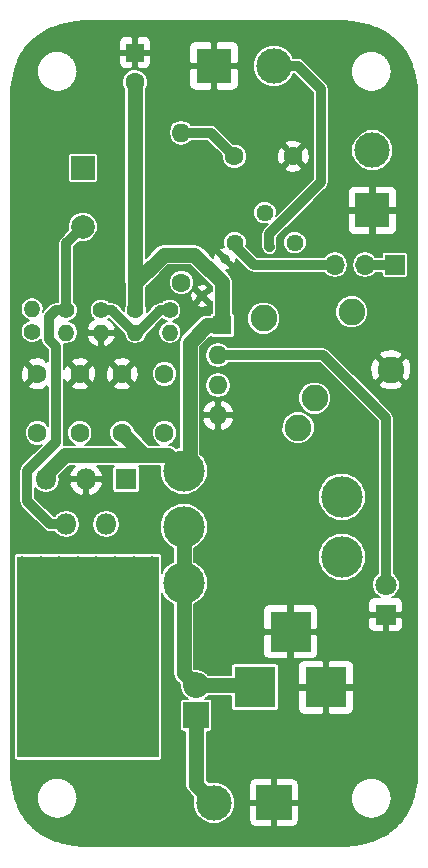
<source format=gtl>
G04 #@! TF.FileFunction,Copper,L1,Top,Signal*
%FSLAX45Y45*%
G04 Gerber Fmt 4.5, Leading zero omitted, Abs format (unit mm)*
G04 Created by KiCad (PCBNEW 4.0.7-e2-6376~58~ubuntu16.04.1) date Wed Oct 11 14:35:36 2017*
%MOMM*%
%LPD*%
G01*
G04 APERTURE LIST*
%ADD10C,0.020000*%
%ADD11R,2.200000X2.200000*%
%ADD12O,2.200000X2.200000*%
%ADD13R,1.800000X1.800000*%
%ADD14C,1.800000*%
%ADD15O,1.800000X1.800000*%
%ADD16C,0.800000*%
%ADD17R,3.000000X3.000000*%
%ADD18C,3.000000*%
%ADD19C,3.500000*%
%ADD20C,1.440000*%
%ADD21C,1.600000*%
%ADD22O,1.600000X1.600000*%
%ADD23R,1.700000X1.700000*%
%ADD24O,1.700000X1.700000*%
%ADD25C,2.250000*%
%ADD26C,1.400000*%
%ADD27O,1.400000X1.400000*%
%ADD28C,2.000000*%
%ADD29R,2.000000X2.000000*%
%ADD30R,1.600000X1.600000*%
%ADD31R,3.500000X3.500000*%
%ADD32R,12.000000X17.000000*%
%ADD33C,0.600000*%
%ADD34C,1.270000*%
%ADD35C,0.813000*%
%ADD36C,0.610000*%
%ADD37C,0.150000*%
G04 APERTURE END LIST*
D10*
D11*
X18847308Y-11861292D03*
D12*
X18847308Y-11607292D03*
D13*
X20452080Y-11008944D03*
D14*
X20452080Y-10754944D03*
D13*
X18255996Y-9862820D03*
D15*
X18085996Y-10242820D03*
X17915996Y-9862820D03*
X17745996Y-10242820D03*
X17575996Y-9862820D03*
D16*
X19087338Y-7996174D03*
D17*
X20339812Y-7585710D03*
D18*
X20339812Y-7077710D03*
D19*
X20082152Y-10010156D03*
X20082152Y-10520156D03*
X18742152Y-9790156D03*
X18742152Y-10265156D03*
X18742152Y-10740156D03*
D20*
X19174460Y-7858760D03*
X19428460Y-7604760D03*
X19682460Y-7858760D03*
D21*
X18722340Y-8196580D03*
D22*
X18722340Y-6926580D03*
D23*
X20530312Y-8046720D03*
D24*
X20276312Y-8046720D03*
X20022312Y-8046720D03*
D25*
X20494880Y-8934704D03*
X20164880Y-8444704D03*
X19419880Y-8499704D03*
X19849880Y-9174704D03*
X19709880Y-9424704D03*
D26*
X18624804Y-8430392D03*
D27*
X18624804Y-8620392D03*
D26*
X18333720Y-8430392D03*
D27*
X18333720Y-8620392D03*
D26*
X18042636Y-8430392D03*
D27*
X18042636Y-8620392D03*
D26*
X17748504Y-8430392D03*
D27*
X17748504Y-8620392D03*
D18*
X18998336Y-12600432D03*
D10*
G36*
X19356336Y-12750432D02*
X19356336Y-12450432D01*
X19656336Y-12450432D01*
X19656336Y-12750432D01*
X19356336Y-12750432D01*
X19356336Y-12750432D01*
G37*
D28*
X17886680Y-7725664D03*
D29*
X17886680Y-7225664D03*
D16*
X18898362Y-8310880D03*
D18*
X19506336Y-6362192D03*
D17*
X18998336Y-6362192D03*
D26*
X17457928Y-8611240D03*
D27*
X17457928Y-8421240D03*
D30*
X19069304Y-8558276D03*
D22*
X19032728Y-8812276D03*
X19032728Y-9066276D03*
X19032728Y-9320276D03*
D21*
X17861788Y-8970000D03*
X17861788Y-9470000D03*
X17503140Y-8970000D03*
X17503140Y-9470000D03*
X18329224Y-6499860D03*
D30*
X18329224Y-6249860D03*
D21*
X18220436Y-9470000D03*
X18220436Y-8970000D03*
X18579084Y-8970000D03*
X18579084Y-9470000D03*
X19671284Y-7128764D03*
X19171284Y-7128764D03*
D31*
X19346672Y-11624640D03*
X19946672Y-11624640D03*
X19646672Y-11154640D03*
D32*
X17929860Y-11365484D03*
D16*
X17373600Y-10557764D03*
X17530858Y-10557764D03*
X17688115Y-10557764D03*
X17845373Y-10557764D03*
X18002630Y-10557764D03*
X18159888Y-10557764D03*
X18317145Y-10557764D03*
X18474403Y-10557764D03*
X17373600Y-10718259D03*
X17373600Y-10878753D03*
X17373600Y-11039248D03*
X17373600Y-11199742D03*
X17373600Y-11360236D03*
X17373600Y-11520731D03*
X17373600Y-11681225D03*
X17373600Y-11841720D03*
X17373600Y-12002214D03*
X17373600Y-12162709D03*
X18474403Y-10718259D03*
X18474403Y-10878753D03*
X18474403Y-11039248D03*
X18474403Y-11199742D03*
X18474403Y-11360236D03*
X18474403Y-11520731D03*
X18474403Y-11681225D03*
X18474403Y-11841720D03*
X18474403Y-12002214D03*
X18474403Y-12162709D03*
X17530858Y-12162709D03*
X17688115Y-12162709D03*
X17845373Y-12162709D03*
X18002630Y-12162709D03*
X18159888Y-12162709D03*
X18317145Y-12162709D03*
X18474403Y-12162709D03*
D33*
X19469100Y-7898892D03*
D34*
X18333720Y-8430392D02*
X18333720Y-8199628D01*
X18333720Y-8199628D02*
X18329224Y-8195132D01*
X18329224Y-6499860D02*
X18329224Y-8195132D01*
X18329224Y-8195132D02*
X18333720Y-8199628D01*
X18329224Y-8425896D02*
X18333720Y-8430392D01*
X18220436Y-9470000D02*
X18220436Y-9470136D01*
X18220436Y-9470136D02*
X18409412Y-9659112D01*
X19069304Y-8558276D02*
X18938748Y-8558276D01*
X18791936Y-8705088D02*
X18791936Y-8912352D01*
X18938748Y-8558276D02*
X18791936Y-8705088D01*
X19069304Y-8558276D02*
X19069304Y-8195564D01*
X19069304Y-8195564D02*
X18833084Y-7959344D01*
X18833084Y-7959344D02*
X18574004Y-7959344D01*
X18574004Y-7959344D02*
X18333720Y-8199628D01*
X18791936Y-8912352D02*
X18791936Y-9740372D01*
X18791936Y-9740372D02*
X18742152Y-9790156D01*
X17575996Y-9816380D02*
X17733264Y-9659112D01*
X18611108Y-9659112D02*
X18742152Y-9790156D01*
X17733264Y-9659112D02*
X18409412Y-9659112D01*
X18409412Y-9659112D02*
X18611108Y-9659112D01*
X17575996Y-9862820D02*
X17575996Y-9816380D01*
X18220436Y-8970000D02*
X18220436Y-8950960D01*
D35*
X19506336Y-6362192D02*
X19706336Y-6362192D01*
X19469100Y-7898892D02*
X19467576Y-7897368D01*
X19467576Y-7897368D02*
X19467576Y-7785100D01*
X19467576Y-7785100D02*
X19904456Y-7348220D01*
X19904456Y-7348220D02*
X19904456Y-6560312D01*
X19904456Y-6560312D02*
X19706336Y-6362192D01*
X17748504Y-8430392D02*
X17748504Y-7863840D01*
X17748504Y-7863840D02*
X17886680Y-7725664D01*
X17745996Y-10242820D02*
X17613392Y-10242820D01*
X17659472Y-8430392D02*
X17748504Y-8430392D01*
X17600168Y-8489696D02*
X17659472Y-8430392D01*
X17600168Y-8677656D02*
X17600168Y-8489696D01*
X17660620Y-8738108D02*
X17600168Y-8677656D01*
X17660620Y-9546844D02*
X17660620Y-8738108D01*
X17415256Y-9792208D02*
X17660620Y-9546844D01*
X17415256Y-10044684D02*
X17415256Y-9792208D01*
X17613392Y-10242820D02*
X17415256Y-10044684D01*
X18722340Y-6926580D02*
X18969100Y-6926580D01*
X18969100Y-6926580D02*
X19171284Y-7128764D01*
D36*
X19174460Y-7858760D02*
X19174460Y-7885176D01*
D35*
X19174460Y-7885176D02*
X19336004Y-8046720D01*
X19336004Y-8046720D02*
X20022312Y-8046720D01*
X20452080Y-10754944D02*
X20452080Y-9341104D01*
X19923252Y-8812276D02*
X19032728Y-8812276D01*
X20452080Y-9341104D02*
X19923252Y-8812276D01*
D34*
X18847308Y-11607292D02*
X19329324Y-11607292D01*
X19329324Y-11607292D02*
X19346672Y-11624640D01*
X18742152Y-10265156D02*
X18742152Y-10740156D01*
X18742152Y-10740156D02*
X18742152Y-11502136D01*
X18742152Y-11502136D02*
X18847308Y-11607292D01*
X18847308Y-11861292D02*
X18847308Y-12449404D01*
X18847308Y-12449404D02*
X18998336Y-12600432D01*
D36*
X18333720Y-8620392D02*
X18351360Y-8620392D01*
D35*
X18351360Y-8620392D02*
X18541360Y-8430392D01*
X18541360Y-8430392D02*
X18624804Y-8430392D01*
D36*
X18333720Y-8620392D02*
X18323700Y-8620392D01*
D35*
X18323700Y-8620392D02*
X18133700Y-8430392D01*
X18133700Y-8430392D02*
X18042636Y-8430392D01*
X20276312Y-8046720D02*
X20530312Y-8046720D01*
D37*
G36*
X20119540Y-5984205D02*
X20140902Y-5987328D01*
X20162054Y-5990523D01*
X20183038Y-5993850D01*
X20203816Y-5997352D01*
X20224394Y-6001081D01*
X20244739Y-6005081D01*
X20264854Y-6009402D01*
X20284712Y-6014087D01*
X20304312Y-6019185D01*
X20323642Y-6024741D01*
X20342681Y-6030797D01*
X20361433Y-6037403D01*
X20379883Y-6044600D01*
X20398026Y-6052435D01*
X20415875Y-6060962D01*
X20433439Y-6070214D01*
X20450713Y-6080181D01*
X20467650Y-6090831D01*
X20484223Y-6102141D01*
X20500388Y-6114080D01*
X20516108Y-6126618D01*
X20531344Y-6139723D01*
X20546062Y-6153367D01*
X20560223Y-6167519D01*
X20573793Y-6182148D01*
X20586734Y-6197222D01*
X20599012Y-6212711D01*
X20610592Y-6228582D01*
X20621440Y-6244804D01*
X20631523Y-6261343D01*
X20640829Y-6278200D01*
X20649399Y-6295395D01*
X20657292Y-6312937D01*
X20664554Y-6330810D01*
X20671234Y-6349004D01*
X20677379Y-6367498D01*
X20683034Y-6386274D01*
X20688249Y-6405320D01*
X20693072Y-6424617D01*
X20697548Y-6444132D01*
X20701730Y-6463862D01*
X20705666Y-6483774D01*
X20709408Y-6503854D01*
X20713006Y-6524078D01*
X20716504Y-6544381D01*
X20719588Y-6562572D01*
X20719588Y-12389400D01*
X20716512Y-12407544D01*
X20713003Y-12427910D01*
X20709408Y-12448119D01*
X20705666Y-12468199D01*
X20701730Y-12488112D01*
X20697549Y-12507837D01*
X20693071Y-12527358D01*
X20688249Y-12546652D01*
X20683035Y-12565696D01*
X20677379Y-12584476D01*
X20671234Y-12602971D01*
X20664555Y-12621162D01*
X20657292Y-12639036D01*
X20649400Y-12656575D01*
X20640829Y-12673773D01*
X20631523Y-12690630D01*
X20621441Y-12707170D01*
X20610592Y-12723392D01*
X20599012Y-12739262D01*
X20586735Y-12754749D01*
X20573793Y-12769825D01*
X20560224Y-12784453D01*
X20546063Y-12798605D01*
X20531345Y-12812250D01*
X20516108Y-12825356D01*
X20500387Y-12837894D01*
X20484224Y-12849832D01*
X20467651Y-12861142D01*
X20450712Y-12871793D01*
X20433440Y-12881759D01*
X20415874Y-12891011D01*
X20398026Y-12899538D01*
X20379884Y-12907373D01*
X20361435Y-12914570D01*
X20342681Y-12921176D01*
X20323639Y-12927233D01*
X20304313Y-12932788D01*
X20284712Y-12937886D01*
X20264854Y-12942571D01*
X20244738Y-12946892D01*
X20224395Y-12950892D01*
X20203816Y-12954621D01*
X20183034Y-12958124D01*
X20162059Y-12961449D01*
X20140896Y-12964646D01*
X20119546Y-12967766D01*
X20100009Y-12970574D01*
X17899991Y-12970574D01*
X17880454Y-12967766D01*
X17859104Y-12964646D01*
X17837945Y-12961449D01*
X17816966Y-12958124D01*
X17796184Y-12954621D01*
X17775604Y-12950891D01*
X17755263Y-12946892D01*
X17735146Y-12942571D01*
X17715287Y-12937885D01*
X17695687Y-12932788D01*
X17676361Y-12927233D01*
X17657318Y-12921175D01*
X17638566Y-12914570D01*
X17620118Y-12907374D01*
X17601974Y-12899538D01*
X17584126Y-12891011D01*
X17566558Y-12881758D01*
X17549288Y-12871793D01*
X17532349Y-12861142D01*
X17515776Y-12849832D01*
X17499613Y-12837894D01*
X17483894Y-12825358D01*
X17468658Y-12812253D01*
X17453940Y-12798608D01*
X17439777Y-12784454D01*
X17426208Y-12769826D01*
X17413266Y-12754751D01*
X17400988Y-12739262D01*
X17389407Y-12723391D01*
X17378559Y-12707170D01*
X17368476Y-12690629D01*
X17359170Y-12673772D01*
X17350600Y-12656576D01*
X17342708Y-12639036D01*
X17335446Y-12621164D01*
X17328765Y-12602969D01*
X17322621Y-12584475D01*
X17316966Y-12565698D01*
X17315246Y-12559417D01*
X17496767Y-12559417D01*
X17496809Y-12567115D01*
X17496961Y-12567855D01*
X17496858Y-12568603D01*
X17497316Y-12576288D01*
X17497505Y-12577010D01*
X17497443Y-12577754D01*
X17498312Y-12585405D01*
X17498537Y-12586109D01*
X17498515Y-12586847D01*
X17499788Y-12594443D01*
X17500048Y-12595128D01*
X17500064Y-12595861D01*
X17501735Y-12603381D01*
X17502029Y-12604048D01*
X17502083Y-12604775D01*
X17504145Y-12612198D01*
X17504473Y-12612848D01*
X17504565Y-12613571D01*
X17507010Y-12620875D01*
X17507372Y-12621508D01*
X17507502Y-12622225D01*
X17510325Y-12629390D01*
X17510721Y-12630006D01*
X17510890Y-12630719D01*
X17514084Y-12637724D01*
X17514515Y-12638323D01*
X17514722Y-12639031D01*
X17518281Y-12645855D01*
X17518747Y-12646435D01*
X17518994Y-12647138D01*
X17522911Y-12653759D01*
X17523407Y-12654313D01*
X17523691Y-12655002D01*
X17527954Y-12661403D01*
X17528474Y-12661925D01*
X17528791Y-12662591D01*
X17533386Y-12668758D01*
X17533930Y-12669248D01*
X17534278Y-12669892D01*
X17539190Y-12675808D01*
X17539756Y-12676268D01*
X17540136Y-12676890D01*
X17545351Y-12682543D01*
X17545939Y-12682971D01*
X17546350Y-12683571D01*
X17551852Y-12688944D01*
X17552462Y-12689341D01*
X17552905Y-12689920D01*
X17558680Y-12694999D01*
X17559312Y-12695365D01*
X17559785Y-12695921D01*
X17565819Y-12700692D01*
X17566474Y-12701026D01*
X17566979Y-12701560D01*
X17573257Y-12706008D01*
X17573933Y-12706310D01*
X17574470Y-12706820D01*
X17580977Y-12710929D01*
X17581675Y-12711197D01*
X17582244Y-12711682D01*
X17588965Y-12715439D01*
X17589674Y-12715668D01*
X17590265Y-12716120D01*
X17597181Y-12719515D01*
X17597893Y-12719704D01*
X17598501Y-12720120D01*
X17605590Y-12723146D01*
X17606305Y-12723296D01*
X17606929Y-12723676D01*
X17614168Y-12726328D01*
X17614887Y-12726440D01*
X17615527Y-12726786D01*
X17622895Y-12729056D01*
X17623617Y-12729130D01*
X17624274Y-12729442D01*
X17631747Y-12731325D01*
X17632475Y-12731362D01*
X17633148Y-12731639D01*
X17640706Y-12733129D01*
X17641439Y-12733128D01*
X17642130Y-12733371D01*
X17649749Y-12734461D01*
X17650488Y-12734421D01*
X17651197Y-12734629D01*
X17658856Y-12735313D01*
X17659601Y-12735233D01*
X17660330Y-12735405D01*
X17668006Y-12735676D01*
X17668755Y-12735555D01*
X17669501Y-12735688D01*
X17677173Y-12735542D01*
X17677912Y-12735381D01*
X17678662Y-12735474D01*
X17686311Y-12734913D01*
X17687031Y-12734714D01*
X17687776Y-12734765D01*
X17695384Y-12733795D01*
X17696085Y-12733561D01*
X17696824Y-12733573D01*
X17704374Y-12732201D01*
X17705054Y-12731932D01*
X17705786Y-12731906D01*
X17713260Y-12730138D01*
X17713921Y-12729836D01*
X17714645Y-12729772D01*
X17722027Y-12727615D01*
X17722667Y-12727281D01*
X17723381Y-12727180D01*
X17730654Y-12724640D01*
X17731273Y-12724276D01*
X17731978Y-12724139D01*
X17739124Y-12721223D01*
X17739721Y-12720828D01*
X17740417Y-12720656D01*
X17747419Y-12717369D01*
X17747995Y-12716944D01*
X17748680Y-12716737D01*
X17755520Y-12713087D01*
X17756074Y-12712633D01*
X17756748Y-12712391D01*
X17763408Y-12708384D01*
X17763939Y-12707902D01*
X17764601Y-12707625D01*
X17771056Y-12703275D01*
X17771565Y-12702762D01*
X17772216Y-12702449D01*
X17778436Y-12697772D01*
X17778925Y-12697225D01*
X17779568Y-12696873D01*
X17785523Y-12691884D01*
X17785993Y-12691299D01*
X17786630Y-12690905D01*
X17792291Y-12685619D01*
X17792741Y-12684994D01*
X17793372Y-12684553D01*
X17798711Y-12678985D01*
X17799140Y-12678314D01*
X17799765Y-12677821D01*
X17804752Y-12671988D01*
X17805157Y-12671267D01*
X17805775Y-12670718D01*
X17810381Y-12664634D01*
X17810757Y-12663859D01*
X17811365Y-12663247D01*
X17815561Y-12656928D01*
X17815904Y-12656095D01*
X17816497Y-12655415D01*
X17820253Y-12648877D01*
X17820550Y-12647998D01*
X17821112Y-12647261D01*
X17824410Y-12640519D01*
X17824631Y-12639681D01*
X17825112Y-12638962D01*
X17827983Y-12632033D01*
X17828134Y-12631278D01*
X17828525Y-12630616D01*
X17831017Y-12623519D01*
X17831111Y-12622857D01*
X17831424Y-12622265D01*
X17833584Y-12615018D01*
X17833637Y-12614453D01*
X17833882Y-12613941D01*
X17835758Y-12606562D01*
X17835783Y-12606095D01*
X17835970Y-12605667D01*
X17837611Y-12598174D01*
X17837619Y-12597804D01*
X17837757Y-12597463D01*
X17839211Y-12589874D01*
X17839209Y-12589600D01*
X17839307Y-12589344D01*
X17840620Y-12581678D01*
X17840615Y-12581497D01*
X17840678Y-12581328D01*
X17841899Y-12573602D01*
X17841895Y-12573512D01*
X17841926Y-12573428D01*
X17843103Y-12565661D01*
X17842906Y-12561384D01*
X17843056Y-12557104D01*
X17841795Y-12549350D01*
X17841763Y-12549266D01*
X17841766Y-12549176D01*
X17840461Y-12541464D01*
X17840397Y-12541295D01*
X17840400Y-12541115D01*
X17839003Y-12533463D01*
X17838902Y-12533208D01*
X17838901Y-12532935D01*
X17837365Y-12525362D01*
X17837223Y-12525022D01*
X17837212Y-12524653D01*
X17835489Y-12517178D01*
X17835297Y-12516752D01*
X17835268Y-12516285D01*
X17833311Y-12508927D01*
X17833060Y-12508418D01*
X17833001Y-12507853D01*
X17830762Y-12500630D01*
X17830443Y-12500041D01*
X17830342Y-12499380D01*
X17827773Y-12492311D01*
X17827374Y-12491653D01*
X17827216Y-12490900D01*
X17824270Y-12484003D01*
X17823781Y-12483289D01*
X17823550Y-12482454D01*
X17820179Y-12475748D01*
X17819609Y-12475017D01*
X17819303Y-12474141D01*
X17815476Y-12467644D01*
X17814875Y-12466971D01*
X17814524Y-12466141D01*
X17810259Y-12459869D01*
X17809645Y-12459264D01*
X17809260Y-12458492D01*
X17804588Y-12452459D01*
X17803964Y-12451917D01*
X17803551Y-12451200D01*
X17798501Y-12445421D01*
X17797870Y-12444935D01*
X17797435Y-12444269D01*
X17792035Y-12438760D01*
X17791399Y-12438326D01*
X17790943Y-12437705D01*
X17785224Y-12432482D01*
X17784583Y-12432094D01*
X17784107Y-12431515D01*
X17778098Y-12426591D01*
X17777451Y-12426245D01*
X17776956Y-12425704D01*
X17770686Y-12421095D01*
X17770032Y-12420789D01*
X17769517Y-12420281D01*
X17763016Y-12416002D01*
X17762351Y-12415732D01*
X17761814Y-12415255D01*
X17755111Y-12411322D01*
X17754434Y-12411087D01*
X17753876Y-12410639D01*
X17746996Y-12407064D01*
X17746309Y-12406864D01*
X17745728Y-12406446D01*
X17738691Y-12403235D01*
X17737994Y-12403071D01*
X17737392Y-12402682D01*
X17730214Y-12399843D01*
X17729508Y-12399715D01*
X17728886Y-12399357D01*
X17721586Y-12396896D01*
X17720870Y-12396803D01*
X17720227Y-12396477D01*
X17712821Y-12394400D01*
X17712097Y-12394344D01*
X17711433Y-12394049D01*
X17703940Y-12392362D01*
X17703208Y-12392344D01*
X17702524Y-12392083D01*
X17694960Y-12390793D01*
X17694221Y-12390813D01*
X17693518Y-12390586D01*
X17685900Y-12389699D01*
X17685155Y-12389759D01*
X17684433Y-12389567D01*
X17676779Y-12389089D01*
X17676030Y-12389190D01*
X17675289Y-12389037D01*
X17667616Y-12388974D01*
X17666871Y-12389116D01*
X17666121Y-12389003D01*
X17658448Y-12389358D01*
X17657721Y-12389538D01*
X17656976Y-12389466D01*
X17649325Y-12390233D01*
X17648617Y-12390449D01*
X17647878Y-12390417D01*
X17640271Y-12391589D01*
X17639583Y-12391840D01*
X17638850Y-12391847D01*
X17631310Y-12393418D01*
X17630639Y-12393703D01*
X17629912Y-12393748D01*
X17622460Y-12395712D01*
X17621807Y-12396031D01*
X17621084Y-12396113D01*
X17613742Y-12398464D01*
X17613106Y-12398816D01*
X17612388Y-12398936D01*
X17605178Y-12401666D01*
X17604558Y-12402053D01*
X17603845Y-12402211D01*
X17596790Y-12405314D01*
X17596186Y-12405736D01*
X17595476Y-12405933D01*
X17588598Y-12409403D01*
X17588011Y-12409862D01*
X17587305Y-12410099D01*
X17580625Y-12413928D01*
X17580061Y-12414419D01*
X17579366Y-12414695D01*
X17572904Y-12418875D01*
X17572373Y-12419391D01*
X17571700Y-12419700D01*
X17565471Y-12424216D01*
X17564971Y-12424755D01*
X17564321Y-12425096D01*
X17558339Y-12429933D01*
X17557872Y-12430494D01*
X17557244Y-12430867D01*
X17551524Y-12436009D01*
X17551088Y-12436592D01*
X17550482Y-12436996D01*
X17545039Y-12442429D01*
X17544634Y-12443033D01*
X17544051Y-12443467D01*
X17538898Y-12449177D01*
X17538524Y-12449803D01*
X17537964Y-12450268D01*
X17533116Y-12456238D01*
X17532775Y-12456885D01*
X17532236Y-12457382D01*
X17527709Y-12463598D01*
X17527400Y-12464267D01*
X17526885Y-12464795D01*
X17522692Y-12471242D01*
X17522416Y-12471933D01*
X17521925Y-12472493D01*
X17518081Y-12479157D01*
X17517842Y-12479862D01*
X17517381Y-12480448D01*
X17513897Y-12487309D01*
X17513698Y-12488020D01*
X17513273Y-12488623D01*
X17510155Y-12495662D01*
X17509995Y-12496377D01*
X17509605Y-12496997D01*
X17506860Y-12504193D01*
X17506738Y-12504912D01*
X17506383Y-12505548D01*
X17504017Y-12512879D01*
X17503933Y-12513602D01*
X17503612Y-12514256D01*
X17501632Y-12521701D01*
X17501585Y-12522429D01*
X17501299Y-12523099D01*
X17499710Y-12530637D01*
X17499701Y-12531369D01*
X17499449Y-12532058D01*
X17498258Y-12539667D01*
X17498289Y-12540405D01*
X17498072Y-12541110D01*
X17497286Y-12548770D01*
X17497356Y-12549514D01*
X17497175Y-12550238D01*
X17496799Y-12557927D01*
X17496911Y-12558675D01*
X17496767Y-12559417D01*
X17315246Y-12559417D01*
X17311751Y-12546652D01*
X17306929Y-12527358D01*
X17302452Y-12507838D01*
X17298270Y-12488114D01*
X17294333Y-12468197D01*
X17290591Y-12448116D01*
X17286998Y-12427916D01*
X17283488Y-12407544D01*
X17280412Y-12389400D01*
X17280412Y-10515484D01*
X17301821Y-10515484D01*
X17301821Y-12215484D01*
X17303739Y-12225675D01*
X17309762Y-12235035D01*
X17318951Y-12241314D01*
X17329860Y-12243523D01*
X18529860Y-12243523D01*
X18540051Y-12241605D01*
X18549411Y-12235582D01*
X18555690Y-12226393D01*
X18557899Y-12215484D01*
X18557899Y-10824504D01*
X18570381Y-10854713D01*
X18627295Y-10911727D01*
X18651152Y-10921633D01*
X18651152Y-11502136D01*
X18658079Y-11536960D01*
X18677805Y-11566483D01*
X18710822Y-11599500D01*
X18709808Y-11604598D01*
X18709808Y-11609986D01*
X18720275Y-11662605D01*
X18750081Y-11707213D01*
X18774087Y-11723253D01*
X18737308Y-11723253D01*
X18727117Y-11725171D01*
X18717757Y-11731194D01*
X18711478Y-11740383D01*
X18709269Y-11751292D01*
X18709269Y-11971292D01*
X18711187Y-11981483D01*
X18717210Y-11990843D01*
X18726399Y-11997122D01*
X18737308Y-11999331D01*
X18756308Y-11999331D01*
X18756308Y-12449404D01*
X18763235Y-12484228D01*
X18782961Y-12513751D01*
X18824773Y-12555563D01*
X18820867Y-12564970D01*
X18820805Y-12635584D01*
X18847771Y-12700846D01*
X18897659Y-12750821D01*
X18962874Y-12777901D01*
X19033488Y-12777963D01*
X19098750Y-12750997D01*
X19148725Y-12701109D01*
X19175805Y-12635894D01*
X19175820Y-12618332D01*
X19296894Y-12618332D01*
X19296894Y-12750432D01*
X19300959Y-12772037D01*
X19313727Y-12791879D01*
X19333210Y-12805191D01*
X19356336Y-12809874D01*
X19488436Y-12809874D01*
X19488436Y-12618332D01*
X19524236Y-12618332D01*
X19524236Y-12809874D01*
X19656336Y-12809874D01*
X19677941Y-12805809D01*
X19697783Y-12793041D01*
X19711095Y-12773558D01*
X19715778Y-12750432D01*
X19715778Y-12618332D01*
X19524236Y-12618332D01*
X19488436Y-12618332D01*
X19296894Y-12618332D01*
X19175820Y-12618332D01*
X19175867Y-12565280D01*
X19148901Y-12500018D01*
X19099402Y-12450432D01*
X19296894Y-12450432D01*
X19296894Y-12582532D01*
X19488436Y-12582532D01*
X19488436Y-12390990D01*
X19524236Y-12390990D01*
X19524236Y-12582532D01*
X19715778Y-12582532D01*
X19715778Y-12559417D01*
X20156551Y-12559417D01*
X20156592Y-12567115D01*
X20156744Y-12567855D01*
X20156641Y-12568603D01*
X20157100Y-12576288D01*
X20157289Y-12577010D01*
X20157227Y-12577754D01*
X20158096Y-12585405D01*
X20158321Y-12586109D01*
X20158298Y-12586847D01*
X20159572Y-12594443D01*
X20159832Y-12595128D01*
X20159848Y-12595861D01*
X20161518Y-12603381D01*
X20161812Y-12604048D01*
X20161867Y-12604775D01*
X20163928Y-12612198D01*
X20164256Y-12612848D01*
X20164348Y-12613571D01*
X20166794Y-12620875D01*
X20167156Y-12621508D01*
X20167285Y-12622225D01*
X20170109Y-12629390D01*
X20170505Y-12630006D01*
X20170673Y-12630719D01*
X20173867Y-12637724D01*
X20174299Y-12638323D01*
X20174506Y-12639031D01*
X20178064Y-12645855D01*
X20178531Y-12646435D01*
X20178778Y-12647138D01*
X20182694Y-12653759D01*
X20183191Y-12654313D01*
X20183474Y-12655002D01*
X20187737Y-12661403D01*
X20188258Y-12661925D01*
X20188575Y-12662591D01*
X20193169Y-12668758D01*
X20193713Y-12669248D01*
X20194062Y-12669892D01*
X20198973Y-12675808D01*
X20199539Y-12676268D01*
X20199920Y-12676890D01*
X20205134Y-12682543D01*
X20205722Y-12682971D01*
X20206133Y-12683571D01*
X20211636Y-12688944D01*
X20212246Y-12689341D01*
X20212688Y-12689920D01*
X20218464Y-12694999D01*
X20219095Y-12695365D01*
X20219569Y-12695921D01*
X20225603Y-12700692D01*
X20226257Y-12701026D01*
X20226762Y-12701560D01*
X20233040Y-12706008D01*
X20233716Y-12706310D01*
X20234254Y-12706820D01*
X20240761Y-12710929D01*
X20241459Y-12711197D01*
X20242028Y-12711682D01*
X20248749Y-12715439D01*
X20249457Y-12715668D01*
X20250049Y-12716120D01*
X20256965Y-12719515D01*
X20257677Y-12719704D01*
X20258285Y-12720120D01*
X20265373Y-12723146D01*
X20266088Y-12723296D01*
X20266712Y-12723676D01*
X20273951Y-12726328D01*
X20274670Y-12726440D01*
X20275311Y-12726786D01*
X20282678Y-12729056D01*
X20283401Y-12729130D01*
X20284057Y-12729442D01*
X20291531Y-12731325D01*
X20292258Y-12731362D01*
X20292932Y-12731639D01*
X20300489Y-12733129D01*
X20301222Y-12733128D01*
X20301914Y-12733371D01*
X20309533Y-12734461D01*
X20310271Y-12734421D01*
X20310981Y-12734629D01*
X20318639Y-12735313D01*
X20319384Y-12735233D01*
X20320113Y-12735405D01*
X20327789Y-12735676D01*
X20328538Y-12735555D01*
X20329285Y-12735688D01*
X20336956Y-12735542D01*
X20337695Y-12735381D01*
X20338446Y-12735474D01*
X20346094Y-12734913D01*
X20346814Y-12734714D01*
X20347560Y-12734765D01*
X20355167Y-12733795D01*
X20355868Y-12733561D01*
X20356607Y-12733573D01*
X20364157Y-12732201D01*
X20364838Y-12731932D01*
X20365569Y-12731906D01*
X20373044Y-12730138D01*
X20373704Y-12729836D01*
X20374428Y-12729772D01*
X20381810Y-12727615D01*
X20382450Y-12727281D01*
X20383165Y-12727180D01*
X20390438Y-12724640D01*
X20391056Y-12724276D01*
X20391761Y-12724139D01*
X20398907Y-12721223D01*
X20399505Y-12720828D01*
X20400200Y-12720656D01*
X20407202Y-12717369D01*
X20407778Y-12716944D01*
X20408464Y-12716737D01*
X20415304Y-12713087D01*
X20415858Y-12712633D01*
X20416531Y-12712391D01*
X20423192Y-12708384D01*
X20423722Y-12707902D01*
X20424385Y-12707625D01*
X20430839Y-12703275D01*
X20431348Y-12702762D01*
X20432000Y-12702449D01*
X20438219Y-12697772D01*
X20438708Y-12697225D01*
X20439351Y-12696873D01*
X20445306Y-12691884D01*
X20445776Y-12691299D01*
X20446413Y-12690905D01*
X20452075Y-12685619D01*
X20452524Y-12684994D01*
X20453155Y-12684553D01*
X20458494Y-12678985D01*
X20458923Y-12678314D01*
X20459549Y-12677821D01*
X20464536Y-12671988D01*
X20464940Y-12671267D01*
X20465558Y-12670718D01*
X20470164Y-12664634D01*
X20470541Y-12663859D01*
X20471148Y-12663247D01*
X20475344Y-12656928D01*
X20475687Y-12656095D01*
X20476280Y-12655415D01*
X20480037Y-12648877D01*
X20480333Y-12647998D01*
X20480895Y-12647261D01*
X20484193Y-12640519D01*
X20484415Y-12639681D01*
X20484896Y-12638962D01*
X20487767Y-12632033D01*
X20487917Y-12631278D01*
X20488308Y-12630616D01*
X20490800Y-12623519D01*
X20490894Y-12622857D01*
X20491207Y-12622265D01*
X20493367Y-12615018D01*
X20493420Y-12614453D01*
X20493665Y-12613941D01*
X20495542Y-12606562D01*
X20495566Y-12606095D01*
X20495754Y-12605667D01*
X20497395Y-12598174D01*
X20497402Y-12597804D01*
X20497541Y-12597463D01*
X20498994Y-12589874D01*
X20498992Y-12589600D01*
X20499090Y-12589344D01*
X20500404Y-12581678D01*
X20500399Y-12581497D01*
X20500461Y-12581328D01*
X20501682Y-12573602D01*
X20501679Y-12573512D01*
X20501709Y-12573428D01*
X20502886Y-12565661D01*
X20502689Y-12561384D01*
X20502839Y-12557104D01*
X20501578Y-12549350D01*
X20501547Y-12549266D01*
X20501549Y-12549176D01*
X20500244Y-12541464D01*
X20500180Y-12541295D01*
X20500183Y-12541115D01*
X20498786Y-12533463D01*
X20498686Y-12533208D01*
X20498685Y-12532935D01*
X20497149Y-12525362D01*
X20497006Y-12525022D01*
X20496995Y-12524653D01*
X20495272Y-12517178D01*
X20495081Y-12516752D01*
X20495051Y-12516285D01*
X20493094Y-12508927D01*
X20492844Y-12508418D01*
X20492785Y-12507853D01*
X20490546Y-12500630D01*
X20490227Y-12500042D01*
X20490125Y-12499380D01*
X20487556Y-12492311D01*
X20487157Y-12491653D01*
X20486999Y-12490900D01*
X20484053Y-12484003D01*
X20483564Y-12483289D01*
X20483334Y-12482454D01*
X20479963Y-12475748D01*
X20479392Y-12475016D01*
X20479086Y-12474141D01*
X20475259Y-12467644D01*
X20474659Y-12466971D01*
X20474307Y-12466141D01*
X20470043Y-12459869D01*
X20469428Y-12459264D01*
X20469043Y-12458492D01*
X20464371Y-12452459D01*
X20463747Y-12451917D01*
X20463335Y-12451200D01*
X20458285Y-12445421D01*
X20457654Y-12444935D01*
X20457218Y-12444269D01*
X20451819Y-12438760D01*
X20451183Y-12438326D01*
X20450726Y-12437705D01*
X20445008Y-12432481D01*
X20444366Y-12432094D01*
X20443891Y-12431515D01*
X20437882Y-12426591D01*
X20437235Y-12426245D01*
X20436740Y-12425704D01*
X20430470Y-12421095D01*
X20429815Y-12420789D01*
X20429300Y-12420281D01*
X20422799Y-12416002D01*
X20422134Y-12415732D01*
X20421598Y-12415255D01*
X20414894Y-12411322D01*
X20414218Y-12411087D01*
X20413659Y-12410639D01*
X20406780Y-12407064D01*
X20406092Y-12406864D01*
X20405511Y-12406445D01*
X20398474Y-12403235D01*
X20397777Y-12403071D01*
X20397175Y-12402682D01*
X20389998Y-12399844D01*
X20389291Y-12399715D01*
X20388669Y-12399357D01*
X20381369Y-12396896D01*
X20380653Y-12396803D01*
X20380010Y-12396477D01*
X20372604Y-12394400D01*
X20371880Y-12394344D01*
X20371217Y-12394049D01*
X20363723Y-12392362D01*
X20362991Y-12392344D01*
X20362308Y-12392083D01*
X20354743Y-12390793D01*
X20354005Y-12390813D01*
X20353301Y-12390586D01*
X20345683Y-12389699D01*
X20344938Y-12389759D01*
X20344216Y-12389567D01*
X20336562Y-12389089D01*
X20335813Y-12389190D01*
X20335073Y-12389037D01*
X20327400Y-12388974D01*
X20326654Y-12389116D01*
X20325904Y-12389003D01*
X20318231Y-12389358D01*
X20317504Y-12389538D01*
X20316759Y-12389466D01*
X20309108Y-12390233D01*
X20308401Y-12390449D01*
X20307662Y-12390417D01*
X20300055Y-12391589D01*
X20299367Y-12391840D01*
X20298634Y-12391847D01*
X20291093Y-12393418D01*
X20290422Y-12393703D01*
X20289696Y-12393748D01*
X20282243Y-12395712D01*
X20281590Y-12396031D01*
X20280868Y-12396113D01*
X20273525Y-12398464D01*
X20272889Y-12398816D01*
X20272172Y-12398936D01*
X20264962Y-12401666D01*
X20264342Y-12402053D01*
X20263628Y-12402211D01*
X20256573Y-12405314D01*
X20255970Y-12405736D01*
X20255260Y-12405933D01*
X20248381Y-12409403D01*
X20247794Y-12409862D01*
X20247088Y-12410099D01*
X20240408Y-12413928D01*
X20239845Y-12414419D01*
X20239150Y-12414695D01*
X20232688Y-12418875D01*
X20232156Y-12419391D01*
X20231483Y-12419700D01*
X20225254Y-12424216D01*
X20224755Y-12424755D01*
X20224104Y-12425096D01*
X20218122Y-12429933D01*
X20217655Y-12430494D01*
X20217027Y-12430867D01*
X20211307Y-12436009D01*
X20210871Y-12436592D01*
X20210266Y-12436996D01*
X20204822Y-12442429D01*
X20204418Y-12443033D01*
X20203834Y-12443467D01*
X20198681Y-12449177D01*
X20198308Y-12449803D01*
X20197747Y-12450268D01*
X20192900Y-12456238D01*
X20192558Y-12456885D01*
X20192020Y-12457382D01*
X20187492Y-12463598D01*
X20187183Y-12464267D01*
X20186668Y-12464795D01*
X20182475Y-12471242D01*
X20182199Y-12471933D01*
X20181708Y-12472493D01*
X20177864Y-12479157D01*
X20177625Y-12479862D01*
X20177165Y-12480448D01*
X20173680Y-12487309D01*
X20173481Y-12488020D01*
X20173057Y-12488623D01*
X20169939Y-12495662D01*
X20169778Y-12496377D01*
X20169389Y-12496997D01*
X20166643Y-12504193D01*
X20166522Y-12504912D01*
X20166167Y-12505548D01*
X20163801Y-12512879D01*
X20163716Y-12513602D01*
X20163395Y-12514256D01*
X20161415Y-12521701D01*
X20161369Y-12522429D01*
X20161082Y-12523099D01*
X20159493Y-12530637D01*
X20159485Y-12531369D01*
X20159232Y-12532058D01*
X20158042Y-12539667D01*
X20158072Y-12540405D01*
X20157855Y-12541110D01*
X20157069Y-12548770D01*
X20157139Y-12549514D01*
X20156958Y-12550238D01*
X20156583Y-12557927D01*
X20156694Y-12558675D01*
X20156551Y-12559417D01*
X19715778Y-12559417D01*
X19715778Y-12450432D01*
X19711713Y-12428827D01*
X19698945Y-12408985D01*
X19679462Y-12395673D01*
X19656336Y-12390990D01*
X19524236Y-12390990D01*
X19488436Y-12390990D01*
X19356336Y-12390990D01*
X19334731Y-12395055D01*
X19314889Y-12407823D01*
X19301577Y-12427306D01*
X19296894Y-12450432D01*
X19099402Y-12450432D01*
X19099013Y-12450043D01*
X19033798Y-12422963D01*
X18963184Y-12422901D01*
X18953500Y-12426903D01*
X18938308Y-12411711D01*
X18938308Y-11999331D01*
X18957308Y-11999331D01*
X18967499Y-11997413D01*
X18976859Y-11991390D01*
X18983138Y-11982201D01*
X18985347Y-11971292D01*
X18985347Y-11751292D01*
X18983429Y-11741101D01*
X18977406Y-11731741D01*
X18968217Y-11725462D01*
X18957308Y-11723253D01*
X18920529Y-11723253D01*
X18944535Y-11707213D01*
X18950496Y-11698292D01*
X19143633Y-11698292D01*
X19143633Y-11799640D01*
X19145551Y-11809831D01*
X19151574Y-11819191D01*
X19160763Y-11825470D01*
X19171672Y-11827679D01*
X19521672Y-11827679D01*
X19531863Y-11825761D01*
X19541223Y-11819738D01*
X19547502Y-11810549D01*
X19549711Y-11799640D01*
X19549711Y-11657115D01*
X19713372Y-11657115D01*
X19713372Y-11811237D01*
X19722248Y-11832664D01*
X19738648Y-11849064D01*
X19760075Y-11857940D01*
X19914197Y-11857940D01*
X19928772Y-11843365D01*
X19928772Y-11642540D01*
X19964572Y-11642540D01*
X19964572Y-11843365D01*
X19979147Y-11857940D01*
X20133269Y-11857940D01*
X20154696Y-11849064D01*
X20171096Y-11832664D01*
X20179972Y-11811237D01*
X20179972Y-11657115D01*
X20165397Y-11642540D01*
X19964572Y-11642540D01*
X19928772Y-11642540D01*
X19727947Y-11642540D01*
X19713372Y-11657115D01*
X19549711Y-11657115D01*
X19549711Y-11449640D01*
X19547793Y-11439449D01*
X19546889Y-11438043D01*
X19713372Y-11438043D01*
X19713372Y-11592165D01*
X19727947Y-11606740D01*
X19928772Y-11606740D01*
X19928772Y-11405915D01*
X19964572Y-11405915D01*
X19964572Y-11606740D01*
X20165397Y-11606740D01*
X20179972Y-11592165D01*
X20179972Y-11438043D01*
X20171096Y-11416616D01*
X20154696Y-11400216D01*
X20133269Y-11391340D01*
X19979147Y-11391340D01*
X19964572Y-11405915D01*
X19928772Y-11405915D01*
X19914197Y-11391340D01*
X19760075Y-11391340D01*
X19738648Y-11400216D01*
X19722248Y-11416616D01*
X19713372Y-11438043D01*
X19546889Y-11438043D01*
X19541770Y-11430089D01*
X19532581Y-11423810D01*
X19521672Y-11421601D01*
X19171672Y-11421601D01*
X19161481Y-11423519D01*
X19152121Y-11429542D01*
X19145842Y-11438731D01*
X19143633Y-11449640D01*
X19143633Y-11516292D01*
X18950496Y-11516292D01*
X18944535Y-11507371D01*
X18899927Y-11477565D01*
X18847308Y-11467098D01*
X18837716Y-11469006D01*
X18833152Y-11464443D01*
X18833152Y-11187115D01*
X19413372Y-11187115D01*
X19413372Y-11341237D01*
X19422248Y-11362664D01*
X19438648Y-11379064D01*
X19460075Y-11387940D01*
X19614197Y-11387940D01*
X19628772Y-11373365D01*
X19628772Y-11172540D01*
X19664572Y-11172540D01*
X19664572Y-11373365D01*
X19679147Y-11387940D01*
X19833269Y-11387940D01*
X19854696Y-11379064D01*
X19871096Y-11362664D01*
X19879972Y-11341237D01*
X19879972Y-11187115D01*
X19865397Y-11172540D01*
X19664572Y-11172540D01*
X19628772Y-11172540D01*
X19427947Y-11172540D01*
X19413372Y-11187115D01*
X18833152Y-11187115D01*
X18833152Y-10968043D01*
X19413372Y-10968043D01*
X19413372Y-11122165D01*
X19427947Y-11136740D01*
X19628772Y-11136740D01*
X19628772Y-10935915D01*
X19664572Y-10935915D01*
X19664572Y-11136740D01*
X19865397Y-11136740D01*
X19879972Y-11122165D01*
X19879972Y-11041419D01*
X20303780Y-11041419D01*
X20303780Y-11110541D01*
X20312656Y-11131968D01*
X20329056Y-11148368D01*
X20350483Y-11157244D01*
X20419605Y-11157244D01*
X20434180Y-11142669D01*
X20434180Y-11026844D01*
X20469980Y-11026844D01*
X20469980Y-11142669D01*
X20484555Y-11157244D01*
X20553677Y-11157244D01*
X20575104Y-11148368D01*
X20591504Y-11131968D01*
X20600380Y-11110541D01*
X20600380Y-11041419D01*
X20585805Y-11026844D01*
X20469980Y-11026844D01*
X20434180Y-11026844D01*
X20318355Y-11026844D01*
X20303780Y-11041419D01*
X19879972Y-11041419D01*
X19879972Y-10968043D01*
X19871096Y-10946616D01*
X19854696Y-10930216D01*
X19833269Y-10921340D01*
X19679147Y-10921340D01*
X19664572Y-10935915D01*
X19628772Y-10935915D01*
X19614197Y-10921340D01*
X19460075Y-10921340D01*
X19438648Y-10930216D01*
X19422248Y-10946616D01*
X19413372Y-10968043D01*
X18833152Y-10968043D01*
X18833152Y-10921661D01*
X18856709Y-10911927D01*
X18913723Y-10855013D01*
X18944617Y-10780613D01*
X18944687Y-10700053D01*
X18913923Y-10625599D01*
X18857009Y-10568585D01*
X18836958Y-10560259D01*
X19879617Y-10560259D01*
X19910381Y-10634713D01*
X19967295Y-10691727D01*
X20041696Y-10722621D01*
X20122255Y-10722691D01*
X20196709Y-10691927D01*
X20253723Y-10635013D01*
X20284617Y-10560613D01*
X20284687Y-10480053D01*
X20253923Y-10405599D01*
X20197009Y-10348585D01*
X20122609Y-10317691D01*
X20042049Y-10317621D01*
X19967595Y-10348385D01*
X19910581Y-10405299D01*
X19879687Y-10479700D01*
X19879617Y-10560259D01*
X18836958Y-10560259D01*
X18833152Y-10558679D01*
X18833152Y-10446661D01*
X18856709Y-10436927D01*
X18913723Y-10380013D01*
X18944617Y-10305613D01*
X18944687Y-10225053D01*
X18913923Y-10150599D01*
X18857009Y-10093585D01*
X18782609Y-10062691D01*
X18702049Y-10062621D01*
X18627595Y-10093385D01*
X18570581Y-10150299D01*
X18539687Y-10224700D01*
X18539617Y-10305259D01*
X18570381Y-10379713D01*
X18627295Y-10436727D01*
X18651152Y-10446633D01*
X18651152Y-10558651D01*
X18627595Y-10568385D01*
X18570581Y-10625299D01*
X18557899Y-10655842D01*
X18557899Y-10515484D01*
X18555981Y-10505293D01*
X18549958Y-10495933D01*
X18540769Y-10489654D01*
X18529860Y-10487445D01*
X17329860Y-10487445D01*
X17319669Y-10489363D01*
X17310309Y-10495386D01*
X17304030Y-10504575D01*
X17301821Y-10515484D01*
X17280412Y-10515484D01*
X17280412Y-9792208D01*
X17347106Y-9792208D01*
X17347106Y-10044684D01*
X17352294Y-10070764D01*
X17367067Y-10092873D01*
X17565203Y-10291009D01*
X17587312Y-10305782D01*
X17613392Y-10310970D01*
X17650630Y-10310970D01*
X17660609Y-10325905D01*
X17698729Y-10351376D01*
X17743694Y-10360320D01*
X17748298Y-10360320D01*
X17793263Y-10351376D01*
X17831383Y-10325905D01*
X17856854Y-10287785D01*
X17865798Y-10242820D01*
X17966194Y-10242820D01*
X17975138Y-10287785D01*
X18000609Y-10325905D01*
X18038729Y-10351376D01*
X18083694Y-10360320D01*
X18088298Y-10360320D01*
X18133263Y-10351376D01*
X18171383Y-10325905D01*
X18196854Y-10287785D01*
X18205798Y-10242820D01*
X18196854Y-10197855D01*
X18171383Y-10159735D01*
X18133263Y-10134264D01*
X18088298Y-10125320D01*
X18083694Y-10125320D01*
X18038729Y-10134264D01*
X18000609Y-10159735D01*
X17975138Y-10197855D01*
X17966194Y-10242820D01*
X17865798Y-10242820D01*
X17856854Y-10197855D01*
X17831383Y-10159735D01*
X17793263Y-10134264D01*
X17748298Y-10125320D01*
X17743694Y-10125320D01*
X17698729Y-10134264D01*
X17660609Y-10159735D01*
X17650630Y-10174670D01*
X17641621Y-10174670D01*
X17517210Y-10050259D01*
X19879617Y-10050259D01*
X19910381Y-10124713D01*
X19967295Y-10181727D01*
X20041696Y-10212621D01*
X20122255Y-10212691D01*
X20196709Y-10181927D01*
X20253723Y-10125013D01*
X20284617Y-10050613D01*
X20284687Y-9970053D01*
X20253923Y-9895599D01*
X20197009Y-9838585D01*
X20122609Y-9807691D01*
X20042049Y-9807621D01*
X19967595Y-9838385D01*
X19910581Y-9895299D01*
X19879687Y-9969700D01*
X19879617Y-10050259D01*
X17517210Y-10050259D01*
X17483406Y-10016455D01*
X17483406Y-9935125D01*
X17490609Y-9945905D01*
X17528729Y-9971376D01*
X17573694Y-9980320D01*
X17578298Y-9980320D01*
X17623263Y-9971376D01*
X17661383Y-9945905D01*
X17686854Y-9907785D01*
X17687700Y-9903529D01*
X17773393Y-9903529D01*
X17786374Y-9934871D01*
X17823813Y-9978991D01*
X17875287Y-10005424D01*
X17898096Y-9995462D01*
X17898096Y-9880720D01*
X17933896Y-9880720D01*
X17933896Y-9995462D01*
X17956705Y-10005424D01*
X18008179Y-9978991D01*
X18045618Y-9934871D01*
X18058599Y-9903529D01*
X18048518Y-9880720D01*
X17933896Y-9880720D01*
X17898096Y-9880720D01*
X17783474Y-9880720D01*
X17773393Y-9903529D01*
X17687700Y-9903529D01*
X17695798Y-9862820D01*
X17689568Y-9831501D01*
X17770957Y-9750112D01*
X17820875Y-9750112D01*
X17786374Y-9790769D01*
X17773393Y-9822111D01*
X17783474Y-9844920D01*
X17898096Y-9844920D01*
X17898096Y-9842920D01*
X17933896Y-9842920D01*
X17933896Y-9844920D01*
X18048518Y-9844920D01*
X18058599Y-9822111D01*
X18045618Y-9790769D01*
X18011117Y-9750112D01*
X18150501Y-9750112D01*
X18146445Y-9752722D01*
X18140166Y-9761911D01*
X18137957Y-9772820D01*
X18137957Y-9952820D01*
X18139875Y-9963011D01*
X18145898Y-9972371D01*
X18155087Y-9978650D01*
X18165996Y-9980859D01*
X18345996Y-9980859D01*
X18356187Y-9978941D01*
X18365547Y-9972918D01*
X18371826Y-9963729D01*
X18374035Y-9952820D01*
X18374035Y-9772820D01*
X18372117Y-9762629D01*
X18366094Y-9753269D01*
X18361473Y-9750112D01*
X18539687Y-9750112D01*
X18539617Y-9830259D01*
X18570381Y-9904713D01*
X18627295Y-9961727D01*
X18701696Y-9992621D01*
X18782255Y-9992691D01*
X18856709Y-9961927D01*
X18913723Y-9905013D01*
X18944617Y-9830613D01*
X18944687Y-9750053D01*
X18913923Y-9675599D01*
X18882936Y-9644558D01*
X18882936Y-9359409D01*
X18900078Y-9359409D01*
X18925151Y-9407193D01*
X18966602Y-9441745D01*
X18993596Y-9452924D01*
X19014828Y-9442699D01*
X19014828Y-9338176D01*
X19050628Y-9338176D01*
X19050628Y-9442699D01*
X19071861Y-9452924D01*
X19073055Y-9452430D01*
X19569856Y-9452430D01*
X19591125Y-9503904D01*
X19630473Y-9543321D01*
X19681910Y-9564680D01*
X19737606Y-9564728D01*
X19789080Y-9543460D01*
X19828497Y-9504111D01*
X19849856Y-9452674D01*
X19849904Y-9396978D01*
X19828636Y-9345504D01*
X19789287Y-9306087D01*
X19737850Y-9284728D01*
X19682154Y-9284680D01*
X19630680Y-9305949D01*
X19591263Y-9345297D01*
X19569904Y-9396734D01*
X19569856Y-9452430D01*
X19073055Y-9452430D01*
X19098854Y-9441745D01*
X19140305Y-9407193D01*
X19165378Y-9359409D01*
X19155291Y-9338176D01*
X19050628Y-9338176D01*
X19014828Y-9338176D01*
X18910165Y-9338176D01*
X18900078Y-9359409D01*
X18882936Y-9359409D01*
X18882936Y-9281143D01*
X18900078Y-9281143D01*
X18910165Y-9302376D01*
X19014828Y-9302376D01*
X19014828Y-9197853D01*
X19050628Y-9197853D01*
X19050628Y-9302376D01*
X19155291Y-9302376D01*
X19165378Y-9281143D01*
X19140305Y-9233359D01*
X19103200Y-9202430D01*
X19709856Y-9202430D01*
X19731125Y-9253904D01*
X19770473Y-9293321D01*
X19821910Y-9314680D01*
X19877606Y-9314728D01*
X19929080Y-9293460D01*
X19968497Y-9254111D01*
X19989856Y-9202674D01*
X19989904Y-9146978D01*
X19968636Y-9095504D01*
X19929287Y-9056087D01*
X19877850Y-9034728D01*
X19822154Y-9034680D01*
X19770680Y-9055949D01*
X19731263Y-9095297D01*
X19709904Y-9146734D01*
X19709856Y-9202430D01*
X19103200Y-9202430D01*
X19098854Y-9198808D01*
X19071861Y-9187628D01*
X19050628Y-9197853D01*
X19014828Y-9197853D01*
X18993596Y-9187628D01*
X18966602Y-9198808D01*
X18925151Y-9233359D01*
X18900078Y-9281143D01*
X18882936Y-9281143D01*
X18882936Y-9064170D01*
X18925228Y-9064170D01*
X18925228Y-9068382D01*
X18933411Y-9109521D01*
X18956714Y-9144396D01*
X18991590Y-9167699D01*
X19032728Y-9175882D01*
X19073867Y-9167699D01*
X19108742Y-9144396D01*
X19132045Y-9109521D01*
X19140228Y-9068382D01*
X19140228Y-9064170D01*
X19132045Y-9023032D01*
X19108742Y-8988156D01*
X19073867Y-8964853D01*
X19032728Y-8956670D01*
X18991590Y-8964853D01*
X18956714Y-8988156D01*
X18933411Y-9023032D01*
X18925228Y-9064170D01*
X18882936Y-9064170D01*
X18882936Y-8810170D01*
X18925228Y-8810170D01*
X18925228Y-8814382D01*
X18933411Y-8855521D01*
X18956714Y-8890396D01*
X18991590Y-8913699D01*
X19032728Y-8921882D01*
X19073867Y-8913699D01*
X19108742Y-8890396D01*
X19115404Y-8880426D01*
X19895023Y-8880426D01*
X20383930Y-9369333D01*
X20383930Y-10656950D01*
X20352526Y-10688299D01*
X20334600Y-10731469D01*
X20334560Y-10778214D01*
X20352410Y-10821416D01*
X20385435Y-10854498D01*
X20400237Y-10860644D01*
X20350483Y-10860644D01*
X20329056Y-10869520D01*
X20312656Y-10885920D01*
X20303780Y-10907347D01*
X20303780Y-10976469D01*
X20318355Y-10991044D01*
X20434180Y-10991044D01*
X20434180Y-10989044D01*
X20469980Y-10989044D01*
X20469980Y-10991044D01*
X20585805Y-10991044D01*
X20600380Y-10976469D01*
X20600380Y-10907347D01*
X20591504Y-10885920D01*
X20575104Y-10869520D01*
X20553677Y-10860644D01*
X20503957Y-10860644D01*
X20518552Y-10854614D01*
X20551634Y-10821589D01*
X20569560Y-10778419D01*
X20569600Y-10731674D01*
X20551750Y-10688473D01*
X20520230Y-10656898D01*
X20520230Y-9341104D01*
X20515042Y-9315024D01*
X20500269Y-9292915D01*
X20266838Y-9059483D01*
X20395416Y-9059483D01*
X20407543Y-9085366D01*
X20471847Y-9107320D01*
X20539658Y-9102995D01*
X20582217Y-9085366D01*
X20594345Y-9059483D01*
X20494880Y-8960018D01*
X20395416Y-9059483D01*
X20266838Y-9059483D01*
X20119026Y-8911671D01*
X20322264Y-8911671D01*
X20326589Y-8979482D01*
X20344218Y-9022041D01*
X20370101Y-9034169D01*
X20469566Y-8934704D01*
X20520194Y-8934704D01*
X20619659Y-9034169D01*
X20645542Y-9022041D01*
X20667496Y-8957737D01*
X20663171Y-8889926D01*
X20645542Y-8847367D01*
X20619659Y-8835240D01*
X20520194Y-8934704D01*
X20469566Y-8934704D01*
X20370101Y-8835240D01*
X20344218Y-8847367D01*
X20322264Y-8911671D01*
X20119026Y-8911671D01*
X20017280Y-8809925D01*
X20395416Y-8809925D01*
X20494880Y-8909390D01*
X20594345Y-8809925D01*
X20582217Y-8784042D01*
X20517913Y-8762088D01*
X20450102Y-8766413D01*
X20407543Y-8784042D01*
X20395416Y-8809925D01*
X20017280Y-8809925D01*
X19971441Y-8764087D01*
X19949332Y-8749314D01*
X19923252Y-8744126D01*
X19115404Y-8744126D01*
X19108742Y-8734156D01*
X19073867Y-8710853D01*
X19032728Y-8702670D01*
X18991590Y-8710853D01*
X18956714Y-8734156D01*
X18933411Y-8769032D01*
X18925228Y-8810170D01*
X18882936Y-8810170D01*
X18882936Y-8742781D01*
X18968691Y-8657027D01*
X18969206Y-8657827D01*
X18978395Y-8664106D01*
X18989304Y-8666315D01*
X19149304Y-8666315D01*
X19159495Y-8664397D01*
X19168855Y-8658374D01*
X19175134Y-8649185D01*
X19177343Y-8638276D01*
X19177343Y-8527430D01*
X19279856Y-8527430D01*
X19301125Y-8578904D01*
X19340473Y-8618321D01*
X19391910Y-8639680D01*
X19447606Y-8639728D01*
X19499080Y-8618460D01*
X19538497Y-8579111D01*
X19559856Y-8527674D01*
X19559904Y-8472430D01*
X20024856Y-8472430D01*
X20046125Y-8523904D01*
X20085473Y-8563321D01*
X20136910Y-8584680D01*
X20192606Y-8584728D01*
X20244080Y-8563460D01*
X20283497Y-8524111D01*
X20304856Y-8472674D01*
X20304904Y-8416978D01*
X20283636Y-8365504D01*
X20244287Y-8326087D01*
X20192850Y-8304728D01*
X20137154Y-8304680D01*
X20085680Y-8325948D01*
X20046263Y-8365297D01*
X20024904Y-8416734D01*
X20024856Y-8472430D01*
X19559904Y-8472430D01*
X19559904Y-8471978D01*
X19538636Y-8420504D01*
X19499287Y-8381087D01*
X19447850Y-8359728D01*
X19392154Y-8359680D01*
X19340680Y-8380948D01*
X19301263Y-8420297D01*
X19279904Y-8471734D01*
X19279856Y-8527430D01*
X19177343Y-8527430D01*
X19177343Y-8478276D01*
X19175425Y-8468085D01*
X19169402Y-8458725D01*
X19160304Y-8452509D01*
X19160304Y-8195564D01*
X19153377Y-8160740D01*
X19133651Y-8131217D01*
X19096578Y-8094144D01*
X19120444Y-8090774D01*
X19130821Y-8086476D01*
X19133908Y-8068058D01*
X19087338Y-8021488D01*
X19085924Y-8022903D01*
X19060609Y-7997588D01*
X19062024Y-7996174D01*
X19015454Y-7949604D01*
X18997036Y-7952691D01*
X18988443Y-7986009D01*
X18926723Y-7924290D01*
X19040768Y-7924290D01*
X19087338Y-7970860D01*
X19088752Y-7969445D01*
X19114067Y-7994760D01*
X19112652Y-7996174D01*
X19159222Y-8042744D01*
X19177640Y-8039657D01*
X19187406Y-8001790D01*
X19186208Y-7993302D01*
X19287815Y-8094909D01*
X19309924Y-8109682D01*
X19336004Y-8114870D01*
X19933673Y-8114870D01*
X19942763Y-8128473D01*
X19979260Y-8152860D01*
X20022312Y-8161424D01*
X20065364Y-8152860D01*
X20101862Y-8128473D01*
X20126248Y-8091976D01*
X20134812Y-8048924D01*
X20134812Y-8044516D01*
X20163812Y-8044516D01*
X20163812Y-8048924D01*
X20172376Y-8091976D01*
X20196763Y-8128473D01*
X20233260Y-8152860D01*
X20276312Y-8161424D01*
X20319364Y-8152860D01*
X20355862Y-8128473D01*
X20364951Y-8114870D01*
X20417273Y-8114870D01*
X20417273Y-8131720D01*
X20419191Y-8141911D01*
X20425214Y-8151271D01*
X20434403Y-8157550D01*
X20445312Y-8159759D01*
X20615312Y-8159759D01*
X20625503Y-8157841D01*
X20634863Y-8151818D01*
X20641142Y-8142629D01*
X20643351Y-8131720D01*
X20643351Y-7961720D01*
X20641433Y-7951529D01*
X20635410Y-7942169D01*
X20626221Y-7935890D01*
X20615312Y-7933681D01*
X20445312Y-7933681D01*
X20435121Y-7935599D01*
X20425761Y-7941622D01*
X20419482Y-7950811D01*
X20417273Y-7961720D01*
X20417273Y-7978570D01*
X20364951Y-7978570D01*
X20355862Y-7964966D01*
X20319364Y-7940580D01*
X20276312Y-7932016D01*
X20233260Y-7940580D01*
X20196763Y-7964966D01*
X20172376Y-8001464D01*
X20163812Y-8044516D01*
X20134812Y-8044516D01*
X20126248Y-8001464D01*
X20101862Y-7964966D01*
X20065364Y-7940580D01*
X20022312Y-7932016D01*
X19979260Y-7940580D01*
X19942763Y-7964966D01*
X19933673Y-7978570D01*
X19364233Y-7978570D01*
X19271114Y-7885451D01*
X19273943Y-7878639D01*
X19273977Y-7839055D01*
X19258861Y-7802471D01*
X19230896Y-7774457D01*
X19194339Y-7759277D01*
X19154755Y-7759243D01*
X19118171Y-7774359D01*
X19090157Y-7802324D01*
X19074977Y-7838881D01*
X19074943Y-7878465D01*
X19082823Y-7897536D01*
X19054232Y-7901574D01*
X19043855Y-7905872D01*
X19040768Y-7924290D01*
X18926723Y-7924290D01*
X18897431Y-7894997D01*
X18867908Y-7875271D01*
X18833084Y-7868344D01*
X18574004Y-7868344D01*
X18539180Y-7875271D01*
X18509657Y-7894997D01*
X18420224Y-7984431D01*
X18420224Y-6924474D01*
X18614840Y-6924474D01*
X18614840Y-6928686D01*
X18623023Y-6969824D01*
X18646326Y-7004700D01*
X18681202Y-7028003D01*
X18722340Y-7036186D01*
X18763479Y-7028003D01*
X18798354Y-7004700D01*
X18805016Y-6994730D01*
X18940871Y-6994730D01*
X19063794Y-7117652D01*
X19063765Y-7150053D01*
X19080097Y-7189578D01*
X19110311Y-7219845D01*
X19149807Y-7236245D01*
X19192573Y-7236283D01*
X19207964Y-7229923D01*
X19595439Y-7229923D01*
X19603553Y-7252442D01*
X19656038Y-7268947D01*
X19710844Y-7264111D01*
X19739015Y-7252442D01*
X19747129Y-7229923D01*
X19671284Y-7154078D01*
X19595439Y-7229923D01*
X19207964Y-7229923D01*
X19232098Y-7219951D01*
X19262365Y-7189737D01*
X19278765Y-7150241D01*
X19278797Y-7113518D01*
X19531101Y-7113518D01*
X19535937Y-7168324D01*
X19547606Y-7196495D01*
X19570125Y-7204609D01*
X19645970Y-7128764D01*
X19696598Y-7128764D01*
X19772443Y-7204609D01*
X19794962Y-7196495D01*
X19811467Y-7144010D01*
X19806631Y-7089204D01*
X19794962Y-7061033D01*
X19772443Y-7052919D01*
X19696598Y-7128764D01*
X19645970Y-7128764D01*
X19570125Y-7052919D01*
X19547606Y-7061033D01*
X19531101Y-7113518D01*
X19278797Y-7113518D01*
X19278803Y-7107475D01*
X19262471Y-7067950D01*
X19232257Y-7037683D01*
X19207986Y-7027605D01*
X19595439Y-7027605D01*
X19671284Y-7103450D01*
X19747129Y-7027605D01*
X19739015Y-7005086D01*
X19686530Y-6988581D01*
X19631724Y-6993417D01*
X19603553Y-7005086D01*
X19595439Y-7027605D01*
X19207986Y-7027605D01*
X19192761Y-7021283D01*
X19160153Y-7021254D01*
X19017289Y-6878391D01*
X18995180Y-6863618D01*
X18969100Y-6858430D01*
X18805016Y-6858430D01*
X18798354Y-6848460D01*
X18763479Y-6825157D01*
X18722340Y-6816974D01*
X18681202Y-6825157D01*
X18646326Y-6848460D01*
X18623023Y-6883335D01*
X18614840Y-6924474D01*
X18420224Y-6924474D01*
X18420224Y-6560914D01*
X18420305Y-6560833D01*
X18436705Y-6521337D01*
X18436743Y-6478571D01*
X18420411Y-6439046D01*
X18390197Y-6408779D01*
X18356212Y-6394667D01*
X18790036Y-6394667D01*
X18790036Y-6523789D01*
X18798912Y-6545216D01*
X18815312Y-6561616D01*
X18836739Y-6570492D01*
X18965861Y-6570492D01*
X18980436Y-6555917D01*
X18980436Y-6380092D01*
X19016236Y-6380092D01*
X19016236Y-6555917D01*
X19030811Y-6570492D01*
X19159933Y-6570492D01*
X19181360Y-6561616D01*
X19197760Y-6545216D01*
X19206636Y-6523789D01*
X19206636Y-6397344D01*
X19328805Y-6397344D01*
X19355771Y-6462606D01*
X19405659Y-6512581D01*
X19470874Y-6539661D01*
X19541488Y-6539723D01*
X19606750Y-6512757D01*
X19656725Y-6462869D01*
X19670232Y-6430342D01*
X19678107Y-6430342D01*
X19836306Y-6588541D01*
X19836306Y-7319991D01*
X19525304Y-7630993D01*
X19527943Y-7624639D01*
X19527977Y-7585055D01*
X19512861Y-7548471D01*
X19484896Y-7520457D01*
X19448339Y-7505277D01*
X19408755Y-7505243D01*
X19372171Y-7520359D01*
X19344157Y-7548324D01*
X19328977Y-7584881D01*
X19328943Y-7624465D01*
X19344059Y-7661049D01*
X19372024Y-7689063D01*
X19408581Y-7704243D01*
X19448165Y-7704277D01*
X19454735Y-7701563D01*
X19419387Y-7736911D01*
X19404614Y-7759020D01*
X19399426Y-7785100D01*
X19399426Y-7897368D01*
X19404614Y-7923448D01*
X19419387Y-7945557D01*
X19420911Y-7947081D01*
X19443020Y-7961854D01*
X19469100Y-7967042D01*
X19495180Y-7961854D01*
X19517289Y-7947081D01*
X19532062Y-7924972D01*
X19537250Y-7898892D01*
X19535726Y-7891230D01*
X19535726Y-7878465D01*
X19582943Y-7878465D01*
X19598059Y-7915049D01*
X19626024Y-7943063D01*
X19662581Y-7958243D01*
X19702165Y-7958277D01*
X19738749Y-7943161D01*
X19766763Y-7915196D01*
X19781943Y-7878639D01*
X19781977Y-7839055D01*
X19766861Y-7802471D01*
X19738896Y-7774457D01*
X19702339Y-7759277D01*
X19662755Y-7759243D01*
X19626171Y-7774359D01*
X19598157Y-7802324D01*
X19582977Y-7838881D01*
X19582943Y-7878465D01*
X19535726Y-7878465D01*
X19535726Y-7813329D01*
X19730870Y-7618185D01*
X20131512Y-7618185D01*
X20131512Y-7747307D01*
X20140388Y-7768734D01*
X20156788Y-7785134D01*
X20178215Y-7794010D01*
X20307337Y-7794010D01*
X20321912Y-7779435D01*
X20321912Y-7603610D01*
X20357712Y-7603610D01*
X20357712Y-7779435D01*
X20372287Y-7794010D01*
X20501409Y-7794010D01*
X20522836Y-7785134D01*
X20539236Y-7768734D01*
X20548112Y-7747307D01*
X20548112Y-7618185D01*
X20533537Y-7603610D01*
X20357712Y-7603610D01*
X20321912Y-7603610D01*
X20146087Y-7603610D01*
X20131512Y-7618185D01*
X19730870Y-7618185D01*
X19924941Y-7424113D01*
X20131512Y-7424113D01*
X20131512Y-7553235D01*
X20146087Y-7567810D01*
X20321912Y-7567810D01*
X20321912Y-7391985D01*
X20357712Y-7391985D01*
X20357712Y-7567810D01*
X20533537Y-7567810D01*
X20548112Y-7553235D01*
X20548112Y-7424113D01*
X20539236Y-7402686D01*
X20522836Y-7386286D01*
X20501409Y-7377410D01*
X20372287Y-7377410D01*
X20357712Y-7391985D01*
X20321912Y-7391985D01*
X20307337Y-7377410D01*
X20178215Y-7377410D01*
X20156788Y-7386286D01*
X20140388Y-7402686D01*
X20131512Y-7424113D01*
X19924941Y-7424113D01*
X19952645Y-7396409D01*
X19967418Y-7374300D01*
X19972606Y-7348220D01*
X19972606Y-7112862D01*
X20162281Y-7112862D01*
X20189247Y-7178124D01*
X20239135Y-7228099D01*
X20304350Y-7255179D01*
X20374964Y-7255241D01*
X20440226Y-7228275D01*
X20490201Y-7178387D01*
X20517281Y-7113172D01*
X20517343Y-7042558D01*
X20490377Y-6977296D01*
X20440489Y-6927321D01*
X20375274Y-6900241D01*
X20304660Y-6900179D01*
X20239398Y-6927145D01*
X20189423Y-6977033D01*
X20162343Y-7042248D01*
X20162281Y-7112862D01*
X19972606Y-7112862D01*
X19972606Y-6560312D01*
X19967418Y-6534232D01*
X19952645Y-6512123D01*
X19845746Y-6405223D01*
X20156551Y-6405223D01*
X20156592Y-6412921D01*
X20156744Y-6413661D01*
X20156641Y-6414410D01*
X20157100Y-6422095D01*
X20157289Y-6422817D01*
X20157227Y-6423561D01*
X20158096Y-6431212D01*
X20158321Y-6431915D01*
X20158298Y-6432653D01*
X20159572Y-6440249D01*
X20159832Y-6440935D01*
X20159848Y-6441668D01*
X20161519Y-6449187D01*
X20161812Y-6449855D01*
X20161867Y-6450582D01*
X20163928Y-6458005D01*
X20164256Y-6458654D01*
X20164348Y-6459377D01*
X20166794Y-6466681D01*
X20167156Y-6467314D01*
X20167285Y-6468032D01*
X20170109Y-6475197D01*
X20170505Y-6475813D01*
X20170673Y-6476526D01*
X20173867Y-6483531D01*
X20174298Y-6484129D01*
X20174505Y-6484837D01*
X20178064Y-6491661D01*
X20178531Y-6492241D01*
X20178778Y-6492944D01*
X20182694Y-6499566D01*
X20183191Y-6500120D01*
X20183474Y-6500808D01*
X20187737Y-6507209D01*
X20188258Y-6507732D01*
X20188575Y-6508398D01*
X20193169Y-6514564D01*
X20193713Y-6515055D01*
X20194061Y-6515698D01*
X20198973Y-6521615D01*
X20199539Y-6522074D01*
X20199920Y-6522696D01*
X20205134Y-6528349D01*
X20205722Y-6528777D01*
X20206133Y-6529377D01*
X20211635Y-6534751D01*
X20212246Y-6535148D01*
X20212688Y-6535726D01*
X20218463Y-6540806D01*
X20219095Y-6541172D01*
X20219569Y-6541728D01*
X20225603Y-6546499D01*
X20226257Y-6546833D01*
X20226762Y-6547367D01*
X20233040Y-6551814D01*
X20233716Y-6552116D01*
X20234253Y-6552626D01*
X20240761Y-6556735D01*
X20241459Y-6557004D01*
X20242027Y-6557489D01*
X20248749Y-6561245D01*
X20249457Y-6561475D01*
X20250049Y-6561927D01*
X20256965Y-6565321D01*
X20257677Y-6565511D01*
X20258285Y-6565927D01*
X20265373Y-6568952D01*
X20266088Y-6569103D01*
X20266712Y-6569483D01*
X20273951Y-6572134D01*
X20274670Y-6572247D01*
X20275310Y-6572592D01*
X20282678Y-6574863D01*
X20283401Y-6574937D01*
X20284057Y-6575249D01*
X20291531Y-6577132D01*
X20292258Y-6577168D01*
X20292932Y-6577446D01*
X20300489Y-6578936D01*
X20301222Y-6578934D01*
X20301913Y-6579178D01*
X20309533Y-6580267D01*
X20310271Y-6580227D01*
X20310981Y-6580436D01*
X20318639Y-6581119D01*
X20319384Y-6581039D01*
X20320113Y-6581211D01*
X20327789Y-6581483D01*
X20328538Y-6581361D01*
X20329285Y-6581495D01*
X20336956Y-6581349D01*
X20337695Y-6581187D01*
X20338445Y-6581280D01*
X20346094Y-6580719D01*
X20346814Y-6580520D01*
X20347559Y-6580572D01*
X20355167Y-6579602D01*
X20355868Y-6579367D01*
X20356607Y-6579380D01*
X20364157Y-6578007D01*
X20364838Y-6577738D01*
X20365569Y-6577712D01*
X20373044Y-6575944D01*
X20373704Y-6575642D01*
X20374428Y-6575579D01*
X20381810Y-6573421D01*
X20382450Y-6573088D01*
X20383164Y-6572987D01*
X20390437Y-6570447D01*
X20391056Y-6570082D01*
X20391761Y-6569946D01*
X20398907Y-6567029D01*
X20399505Y-6566634D01*
X20400200Y-6566462D01*
X20407202Y-6563176D01*
X20407778Y-6562751D01*
X20408463Y-6562544D01*
X20415303Y-6558894D01*
X20415857Y-6558440D01*
X20416531Y-6558197D01*
X20423192Y-6554191D01*
X20423723Y-6553708D01*
X20424385Y-6553431D01*
X20430839Y-6549082D01*
X20431348Y-6548569D01*
X20431999Y-6548256D01*
X20438219Y-6543579D01*
X20438708Y-6543032D01*
X20439351Y-6542680D01*
X20445306Y-6537691D01*
X20445776Y-6537106D01*
X20446413Y-6536712D01*
X20452074Y-6531426D01*
X20452524Y-6530801D01*
X20453155Y-6530359D01*
X20458494Y-6524792D01*
X20458923Y-6524121D01*
X20459548Y-6523628D01*
X20464535Y-6517795D01*
X20464940Y-6517074D01*
X20465558Y-6516525D01*
X20470164Y-6510441D01*
X20470540Y-6509665D01*
X20471148Y-6509054D01*
X20475344Y-6502735D01*
X20475687Y-6501902D01*
X20476280Y-6501222D01*
X20480037Y-6494684D01*
X20480333Y-6493805D01*
X20480895Y-6493068D01*
X20484193Y-6486325D01*
X20484414Y-6485488D01*
X20484895Y-6484769D01*
X20487767Y-6477840D01*
X20487917Y-6477085D01*
X20488308Y-6476423D01*
X20490800Y-6469326D01*
X20490894Y-6468664D01*
X20491207Y-6468072D01*
X20493367Y-6460825D01*
X20493420Y-6460260D01*
X20493665Y-6459748D01*
X20495542Y-6452369D01*
X20495566Y-6451902D01*
X20495754Y-6451474D01*
X20497395Y-6443981D01*
X20497402Y-6443611D01*
X20497541Y-6443270D01*
X20498994Y-6435681D01*
X20498992Y-6435407D01*
X20499090Y-6435151D01*
X20500403Y-6427485D01*
X20500399Y-6427305D01*
X20500461Y-6427135D01*
X20501682Y-6419409D01*
X20501679Y-6419319D01*
X20501709Y-6419235D01*
X20502886Y-6411468D01*
X20502689Y-6407191D01*
X20502839Y-6402911D01*
X20501578Y-6395157D01*
X20501547Y-6395073D01*
X20501549Y-6394983D01*
X20500244Y-6387271D01*
X20500180Y-6387102D01*
X20500183Y-6386922D01*
X20498786Y-6379270D01*
X20498686Y-6379015D01*
X20498685Y-6378742D01*
X20497149Y-6371169D01*
X20497006Y-6370828D01*
X20496995Y-6370459D01*
X20495272Y-6362985D01*
X20495081Y-6362559D01*
X20495051Y-6362092D01*
X20493094Y-6354734D01*
X20492844Y-6354224D01*
X20492785Y-6353660D01*
X20490546Y-6346437D01*
X20490227Y-6345848D01*
X20490125Y-6345187D01*
X20487556Y-6338117D01*
X20487157Y-6337460D01*
X20486999Y-6336707D01*
X20484053Y-6329810D01*
X20483564Y-6329096D01*
X20483334Y-6328261D01*
X20479963Y-6321555D01*
X20479392Y-6320824D01*
X20479087Y-6319948D01*
X20475259Y-6313451D01*
X20474658Y-6312778D01*
X20474307Y-6311948D01*
X20470042Y-6305675D01*
X20469428Y-6305071D01*
X20469043Y-6304299D01*
X20464371Y-6298266D01*
X20463747Y-6297724D01*
X20463335Y-6297007D01*
X20458285Y-6291228D01*
X20457654Y-6290742D01*
X20457218Y-6290076D01*
X20451819Y-6284567D01*
X20451183Y-6284133D01*
X20450726Y-6283512D01*
X20445008Y-6278288D01*
X20444367Y-6277901D01*
X20443891Y-6277322D01*
X20437882Y-6272398D01*
X20437235Y-6272053D01*
X20436740Y-6271511D01*
X20430470Y-6266902D01*
X20429815Y-6266596D01*
X20429300Y-6266088D01*
X20422799Y-6261809D01*
X20422134Y-6261539D01*
X20421598Y-6261062D01*
X20414894Y-6257129D01*
X20414218Y-6256894D01*
X20413659Y-6256446D01*
X20406779Y-6252871D01*
X20406092Y-6252671D01*
X20405512Y-6252252D01*
X20398475Y-6249042D01*
X20397777Y-6248878D01*
X20397175Y-6248489D01*
X20389998Y-6245650D01*
X20389292Y-6245522D01*
X20388669Y-6245164D01*
X20381369Y-6242703D01*
X20380653Y-6242610D01*
X20380010Y-6242283D01*
X20372605Y-6240206D01*
X20371880Y-6240151D01*
X20371217Y-6239856D01*
X20363723Y-6238169D01*
X20362991Y-6238151D01*
X20362308Y-6237890D01*
X20354743Y-6236599D01*
X20354005Y-6236620D01*
X20353301Y-6236393D01*
X20345683Y-6235505D01*
X20344938Y-6235565D01*
X20344216Y-6235374D01*
X20336562Y-6234896D01*
X20335813Y-6234997D01*
X20335073Y-6234844D01*
X20327400Y-6234781D01*
X20326654Y-6234923D01*
X20325904Y-6234810D01*
X20318231Y-6235165D01*
X20317504Y-6235345D01*
X20316759Y-6235273D01*
X20309108Y-6236040D01*
X20308401Y-6236256D01*
X20307662Y-6236223D01*
X20300055Y-6237396D01*
X20299367Y-6237647D01*
X20298634Y-6237654D01*
X20291093Y-6239225D01*
X20290423Y-6239510D01*
X20289696Y-6239555D01*
X20282243Y-6241519D01*
X20281590Y-6241838D01*
X20280868Y-6241920D01*
X20273525Y-6244270D01*
X20272889Y-6244623D01*
X20272172Y-6244743D01*
X20264962Y-6247473D01*
X20264342Y-6247860D01*
X20263628Y-6248018D01*
X20256573Y-6251121D01*
X20255970Y-6251543D01*
X20255260Y-6251740D01*
X20248381Y-6255210D01*
X20247795Y-6255668D01*
X20247089Y-6255905D01*
X20240409Y-6259735D01*
X20239845Y-6260226D01*
X20239150Y-6260502D01*
X20232688Y-6264682D01*
X20232156Y-6265198D01*
X20231483Y-6265507D01*
X20225254Y-6270023D01*
X20224755Y-6270561D01*
X20224105Y-6270903D01*
X20218123Y-6275739D01*
X20217655Y-6276300D01*
X20217027Y-6276673D01*
X20211307Y-6281816D01*
X20210871Y-6282398D01*
X20210266Y-6282802D01*
X20204822Y-6288235D01*
X20204418Y-6288839D01*
X20203834Y-6289274D01*
X20198682Y-6294983D01*
X20198308Y-6295609D01*
X20197747Y-6296074D01*
X20192900Y-6302044D01*
X20192558Y-6302692D01*
X20192020Y-6303188D01*
X20187493Y-6309404D01*
X20187183Y-6310074D01*
X20186668Y-6310602D01*
X20182475Y-6317049D01*
X20182199Y-6317740D01*
X20181709Y-6318300D01*
X20177864Y-6324963D01*
X20177625Y-6325668D01*
X20177165Y-6326254D01*
X20173681Y-6333116D01*
X20173481Y-6333826D01*
X20173056Y-6334430D01*
X20169939Y-6341469D01*
X20169778Y-6342184D01*
X20169389Y-6342804D01*
X20166644Y-6349999D01*
X20166522Y-6350718D01*
X20166167Y-6351355D01*
X20163801Y-6358685D01*
X20163716Y-6359409D01*
X20163396Y-6360063D01*
X20161415Y-6367507D01*
X20161369Y-6368235D01*
X20161082Y-6368905D01*
X20159493Y-6376443D01*
X20159485Y-6377176D01*
X20159233Y-6377864D01*
X20158042Y-6385473D01*
X20158072Y-6386211D01*
X20157855Y-6386917D01*
X20157069Y-6394577D01*
X20157139Y-6395320D01*
X20156958Y-6396044D01*
X20156583Y-6403733D01*
X20156694Y-6404481D01*
X20156551Y-6405223D01*
X19845746Y-6405223D01*
X19754525Y-6314003D01*
X19732416Y-6299230D01*
X19706336Y-6294042D01*
X19670232Y-6294042D01*
X19656901Y-6261778D01*
X19607013Y-6211803D01*
X19541798Y-6184723D01*
X19471184Y-6184661D01*
X19405922Y-6211627D01*
X19355947Y-6261515D01*
X19328867Y-6326730D01*
X19328805Y-6397344D01*
X19206636Y-6397344D01*
X19206636Y-6394667D01*
X19192061Y-6380092D01*
X19016236Y-6380092D01*
X18980436Y-6380092D01*
X18804611Y-6380092D01*
X18790036Y-6394667D01*
X18356212Y-6394667D01*
X18350701Y-6392379D01*
X18307935Y-6392341D01*
X18268410Y-6408673D01*
X18238143Y-6438887D01*
X18221743Y-6478383D01*
X18221705Y-6521149D01*
X18238037Y-6560674D01*
X18238224Y-6560862D01*
X18238224Y-8195132D01*
X18242720Y-8217735D01*
X18242720Y-8395300D01*
X18236237Y-8410913D01*
X18236215Y-8436528D01*
X18181889Y-8382203D01*
X18159780Y-8367430D01*
X18133700Y-8362242D01*
X18112370Y-8362242D01*
X18097937Y-8347784D01*
X18062115Y-8332909D01*
X18023327Y-8332875D01*
X17987479Y-8347687D01*
X17960028Y-8375091D01*
X17945153Y-8410913D01*
X17945119Y-8449701D01*
X17959931Y-8485549D01*
X17981885Y-8507541D01*
X17943664Y-8538748D01*
X17919954Y-8582838D01*
X17930164Y-8602492D01*
X18024736Y-8602492D01*
X18024736Y-8600492D01*
X18060536Y-8600492D01*
X18060536Y-8602492D01*
X18155108Y-8602492D01*
X18165319Y-8582838D01*
X18141609Y-8538748D01*
X18103371Y-8507529D01*
X18108919Y-8501990D01*
X18237955Y-8631026D01*
X18243642Y-8659614D01*
X18264777Y-8691245D01*
X18296408Y-8712380D01*
X18333720Y-8719802D01*
X18371032Y-8712380D01*
X18402663Y-8691245D01*
X18423798Y-8659614D01*
X18427593Y-8640538D01*
X18562323Y-8505808D01*
X18569503Y-8513000D01*
X18600410Y-8525834D01*
X18587492Y-8528404D01*
X18555861Y-8549539D01*
X18534726Y-8581170D01*
X18527304Y-8618482D01*
X18527304Y-8622302D01*
X18534726Y-8659614D01*
X18555861Y-8691245D01*
X18587492Y-8712380D01*
X18624804Y-8719802D01*
X18662116Y-8712380D01*
X18693747Y-8691245D01*
X18714882Y-8659614D01*
X18722304Y-8622302D01*
X18722304Y-8618482D01*
X18714882Y-8581170D01*
X18693747Y-8549539D01*
X18662116Y-8528404D01*
X18649155Y-8525826D01*
X18679961Y-8513097D01*
X18707412Y-8485693D01*
X18722287Y-8449871D01*
X18722321Y-8411083D01*
X18710620Y-8382764D01*
X18851792Y-8382764D01*
X18854879Y-8401182D01*
X18892746Y-8410948D01*
X18931468Y-8405480D01*
X18941845Y-8401182D01*
X18944932Y-8382764D01*
X18898362Y-8336194D01*
X18851792Y-8382764D01*
X18710620Y-8382764D01*
X18707509Y-8375235D01*
X18680105Y-8347784D01*
X18644283Y-8332909D01*
X18605495Y-8332875D01*
X18569647Y-8347687D01*
X18555067Y-8362242D01*
X18541360Y-8362242D01*
X18515280Y-8367430D01*
X18503815Y-8375091D01*
X18493171Y-8382203D01*
X18431208Y-8444165D01*
X18431237Y-8411083D01*
X18424720Y-8395311D01*
X18424720Y-8305264D01*
X18798294Y-8305264D01*
X18803762Y-8343986D01*
X18808060Y-8354363D01*
X18826478Y-8357450D01*
X18873048Y-8310880D01*
X18826478Y-8264310D01*
X18808060Y-8267397D01*
X18798294Y-8305264D01*
X18424720Y-8305264D01*
X18424720Y-8237321D01*
X18444172Y-8217869D01*
X18614821Y-8217869D01*
X18631153Y-8257394D01*
X18661367Y-8287661D01*
X18700863Y-8304061D01*
X18743629Y-8304099D01*
X18783154Y-8287767D01*
X18813421Y-8257553D01*
X18821127Y-8238996D01*
X18851792Y-8238996D01*
X18898362Y-8285566D01*
X18944932Y-8238996D01*
X18941845Y-8220578D01*
X18903978Y-8210812D01*
X18865256Y-8216280D01*
X18854879Y-8220578D01*
X18851792Y-8238996D01*
X18821127Y-8238996D01*
X18829821Y-8218057D01*
X18829859Y-8175291D01*
X18813527Y-8135766D01*
X18783313Y-8105499D01*
X18743817Y-8089099D01*
X18701051Y-8089061D01*
X18661526Y-8105393D01*
X18631259Y-8135607D01*
X18614859Y-8175103D01*
X18614821Y-8217869D01*
X18444172Y-8217869D01*
X18611697Y-8050344D01*
X18795391Y-8050344D01*
X18978304Y-8233257D01*
X18978304Y-8265661D01*
X18970246Y-8264310D01*
X18923676Y-8310880D01*
X18970246Y-8357450D01*
X18978304Y-8356099D01*
X18978304Y-8452675D01*
X18969753Y-8458178D01*
X18963537Y-8467276D01*
X18938748Y-8467276D01*
X18903924Y-8474203D01*
X18874401Y-8493929D01*
X18727589Y-8640741D01*
X18707863Y-8670264D01*
X18700936Y-8705088D01*
X18700936Y-9588081D01*
X18678175Y-9597486D01*
X18675455Y-9594765D01*
X18645932Y-9575039D01*
X18619229Y-9569727D01*
X18639898Y-9561187D01*
X18670165Y-9530973D01*
X18686565Y-9491477D01*
X18686603Y-9448711D01*
X18670271Y-9409186D01*
X18640057Y-9378919D01*
X18600561Y-9362519D01*
X18557795Y-9362481D01*
X18518270Y-9378813D01*
X18488003Y-9409027D01*
X18471603Y-9448523D01*
X18471565Y-9491289D01*
X18487897Y-9530814D01*
X18518111Y-9561081D01*
X18535043Y-9568112D01*
X18447105Y-9568112D01*
X18327954Y-9448961D01*
X18327955Y-9448711D01*
X18311623Y-9409186D01*
X18281409Y-9378919D01*
X18241913Y-9362519D01*
X18199147Y-9362481D01*
X18159622Y-9378813D01*
X18129355Y-9409027D01*
X18112955Y-9448523D01*
X18112917Y-9491289D01*
X18129249Y-9530814D01*
X18159463Y-9561081D01*
X18176395Y-9568112D01*
X17905843Y-9568112D01*
X17922602Y-9561187D01*
X17952869Y-9530973D01*
X17969269Y-9491477D01*
X17969307Y-9448711D01*
X17952975Y-9409186D01*
X17922761Y-9378919D01*
X17883265Y-9362519D01*
X17840499Y-9362481D01*
X17800974Y-9378813D01*
X17770707Y-9409027D01*
X17754307Y-9448523D01*
X17754269Y-9491289D01*
X17770601Y-9530814D01*
X17800815Y-9561081D01*
X17817747Y-9568112D01*
X17733264Y-9568112D01*
X17724180Y-9569919D01*
X17728770Y-9546844D01*
X17728770Y-9071159D01*
X17785943Y-9071159D01*
X17794057Y-9093678D01*
X17846542Y-9110183D01*
X17901348Y-9105347D01*
X17929519Y-9093678D01*
X17937633Y-9071159D01*
X18144591Y-9071159D01*
X18152705Y-9093678D01*
X18205190Y-9110183D01*
X18259996Y-9105347D01*
X18288167Y-9093678D01*
X18296281Y-9071159D01*
X18220436Y-8995314D01*
X18144591Y-9071159D01*
X17937633Y-9071159D01*
X17861788Y-8995314D01*
X17785943Y-9071159D01*
X17728770Y-9071159D01*
X17728770Y-9015182D01*
X17738110Y-9037731D01*
X17760629Y-9045845D01*
X17836474Y-8970000D01*
X17887102Y-8970000D01*
X17962947Y-9045845D01*
X17985466Y-9037731D01*
X18001971Y-8985246D01*
X17999280Y-8954754D01*
X18080253Y-8954754D01*
X18085089Y-9009560D01*
X18096758Y-9037731D01*
X18119277Y-9045845D01*
X18195122Y-8970000D01*
X18245750Y-8970000D01*
X18321595Y-9045845D01*
X18344114Y-9037731D01*
X18358719Y-8991289D01*
X18471565Y-8991289D01*
X18487897Y-9030814D01*
X18518111Y-9061081D01*
X18557607Y-9077481D01*
X18600373Y-9077519D01*
X18639898Y-9061187D01*
X18670165Y-9030973D01*
X18686565Y-8991477D01*
X18686603Y-8948711D01*
X18670271Y-8909186D01*
X18640057Y-8878919D01*
X18600561Y-8862519D01*
X18557795Y-8862481D01*
X18518270Y-8878813D01*
X18488003Y-8909027D01*
X18471603Y-8948523D01*
X18471565Y-8991289D01*
X18358719Y-8991289D01*
X18360619Y-8985246D01*
X18355783Y-8930440D01*
X18344114Y-8902269D01*
X18321595Y-8894155D01*
X18245750Y-8970000D01*
X18195122Y-8970000D01*
X18119277Y-8894155D01*
X18096758Y-8902269D01*
X18080253Y-8954754D01*
X17999280Y-8954754D01*
X17997135Y-8930440D01*
X17985466Y-8902269D01*
X17962947Y-8894155D01*
X17887102Y-8970000D01*
X17836474Y-8970000D01*
X17760629Y-8894155D01*
X17738110Y-8902269D01*
X17728770Y-8931970D01*
X17728770Y-8868841D01*
X17785943Y-8868841D01*
X17861788Y-8944686D01*
X17937633Y-8868841D01*
X18144591Y-8868841D01*
X18220436Y-8944686D01*
X18296281Y-8868841D01*
X18288167Y-8846322D01*
X18235682Y-8829817D01*
X18180876Y-8834653D01*
X18152705Y-8846322D01*
X18144591Y-8868841D01*
X17937633Y-8868841D01*
X17929519Y-8846322D01*
X17877034Y-8829817D01*
X17822228Y-8834653D01*
X17794057Y-8846322D01*
X17785943Y-8868841D01*
X17728770Y-8868841D01*
X17728770Y-8738108D01*
X17724166Y-8714961D01*
X17748504Y-8719802D01*
X17785816Y-8712380D01*
X17817447Y-8691245D01*
X17838582Y-8659614D01*
X17838914Y-8657946D01*
X17919954Y-8657946D01*
X17943664Y-8702036D01*
X17982441Y-8733696D01*
X18005082Y-8743073D01*
X18024736Y-8732700D01*
X18024736Y-8638292D01*
X18060536Y-8638292D01*
X18060536Y-8732700D01*
X18080190Y-8743073D01*
X18102831Y-8733696D01*
X18141609Y-8702036D01*
X18165319Y-8657946D01*
X18155108Y-8638292D01*
X18060536Y-8638292D01*
X18024736Y-8638292D01*
X17930164Y-8638292D01*
X17919954Y-8657946D01*
X17838914Y-8657946D01*
X17846004Y-8622302D01*
X17846004Y-8618482D01*
X17838582Y-8581170D01*
X17817447Y-8549539D01*
X17785816Y-8528404D01*
X17772855Y-8525826D01*
X17803661Y-8513097D01*
X17831112Y-8485693D01*
X17845987Y-8449871D01*
X17846021Y-8411083D01*
X17831209Y-8375235D01*
X17816654Y-8360655D01*
X17816654Y-7892069D01*
X17857232Y-7851491D01*
X17861207Y-7853142D01*
X17911930Y-7853186D01*
X17958809Y-7833816D01*
X17994706Y-7797981D01*
X18014158Y-7751137D01*
X18014202Y-7700414D01*
X17994832Y-7653535D01*
X17958997Y-7617638D01*
X17912153Y-7598186D01*
X17861430Y-7598142D01*
X17814551Y-7617512D01*
X17778654Y-7653347D01*
X17759202Y-7700191D01*
X17759158Y-7750914D01*
X17760881Y-7755084D01*
X17700315Y-7815651D01*
X17685542Y-7837760D01*
X17680354Y-7863840D01*
X17680354Y-8360658D01*
X17678767Y-8362242D01*
X17659472Y-8362242D01*
X17633392Y-8367430D01*
X17611283Y-8382203D01*
X17551979Y-8441507D01*
X17551691Y-8441937D01*
X17555428Y-8423150D01*
X17555428Y-8419330D01*
X17548006Y-8382018D01*
X17526871Y-8350387D01*
X17495240Y-8329252D01*
X17457928Y-8321830D01*
X17420616Y-8329252D01*
X17388985Y-8350387D01*
X17367850Y-8382018D01*
X17360428Y-8419330D01*
X17360428Y-8423150D01*
X17367850Y-8460462D01*
X17388985Y-8492093D01*
X17420616Y-8513228D01*
X17433577Y-8515806D01*
X17402771Y-8528535D01*
X17375320Y-8555939D01*
X17360445Y-8591761D01*
X17360411Y-8630549D01*
X17375223Y-8666397D01*
X17402627Y-8693848D01*
X17438449Y-8708723D01*
X17477237Y-8708757D01*
X17513085Y-8693945D01*
X17532018Y-8675045D01*
X17532018Y-8677656D01*
X17537206Y-8703736D01*
X17551979Y-8725845D01*
X17592470Y-8766337D01*
X17592470Y-8860120D01*
X17590088Y-8857738D01*
X17578985Y-8868840D01*
X17570871Y-8846322D01*
X17518386Y-8829817D01*
X17463580Y-8834653D01*
X17435409Y-8846322D01*
X17427295Y-8868841D01*
X17503140Y-8944686D01*
X17504554Y-8943271D01*
X17529869Y-8968586D01*
X17528454Y-8970000D01*
X17529869Y-8971414D01*
X17504554Y-8996729D01*
X17503140Y-8995314D01*
X17427295Y-9071159D01*
X17435409Y-9093678D01*
X17487894Y-9110183D01*
X17542700Y-9105347D01*
X17570871Y-9093678D01*
X17578985Y-9071160D01*
X17590088Y-9082262D01*
X17592470Y-9079880D01*
X17592470Y-9407325D01*
X17564113Y-9378919D01*
X17524617Y-9362519D01*
X17481851Y-9362481D01*
X17442326Y-9378813D01*
X17412059Y-9409027D01*
X17395659Y-9448523D01*
X17395621Y-9491289D01*
X17411953Y-9530814D01*
X17442167Y-9561081D01*
X17481663Y-9577481D01*
X17524429Y-9577519D01*
X17540001Y-9571085D01*
X17367067Y-9744019D01*
X17352294Y-9766128D01*
X17347106Y-9792208D01*
X17280412Y-9792208D01*
X17280412Y-8954754D01*
X17362957Y-8954754D01*
X17367793Y-9009560D01*
X17379462Y-9037731D01*
X17401981Y-9045845D01*
X17477826Y-8970000D01*
X17401981Y-8894155D01*
X17379462Y-8902269D01*
X17362957Y-8954754D01*
X17280412Y-8954754D01*
X17280412Y-7125664D01*
X17758641Y-7125664D01*
X17758641Y-7325664D01*
X17760559Y-7335855D01*
X17766582Y-7345215D01*
X17775771Y-7351494D01*
X17786680Y-7353703D01*
X17986680Y-7353703D01*
X17996871Y-7351785D01*
X18006231Y-7345762D01*
X18012510Y-7336573D01*
X18014719Y-7325664D01*
X18014719Y-7125664D01*
X18012801Y-7115473D01*
X18006778Y-7106113D01*
X17997589Y-7099834D01*
X17986680Y-7097625D01*
X17786680Y-7097625D01*
X17776489Y-7099543D01*
X17767129Y-7105566D01*
X17760850Y-7114755D01*
X17758641Y-7125664D01*
X17280412Y-7125664D01*
X17280412Y-6562572D01*
X17283492Y-6544404D01*
X17286994Y-6524078D01*
X17290592Y-6503856D01*
X17294334Y-6483774D01*
X17298269Y-6463863D01*
X17302451Y-6444138D01*
X17306928Y-6424617D01*
X17311751Y-6405320D01*
X17311778Y-6405223D01*
X17496767Y-6405223D01*
X17496809Y-6412921D01*
X17496961Y-6413661D01*
X17496858Y-6414410D01*
X17497316Y-6422095D01*
X17497505Y-6422817D01*
X17497443Y-6423561D01*
X17498312Y-6431212D01*
X17498537Y-6431915D01*
X17498515Y-6432653D01*
X17499788Y-6440249D01*
X17500048Y-6440935D01*
X17500064Y-6441668D01*
X17501735Y-6449187D01*
X17502029Y-6449855D01*
X17502083Y-6450582D01*
X17504145Y-6458005D01*
X17504473Y-6458654D01*
X17504565Y-6459377D01*
X17507010Y-6466681D01*
X17507372Y-6467314D01*
X17507502Y-6468032D01*
X17510325Y-6475197D01*
X17510721Y-6475813D01*
X17510889Y-6476526D01*
X17514084Y-6483531D01*
X17514515Y-6484129D01*
X17514722Y-6484837D01*
X17518281Y-6491661D01*
X17518747Y-6492241D01*
X17518994Y-6492944D01*
X17522911Y-6499566D01*
X17523407Y-6500120D01*
X17523691Y-6500808D01*
X17527954Y-6507209D01*
X17528474Y-6507732D01*
X17528791Y-6508398D01*
X17533386Y-6514564D01*
X17533929Y-6515055D01*
X17534278Y-6515698D01*
X17539190Y-6521615D01*
X17539756Y-6522074D01*
X17540136Y-6522696D01*
X17545351Y-6528349D01*
X17545939Y-6528777D01*
X17546350Y-6529377D01*
X17551852Y-6534751D01*
X17552462Y-6535148D01*
X17552904Y-6535726D01*
X17558680Y-6540806D01*
X17559312Y-6541172D01*
X17559785Y-6541728D01*
X17565819Y-6546499D01*
X17566473Y-6546833D01*
X17566979Y-6547367D01*
X17573256Y-6551814D01*
X17573933Y-6552116D01*
X17574470Y-6552626D01*
X17580977Y-6556735D01*
X17581675Y-6557004D01*
X17582244Y-6557489D01*
X17588965Y-6561245D01*
X17589674Y-6561475D01*
X17590265Y-6561927D01*
X17597181Y-6565321D01*
X17597893Y-6565511D01*
X17598501Y-6565927D01*
X17605590Y-6568952D01*
X17606305Y-6569103D01*
X17606929Y-6569483D01*
X17614168Y-6572134D01*
X17614887Y-6572247D01*
X17615527Y-6572592D01*
X17622895Y-6574863D01*
X17623617Y-6574937D01*
X17624274Y-6575249D01*
X17631747Y-6577132D01*
X17632475Y-6577168D01*
X17633148Y-6577446D01*
X17640706Y-6578936D01*
X17641439Y-6578934D01*
X17642130Y-6579178D01*
X17649749Y-6580267D01*
X17650488Y-6580227D01*
X17651197Y-6580436D01*
X17658856Y-6581119D01*
X17659601Y-6581039D01*
X17660329Y-6581211D01*
X17668006Y-6581483D01*
X17668754Y-6581361D01*
X17669501Y-6581495D01*
X17677173Y-6581349D01*
X17677911Y-6581187D01*
X17678662Y-6581280D01*
X17686310Y-6580719D01*
X17687031Y-6580520D01*
X17687776Y-6580572D01*
X17695384Y-6579602D01*
X17696084Y-6579367D01*
X17696823Y-6579380D01*
X17704373Y-6578007D01*
X17705054Y-6577738D01*
X17705786Y-6577712D01*
X17713261Y-6575944D01*
X17713921Y-6575642D01*
X17714644Y-6575579D01*
X17722027Y-6573421D01*
X17722667Y-6573088D01*
X17723381Y-6572987D01*
X17730654Y-6570447D01*
X17731273Y-6570082D01*
X17731978Y-6569946D01*
X17739124Y-6567029D01*
X17739721Y-6566634D01*
X17740417Y-6566462D01*
X17747419Y-6563176D01*
X17747995Y-6562751D01*
X17748680Y-6562544D01*
X17755520Y-6558894D01*
X17756074Y-6558440D01*
X17756748Y-6558197D01*
X17763408Y-6554191D01*
X17763939Y-6553709D01*
X17764601Y-6553431D01*
X17771055Y-6549082D01*
X17771565Y-6548569D01*
X17772216Y-6548255D01*
X17778435Y-6543579D01*
X17778924Y-6543032D01*
X17779568Y-6542680D01*
X17785523Y-6537691D01*
X17785992Y-6537107D01*
X17786629Y-6536712D01*
X17792291Y-6531426D01*
X17792741Y-6530801D01*
X17793372Y-6530359D01*
X17798711Y-6524792D01*
X17799139Y-6524121D01*
X17799765Y-6523628D01*
X17804752Y-6517795D01*
X17805156Y-6517074D01*
X17805775Y-6516525D01*
X17810381Y-6510441D01*
X17810757Y-6509665D01*
X17811365Y-6509054D01*
X17815561Y-6502735D01*
X17815903Y-6501902D01*
X17816496Y-6501223D01*
X17820253Y-6494684D01*
X17820549Y-6493805D01*
X17821112Y-6493068D01*
X17824410Y-6486326D01*
X17824631Y-6485489D01*
X17825112Y-6484769D01*
X17827983Y-6477840D01*
X17828133Y-6477085D01*
X17828525Y-6476423D01*
X17831017Y-6469326D01*
X17831111Y-6468664D01*
X17831423Y-6468073D01*
X17833584Y-6460826D01*
X17833637Y-6460260D01*
X17833882Y-6459748D01*
X17835758Y-6452369D01*
X17835783Y-6451902D01*
X17835970Y-6451474D01*
X17837611Y-6443981D01*
X17837619Y-6443611D01*
X17837757Y-6443269D01*
X17839211Y-6435680D01*
X17839209Y-6435407D01*
X17839307Y-6435152D01*
X17840620Y-6427485D01*
X17840615Y-6427304D01*
X17840678Y-6427135D01*
X17841899Y-6419409D01*
X17841895Y-6419319D01*
X17841926Y-6419235D01*
X17843103Y-6411468D01*
X17842906Y-6407191D01*
X17843056Y-6402911D01*
X17841795Y-6395157D01*
X17841763Y-6395073D01*
X17841766Y-6394983D01*
X17840461Y-6387271D01*
X17840397Y-6387102D01*
X17840400Y-6386922D01*
X17839003Y-6379270D01*
X17838902Y-6379015D01*
X17838901Y-6378742D01*
X17837365Y-6371169D01*
X17837223Y-6370828D01*
X17837212Y-6370459D01*
X17835489Y-6362985D01*
X17835297Y-6362559D01*
X17835268Y-6362092D01*
X17833311Y-6354734D01*
X17833060Y-6354224D01*
X17833001Y-6353660D01*
X17830762Y-6346437D01*
X17830443Y-6345848D01*
X17830342Y-6345187D01*
X17827773Y-6338117D01*
X17827374Y-6337460D01*
X17827216Y-6336707D01*
X17824270Y-6329810D01*
X17823781Y-6329096D01*
X17823550Y-6328261D01*
X17820179Y-6321555D01*
X17819609Y-6320824D01*
X17819303Y-6319948D01*
X17815476Y-6313451D01*
X17814875Y-6312778D01*
X17814524Y-6311948D01*
X17810259Y-6305676D01*
X17809645Y-6305071D01*
X17809260Y-6304299D01*
X17804588Y-6298266D01*
X17803964Y-6297723D01*
X17803551Y-6297006D01*
X17798501Y-6291228D01*
X17797870Y-6290742D01*
X17797435Y-6290076D01*
X17792035Y-6284567D01*
X17791399Y-6284133D01*
X17790943Y-6283512D01*
X17789654Y-6282335D01*
X18190924Y-6282335D01*
X18190924Y-6341457D01*
X18199800Y-6362884D01*
X18216200Y-6379284D01*
X18237627Y-6388160D01*
X18296749Y-6388160D01*
X18311324Y-6373585D01*
X18311324Y-6267760D01*
X18347124Y-6267760D01*
X18347124Y-6373585D01*
X18361699Y-6388160D01*
X18420821Y-6388160D01*
X18442248Y-6379284D01*
X18458648Y-6362884D01*
X18467524Y-6341457D01*
X18467524Y-6282335D01*
X18452949Y-6267760D01*
X18347124Y-6267760D01*
X18311324Y-6267760D01*
X18205499Y-6267760D01*
X18190924Y-6282335D01*
X17789654Y-6282335D01*
X17785224Y-6278288D01*
X17784583Y-6277901D01*
X17784107Y-6277322D01*
X17778098Y-6272398D01*
X17777451Y-6272052D01*
X17776956Y-6271511D01*
X17770686Y-6266902D01*
X17770032Y-6266596D01*
X17769517Y-6266088D01*
X17763016Y-6261809D01*
X17762351Y-6261539D01*
X17761814Y-6261062D01*
X17755111Y-6257129D01*
X17754434Y-6256894D01*
X17753876Y-6256446D01*
X17746996Y-6252871D01*
X17746309Y-6252671D01*
X17745728Y-6252252D01*
X17738691Y-6249042D01*
X17737994Y-6248878D01*
X17737392Y-6248489D01*
X17730214Y-6245650D01*
X17729508Y-6245522D01*
X17728886Y-6245164D01*
X17721586Y-6242703D01*
X17720870Y-6242610D01*
X17720227Y-6242283D01*
X17712821Y-6240206D01*
X17712097Y-6240151D01*
X17711433Y-6239856D01*
X17703940Y-6238169D01*
X17703208Y-6238151D01*
X17702524Y-6237890D01*
X17694960Y-6236599D01*
X17694221Y-6236620D01*
X17693518Y-6236393D01*
X17685900Y-6235505D01*
X17685155Y-6235565D01*
X17684433Y-6235374D01*
X17676779Y-6234896D01*
X17676030Y-6234997D01*
X17675289Y-6234844D01*
X17667616Y-6234781D01*
X17666871Y-6234923D01*
X17666121Y-6234810D01*
X17658448Y-6235165D01*
X17657721Y-6235345D01*
X17656976Y-6235273D01*
X17649325Y-6236040D01*
X17648618Y-6236256D01*
X17647879Y-6236223D01*
X17640272Y-6237396D01*
X17639583Y-6237647D01*
X17638850Y-6237654D01*
X17631310Y-6239225D01*
X17630639Y-6239510D01*
X17629912Y-6239555D01*
X17622460Y-6241519D01*
X17621807Y-6241838D01*
X17621084Y-6241920D01*
X17613742Y-6244270D01*
X17613106Y-6244623D01*
X17612388Y-6244743D01*
X17605179Y-6247473D01*
X17604559Y-6247860D01*
X17603845Y-6248018D01*
X17596790Y-6251121D01*
X17596186Y-6251543D01*
X17595477Y-6251740D01*
X17588598Y-6255210D01*
X17588011Y-6255668D01*
X17587305Y-6255905D01*
X17580625Y-6259735D01*
X17580062Y-6260226D01*
X17579367Y-6260502D01*
X17572905Y-6264682D01*
X17572373Y-6265198D01*
X17571700Y-6265507D01*
X17565471Y-6270023D01*
X17564972Y-6270561D01*
X17564321Y-6270903D01*
X17558340Y-6275739D01*
X17557872Y-6276300D01*
X17557244Y-6276673D01*
X17551524Y-6281816D01*
X17551088Y-6282398D01*
X17550483Y-6282802D01*
X17545039Y-6288235D01*
X17544634Y-6288839D01*
X17544051Y-6289274D01*
X17538898Y-6294983D01*
X17538525Y-6295609D01*
X17537964Y-6296074D01*
X17533117Y-6302044D01*
X17532775Y-6302692D01*
X17532237Y-6303188D01*
X17527709Y-6309404D01*
X17527400Y-6310074D01*
X17526885Y-6310602D01*
X17522692Y-6317049D01*
X17522416Y-6317740D01*
X17521925Y-6318300D01*
X17518081Y-6324963D01*
X17517842Y-6325668D01*
X17517381Y-6326254D01*
X17513897Y-6333116D01*
X17513698Y-6333826D01*
X17513273Y-6334430D01*
X17510155Y-6341469D01*
X17509995Y-6342184D01*
X17509606Y-6342804D01*
X17506860Y-6349999D01*
X17506738Y-6350718D01*
X17506383Y-6351355D01*
X17504017Y-6358685D01*
X17503933Y-6359409D01*
X17503612Y-6360063D01*
X17501632Y-6367507D01*
X17501585Y-6368235D01*
X17501299Y-6368905D01*
X17499710Y-6376443D01*
X17499701Y-6377176D01*
X17499449Y-6377864D01*
X17498259Y-6385473D01*
X17498289Y-6386211D01*
X17498072Y-6386917D01*
X17497286Y-6394577D01*
X17497356Y-6395320D01*
X17497175Y-6396044D01*
X17496799Y-6403733D01*
X17496911Y-6404481D01*
X17496767Y-6405223D01*
X17311778Y-6405223D01*
X17316966Y-6386274D01*
X17322621Y-6367498D01*
X17328766Y-6349004D01*
X17335446Y-6330810D01*
X17342708Y-6312938D01*
X17350600Y-6295397D01*
X17359172Y-6278200D01*
X17368477Y-6261343D01*
X17378560Y-6244804D01*
X17389407Y-6228584D01*
X17400988Y-6212711D01*
X17413265Y-6197224D01*
X17426208Y-6182148D01*
X17439776Y-6167520D01*
X17449039Y-6158263D01*
X18190924Y-6158263D01*
X18190924Y-6217385D01*
X18205499Y-6231960D01*
X18311324Y-6231960D01*
X18311324Y-6126135D01*
X18347124Y-6126135D01*
X18347124Y-6231960D01*
X18452949Y-6231960D01*
X18467524Y-6217385D01*
X18467524Y-6200595D01*
X18790036Y-6200595D01*
X18790036Y-6329717D01*
X18804611Y-6344292D01*
X18980436Y-6344292D01*
X18980436Y-6168467D01*
X19016236Y-6168467D01*
X19016236Y-6344292D01*
X19192061Y-6344292D01*
X19206636Y-6329717D01*
X19206636Y-6200595D01*
X19197760Y-6179168D01*
X19181360Y-6162768D01*
X19159933Y-6153892D01*
X19030811Y-6153892D01*
X19016236Y-6168467D01*
X18980436Y-6168467D01*
X18965861Y-6153892D01*
X18836739Y-6153892D01*
X18815312Y-6162768D01*
X18798912Y-6179168D01*
X18790036Y-6200595D01*
X18467524Y-6200595D01*
X18467524Y-6158263D01*
X18458648Y-6136836D01*
X18442248Y-6120436D01*
X18420821Y-6111560D01*
X18361699Y-6111560D01*
X18347124Y-6126135D01*
X18311324Y-6126135D01*
X18296749Y-6111560D01*
X18237627Y-6111560D01*
X18216200Y-6120436D01*
X18199800Y-6136836D01*
X18190924Y-6158263D01*
X17449039Y-6158263D01*
X17453940Y-6153366D01*
X17468658Y-6139721D01*
X17483893Y-6126616D01*
X17499612Y-6114080D01*
X17515777Y-6102142D01*
X17532350Y-6090831D01*
X17549288Y-6080181D01*
X17566558Y-6070215D01*
X17584126Y-6060962D01*
X17601974Y-6052435D01*
X17620119Y-6044600D01*
X17638568Y-6037402D01*
X17657319Y-6030798D01*
X17676361Y-6024741D01*
X17695685Y-6019186D01*
X17715287Y-6014088D01*
X17735146Y-6009402D01*
X17755261Y-6005081D01*
X17775606Y-6001081D01*
X17796184Y-5997352D01*
X17816964Y-5993850D01*
X17837948Y-5990523D01*
X17859101Y-5987327D01*
X17880460Y-5984205D01*
X17899991Y-5981399D01*
X20100009Y-5981399D01*
X20119540Y-5984205D01*
X20119540Y-5984205D01*
G37*
X20119540Y-5984205D02*
X20140902Y-5987328D01*
X20162054Y-5990523D01*
X20183038Y-5993850D01*
X20203816Y-5997352D01*
X20224394Y-6001081D01*
X20244739Y-6005081D01*
X20264854Y-6009402D01*
X20284712Y-6014087D01*
X20304312Y-6019185D01*
X20323642Y-6024741D01*
X20342681Y-6030797D01*
X20361433Y-6037403D01*
X20379883Y-6044600D01*
X20398026Y-6052435D01*
X20415875Y-6060962D01*
X20433439Y-6070214D01*
X20450713Y-6080181D01*
X20467650Y-6090831D01*
X20484223Y-6102141D01*
X20500388Y-6114080D01*
X20516108Y-6126618D01*
X20531344Y-6139723D01*
X20546062Y-6153367D01*
X20560223Y-6167519D01*
X20573793Y-6182148D01*
X20586734Y-6197222D01*
X20599012Y-6212711D01*
X20610592Y-6228582D01*
X20621440Y-6244804D01*
X20631523Y-6261343D01*
X20640829Y-6278200D01*
X20649399Y-6295395D01*
X20657292Y-6312937D01*
X20664554Y-6330810D01*
X20671234Y-6349004D01*
X20677379Y-6367498D01*
X20683034Y-6386274D01*
X20688249Y-6405320D01*
X20693072Y-6424617D01*
X20697548Y-6444132D01*
X20701730Y-6463862D01*
X20705666Y-6483774D01*
X20709408Y-6503854D01*
X20713006Y-6524078D01*
X20716504Y-6544381D01*
X20719588Y-6562572D01*
X20719588Y-12389400D01*
X20716512Y-12407544D01*
X20713003Y-12427910D01*
X20709408Y-12448119D01*
X20705666Y-12468199D01*
X20701730Y-12488112D01*
X20697549Y-12507837D01*
X20693071Y-12527358D01*
X20688249Y-12546652D01*
X20683035Y-12565696D01*
X20677379Y-12584476D01*
X20671234Y-12602971D01*
X20664555Y-12621162D01*
X20657292Y-12639036D01*
X20649400Y-12656575D01*
X20640829Y-12673773D01*
X20631523Y-12690630D01*
X20621441Y-12707170D01*
X20610592Y-12723392D01*
X20599012Y-12739262D01*
X20586735Y-12754749D01*
X20573793Y-12769825D01*
X20560224Y-12784453D01*
X20546063Y-12798605D01*
X20531345Y-12812250D01*
X20516108Y-12825356D01*
X20500387Y-12837894D01*
X20484224Y-12849832D01*
X20467651Y-12861142D01*
X20450712Y-12871793D01*
X20433440Y-12881759D01*
X20415874Y-12891011D01*
X20398026Y-12899538D01*
X20379884Y-12907373D01*
X20361435Y-12914570D01*
X20342681Y-12921176D01*
X20323639Y-12927233D01*
X20304313Y-12932788D01*
X20284712Y-12937886D01*
X20264854Y-12942571D01*
X20244738Y-12946892D01*
X20224395Y-12950892D01*
X20203816Y-12954621D01*
X20183034Y-12958124D01*
X20162059Y-12961449D01*
X20140896Y-12964646D01*
X20119546Y-12967766D01*
X20100009Y-12970574D01*
X17899991Y-12970574D01*
X17880454Y-12967766D01*
X17859104Y-12964646D01*
X17837945Y-12961449D01*
X17816966Y-12958124D01*
X17796184Y-12954621D01*
X17775604Y-12950891D01*
X17755263Y-12946892D01*
X17735146Y-12942571D01*
X17715287Y-12937885D01*
X17695687Y-12932788D01*
X17676361Y-12927233D01*
X17657318Y-12921175D01*
X17638566Y-12914570D01*
X17620118Y-12907374D01*
X17601974Y-12899538D01*
X17584126Y-12891011D01*
X17566558Y-12881758D01*
X17549288Y-12871793D01*
X17532349Y-12861142D01*
X17515776Y-12849832D01*
X17499613Y-12837894D01*
X17483894Y-12825358D01*
X17468658Y-12812253D01*
X17453940Y-12798608D01*
X17439777Y-12784454D01*
X17426208Y-12769826D01*
X17413266Y-12754751D01*
X17400988Y-12739262D01*
X17389407Y-12723391D01*
X17378559Y-12707170D01*
X17368476Y-12690629D01*
X17359170Y-12673772D01*
X17350600Y-12656576D01*
X17342708Y-12639036D01*
X17335446Y-12621164D01*
X17328765Y-12602969D01*
X17322621Y-12584475D01*
X17316966Y-12565698D01*
X17315246Y-12559417D01*
X17496767Y-12559417D01*
X17496809Y-12567115D01*
X17496961Y-12567855D01*
X17496858Y-12568603D01*
X17497316Y-12576288D01*
X17497505Y-12577010D01*
X17497443Y-12577754D01*
X17498312Y-12585405D01*
X17498537Y-12586109D01*
X17498515Y-12586847D01*
X17499788Y-12594443D01*
X17500048Y-12595128D01*
X17500064Y-12595861D01*
X17501735Y-12603381D01*
X17502029Y-12604048D01*
X17502083Y-12604775D01*
X17504145Y-12612198D01*
X17504473Y-12612848D01*
X17504565Y-12613571D01*
X17507010Y-12620875D01*
X17507372Y-12621508D01*
X17507502Y-12622225D01*
X17510325Y-12629390D01*
X17510721Y-12630006D01*
X17510890Y-12630719D01*
X17514084Y-12637724D01*
X17514515Y-12638323D01*
X17514722Y-12639031D01*
X17518281Y-12645855D01*
X17518747Y-12646435D01*
X17518994Y-12647138D01*
X17522911Y-12653759D01*
X17523407Y-12654313D01*
X17523691Y-12655002D01*
X17527954Y-12661403D01*
X17528474Y-12661925D01*
X17528791Y-12662591D01*
X17533386Y-12668758D01*
X17533930Y-12669248D01*
X17534278Y-12669892D01*
X17539190Y-12675808D01*
X17539756Y-12676268D01*
X17540136Y-12676890D01*
X17545351Y-12682543D01*
X17545939Y-12682971D01*
X17546350Y-12683571D01*
X17551852Y-12688944D01*
X17552462Y-12689341D01*
X17552905Y-12689920D01*
X17558680Y-12694999D01*
X17559312Y-12695365D01*
X17559785Y-12695921D01*
X17565819Y-12700692D01*
X17566474Y-12701026D01*
X17566979Y-12701560D01*
X17573257Y-12706008D01*
X17573933Y-12706310D01*
X17574470Y-12706820D01*
X17580977Y-12710929D01*
X17581675Y-12711197D01*
X17582244Y-12711682D01*
X17588965Y-12715439D01*
X17589674Y-12715668D01*
X17590265Y-12716120D01*
X17597181Y-12719515D01*
X17597893Y-12719704D01*
X17598501Y-12720120D01*
X17605590Y-12723146D01*
X17606305Y-12723296D01*
X17606929Y-12723676D01*
X17614168Y-12726328D01*
X17614887Y-12726440D01*
X17615527Y-12726786D01*
X17622895Y-12729056D01*
X17623617Y-12729130D01*
X17624274Y-12729442D01*
X17631747Y-12731325D01*
X17632475Y-12731362D01*
X17633148Y-12731639D01*
X17640706Y-12733129D01*
X17641439Y-12733128D01*
X17642130Y-12733371D01*
X17649749Y-12734461D01*
X17650488Y-12734421D01*
X17651197Y-12734629D01*
X17658856Y-12735313D01*
X17659601Y-12735233D01*
X17660330Y-12735405D01*
X17668006Y-12735676D01*
X17668755Y-12735555D01*
X17669501Y-12735688D01*
X17677173Y-12735542D01*
X17677912Y-12735381D01*
X17678662Y-12735474D01*
X17686311Y-12734913D01*
X17687031Y-12734714D01*
X17687776Y-12734765D01*
X17695384Y-12733795D01*
X17696085Y-12733561D01*
X17696824Y-12733573D01*
X17704374Y-12732201D01*
X17705054Y-12731932D01*
X17705786Y-12731906D01*
X17713260Y-12730138D01*
X17713921Y-12729836D01*
X17714645Y-12729772D01*
X17722027Y-12727615D01*
X17722667Y-12727281D01*
X17723381Y-12727180D01*
X17730654Y-12724640D01*
X17731273Y-12724276D01*
X17731978Y-12724139D01*
X17739124Y-12721223D01*
X17739721Y-12720828D01*
X17740417Y-12720656D01*
X17747419Y-12717369D01*
X17747995Y-12716944D01*
X17748680Y-12716737D01*
X17755520Y-12713087D01*
X17756074Y-12712633D01*
X17756748Y-12712391D01*
X17763408Y-12708384D01*
X17763939Y-12707902D01*
X17764601Y-12707625D01*
X17771056Y-12703275D01*
X17771565Y-12702762D01*
X17772216Y-12702449D01*
X17778436Y-12697772D01*
X17778925Y-12697225D01*
X17779568Y-12696873D01*
X17785523Y-12691884D01*
X17785993Y-12691299D01*
X17786630Y-12690905D01*
X17792291Y-12685619D01*
X17792741Y-12684994D01*
X17793372Y-12684553D01*
X17798711Y-12678985D01*
X17799140Y-12678314D01*
X17799765Y-12677821D01*
X17804752Y-12671988D01*
X17805157Y-12671267D01*
X17805775Y-12670718D01*
X17810381Y-12664634D01*
X17810757Y-12663859D01*
X17811365Y-12663247D01*
X17815561Y-12656928D01*
X17815904Y-12656095D01*
X17816497Y-12655415D01*
X17820253Y-12648877D01*
X17820550Y-12647998D01*
X17821112Y-12647261D01*
X17824410Y-12640519D01*
X17824631Y-12639681D01*
X17825112Y-12638962D01*
X17827983Y-12632033D01*
X17828134Y-12631278D01*
X17828525Y-12630616D01*
X17831017Y-12623519D01*
X17831111Y-12622857D01*
X17831424Y-12622265D01*
X17833584Y-12615018D01*
X17833637Y-12614453D01*
X17833882Y-12613941D01*
X17835758Y-12606562D01*
X17835783Y-12606095D01*
X17835970Y-12605667D01*
X17837611Y-12598174D01*
X17837619Y-12597804D01*
X17837757Y-12597463D01*
X17839211Y-12589874D01*
X17839209Y-12589600D01*
X17839307Y-12589344D01*
X17840620Y-12581678D01*
X17840615Y-12581497D01*
X17840678Y-12581328D01*
X17841899Y-12573602D01*
X17841895Y-12573512D01*
X17841926Y-12573428D01*
X17843103Y-12565661D01*
X17842906Y-12561384D01*
X17843056Y-12557104D01*
X17841795Y-12549350D01*
X17841763Y-12549266D01*
X17841766Y-12549176D01*
X17840461Y-12541464D01*
X17840397Y-12541295D01*
X17840400Y-12541115D01*
X17839003Y-12533463D01*
X17838902Y-12533208D01*
X17838901Y-12532935D01*
X17837365Y-12525362D01*
X17837223Y-12525022D01*
X17837212Y-12524653D01*
X17835489Y-12517178D01*
X17835297Y-12516752D01*
X17835268Y-12516285D01*
X17833311Y-12508927D01*
X17833060Y-12508418D01*
X17833001Y-12507853D01*
X17830762Y-12500630D01*
X17830443Y-12500041D01*
X17830342Y-12499380D01*
X17827773Y-12492311D01*
X17827374Y-12491653D01*
X17827216Y-12490900D01*
X17824270Y-12484003D01*
X17823781Y-12483289D01*
X17823550Y-12482454D01*
X17820179Y-12475748D01*
X17819609Y-12475017D01*
X17819303Y-12474141D01*
X17815476Y-12467644D01*
X17814875Y-12466971D01*
X17814524Y-12466141D01*
X17810259Y-12459869D01*
X17809645Y-12459264D01*
X17809260Y-12458492D01*
X17804588Y-12452459D01*
X17803964Y-12451917D01*
X17803551Y-12451200D01*
X17798501Y-12445421D01*
X17797870Y-12444935D01*
X17797435Y-12444269D01*
X17792035Y-12438760D01*
X17791399Y-12438326D01*
X17790943Y-12437705D01*
X17785224Y-12432482D01*
X17784583Y-12432094D01*
X17784107Y-12431515D01*
X17778098Y-12426591D01*
X17777451Y-12426245D01*
X17776956Y-12425704D01*
X17770686Y-12421095D01*
X17770032Y-12420789D01*
X17769517Y-12420281D01*
X17763016Y-12416002D01*
X17762351Y-12415732D01*
X17761814Y-12415255D01*
X17755111Y-12411322D01*
X17754434Y-12411087D01*
X17753876Y-12410639D01*
X17746996Y-12407064D01*
X17746309Y-12406864D01*
X17745728Y-12406446D01*
X17738691Y-12403235D01*
X17737994Y-12403071D01*
X17737392Y-12402682D01*
X17730214Y-12399843D01*
X17729508Y-12399715D01*
X17728886Y-12399357D01*
X17721586Y-12396896D01*
X17720870Y-12396803D01*
X17720227Y-12396477D01*
X17712821Y-12394400D01*
X17712097Y-12394344D01*
X17711433Y-12394049D01*
X17703940Y-12392362D01*
X17703208Y-12392344D01*
X17702524Y-12392083D01*
X17694960Y-12390793D01*
X17694221Y-12390813D01*
X17693518Y-12390586D01*
X17685900Y-12389699D01*
X17685155Y-12389759D01*
X17684433Y-12389567D01*
X17676779Y-12389089D01*
X17676030Y-12389190D01*
X17675289Y-12389037D01*
X17667616Y-12388974D01*
X17666871Y-12389116D01*
X17666121Y-12389003D01*
X17658448Y-12389358D01*
X17657721Y-12389538D01*
X17656976Y-12389466D01*
X17649325Y-12390233D01*
X17648617Y-12390449D01*
X17647878Y-12390417D01*
X17640271Y-12391589D01*
X17639583Y-12391840D01*
X17638850Y-12391847D01*
X17631310Y-12393418D01*
X17630639Y-12393703D01*
X17629912Y-12393748D01*
X17622460Y-12395712D01*
X17621807Y-12396031D01*
X17621084Y-12396113D01*
X17613742Y-12398464D01*
X17613106Y-12398816D01*
X17612388Y-12398936D01*
X17605178Y-12401666D01*
X17604558Y-12402053D01*
X17603845Y-12402211D01*
X17596790Y-12405314D01*
X17596186Y-12405736D01*
X17595476Y-12405933D01*
X17588598Y-12409403D01*
X17588011Y-12409862D01*
X17587305Y-12410099D01*
X17580625Y-12413928D01*
X17580061Y-12414419D01*
X17579366Y-12414695D01*
X17572904Y-12418875D01*
X17572373Y-12419391D01*
X17571700Y-12419700D01*
X17565471Y-12424216D01*
X17564971Y-12424755D01*
X17564321Y-12425096D01*
X17558339Y-12429933D01*
X17557872Y-12430494D01*
X17557244Y-12430867D01*
X17551524Y-12436009D01*
X17551088Y-12436592D01*
X17550482Y-12436996D01*
X17545039Y-12442429D01*
X17544634Y-12443033D01*
X17544051Y-12443467D01*
X17538898Y-12449177D01*
X17538524Y-12449803D01*
X17537964Y-12450268D01*
X17533116Y-12456238D01*
X17532775Y-12456885D01*
X17532236Y-12457382D01*
X17527709Y-12463598D01*
X17527400Y-12464267D01*
X17526885Y-12464795D01*
X17522692Y-12471242D01*
X17522416Y-12471933D01*
X17521925Y-12472493D01*
X17518081Y-12479157D01*
X17517842Y-12479862D01*
X17517381Y-12480448D01*
X17513897Y-12487309D01*
X17513698Y-12488020D01*
X17513273Y-12488623D01*
X17510155Y-12495662D01*
X17509995Y-12496377D01*
X17509605Y-12496997D01*
X17506860Y-12504193D01*
X17506738Y-12504912D01*
X17506383Y-12505548D01*
X17504017Y-12512879D01*
X17503933Y-12513602D01*
X17503612Y-12514256D01*
X17501632Y-12521701D01*
X17501585Y-12522429D01*
X17501299Y-12523099D01*
X17499710Y-12530637D01*
X17499701Y-12531369D01*
X17499449Y-12532058D01*
X17498258Y-12539667D01*
X17498289Y-12540405D01*
X17498072Y-12541110D01*
X17497286Y-12548770D01*
X17497356Y-12549514D01*
X17497175Y-12550238D01*
X17496799Y-12557927D01*
X17496911Y-12558675D01*
X17496767Y-12559417D01*
X17315246Y-12559417D01*
X17311751Y-12546652D01*
X17306929Y-12527358D01*
X17302452Y-12507838D01*
X17298270Y-12488114D01*
X17294333Y-12468197D01*
X17290591Y-12448116D01*
X17286998Y-12427916D01*
X17283488Y-12407544D01*
X17280412Y-12389400D01*
X17280412Y-10515484D01*
X17301821Y-10515484D01*
X17301821Y-12215484D01*
X17303739Y-12225675D01*
X17309762Y-12235035D01*
X17318951Y-12241314D01*
X17329860Y-12243523D01*
X18529860Y-12243523D01*
X18540051Y-12241605D01*
X18549411Y-12235582D01*
X18555690Y-12226393D01*
X18557899Y-12215484D01*
X18557899Y-10824504D01*
X18570381Y-10854713D01*
X18627295Y-10911727D01*
X18651152Y-10921633D01*
X18651152Y-11502136D01*
X18658079Y-11536960D01*
X18677805Y-11566483D01*
X18710822Y-11599500D01*
X18709808Y-11604598D01*
X18709808Y-11609986D01*
X18720275Y-11662605D01*
X18750081Y-11707213D01*
X18774087Y-11723253D01*
X18737308Y-11723253D01*
X18727117Y-11725171D01*
X18717757Y-11731194D01*
X18711478Y-11740383D01*
X18709269Y-11751292D01*
X18709269Y-11971292D01*
X18711187Y-11981483D01*
X18717210Y-11990843D01*
X18726399Y-11997122D01*
X18737308Y-11999331D01*
X18756308Y-11999331D01*
X18756308Y-12449404D01*
X18763235Y-12484228D01*
X18782961Y-12513751D01*
X18824773Y-12555563D01*
X18820867Y-12564970D01*
X18820805Y-12635584D01*
X18847771Y-12700846D01*
X18897659Y-12750821D01*
X18962874Y-12777901D01*
X19033488Y-12777963D01*
X19098750Y-12750997D01*
X19148725Y-12701109D01*
X19175805Y-12635894D01*
X19175820Y-12618332D01*
X19296894Y-12618332D01*
X19296894Y-12750432D01*
X19300959Y-12772037D01*
X19313727Y-12791879D01*
X19333210Y-12805191D01*
X19356336Y-12809874D01*
X19488436Y-12809874D01*
X19488436Y-12618332D01*
X19524236Y-12618332D01*
X19524236Y-12809874D01*
X19656336Y-12809874D01*
X19677941Y-12805809D01*
X19697783Y-12793041D01*
X19711095Y-12773558D01*
X19715778Y-12750432D01*
X19715778Y-12618332D01*
X19524236Y-12618332D01*
X19488436Y-12618332D01*
X19296894Y-12618332D01*
X19175820Y-12618332D01*
X19175867Y-12565280D01*
X19148901Y-12500018D01*
X19099402Y-12450432D01*
X19296894Y-12450432D01*
X19296894Y-12582532D01*
X19488436Y-12582532D01*
X19488436Y-12390990D01*
X19524236Y-12390990D01*
X19524236Y-12582532D01*
X19715778Y-12582532D01*
X19715778Y-12559417D01*
X20156551Y-12559417D01*
X20156592Y-12567115D01*
X20156744Y-12567855D01*
X20156641Y-12568603D01*
X20157100Y-12576288D01*
X20157289Y-12577010D01*
X20157227Y-12577754D01*
X20158096Y-12585405D01*
X20158321Y-12586109D01*
X20158298Y-12586847D01*
X20159572Y-12594443D01*
X20159832Y-12595128D01*
X20159848Y-12595861D01*
X20161518Y-12603381D01*
X20161812Y-12604048D01*
X20161867Y-12604775D01*
X20163928Y-12612198D01*
X20164256Y-12612848D01*
X20164348Y-12613571D01*
X20166794Y-12620875D01*
X20167156Y-12621508D01*
X20167285Y-12622225D01*
X20170109Y-12629390D01*
X20170505Y-12630006D01*
X20170673Y-12630719D01*
X20173867Y-12637724D01*
X20174299Y-12638323D01*
X20174506Y-12639031D01*
X20178064Y-12645855D01*
X20178531Y-12646435D01*
X20178778Y-12647138D01*
X20182694Y-12653759D01*
X20183191Y-12654313D01*
X20183474Y-12655002D01*
X20187737Y-12661403D01*
X20188258Y-12661925D01*
X20188575Y-12662591D01*
X20193169Y-12668758D01*
X20193713Y-12669248D01*
X20194062Y-12669892D01*
X20198973Y-12675808D01*
X20199539Y-12676268D01*
X20199920Y-12676890D01*
X20205134Y-12682543D01*
X20205722Y-12682971D01*
X20206133Y-12683571D01*
X20211636Y-12688944D01*
X20212246Y-12689341D01*
X20212688Y-12689920D01*
X20218464Y-12694999D01*
X20219095Y-12695365D01*
X20219569Y-12695921D01*
X20225603Y-12700692D01*
X20226257Y-12701026D01*
X20226762Y-12701560D01*
X20233040Y-12706008D01*
X20233716Y-12706310D01*
X20234254Y-12706820D01*
X20240761Y-12710929D01*
X20241459Y-12711197D01*
X20242028Y-12711682D01*
X20248749Y-12715439D01*
X20249457Y-12715668D01*
X20250049Y-12716120D01*
X20256965Y-12719515D01*
X20257677Y-12719704D01*
X20258285Y-12720120D01*
X20265373Y-12723146D01*
X20266088Y-12723296D01*
X20266712Y-12723676D01*
X20273951Y-12726328D01*
X20274670Y-12726440D01*
X20275311Y-12726786D01*
X20282678Y-12729056D01*
X20283401Y-12729130D01*
X20284057Y-12729442D01*
X20291531Y-12731325D01*
X20292258Y-12731362D01*
X20292932Y-12731639D01*
X20300489Y-12733129D01*
X20301222Y-12733128D01*
X20301914Y-12733371D01*
X20309533Y-12734461D01*
X20310271Y-12734421D01*
X20310981Y-12734629D01*
X20318639Y-12735313D01*
X20319384Y-12735233D01*
X20320113Y-12735405D01*
X20327789Y-12735676D01*
X20328538Y-12735555D01*
X20329285Y-12735688D01*
X20336956Y-12735542D01*
X20337695Y-12735381D01*
X20338446Y-12735474D01*
X20346094Y-12734913D01*
X20346814Y-12734714D01*
X20347560Y-12734765D01*
X20355167Y-12733795D01*
X20355868Y-12733561D01*
X20356607Y-12733573D01*
X20364157Y-12732201D01*
X20364838Y-12731932D01*
X20365569Y-12731906D01*
X20373044Y-12730138D01*
X20373704Y-12729836D01*
X20374428Y-12729772D01*
X20381810Y-12727615D01*
X20382450Y-12727281D01*
X20383165Y-12727180D01*
X20390438Y-12724640D01*
X20391056Y-12724276D01*
X20391761Y-12724139D01*
X20398907Y-12721223D01*
X20399505Y-12720828D01*
X20400200Y-12720656D01*
X20407202Y-12717369D01*
X20407778Y-12716944D01*
X20408464Y-12716737D01*
X20415304Y-12713087D01*
X20415858Y-12712633D01*
X20416531Y-12712391D01*
X20423192Y-12708384D01*
X20423722Y-12707902D01*
X20424385Y-12707625D01*
X20430839Y-12703275D01*
X20431348Y-12702762D01*
X20432000Y-12702449D01*
X20438219Y-12697772D01*
X20438708Y-12697225D01*
X20439351Y-12696873D01*
X20445306Y-12691884D01*
X20445776Y-12691299D01*
X20446413Y-12690905D01*
X20452075Y-12685619D01*
X20452524Y-12684994D01*
X20453155Y-12684553D01*
X20458494Y-12678985D01*
X20458923Y-12678314D01*
X20459549Y-12677821D01*
X20464536Y-12671988D01*
X20464940Y-12671267D01*
X20465558Y-12670718D01*
X20470164Y-12664634D01*
X20470541Y-12663859D01*
X20471148Y-12663247D01*
X20475344Y-12656928D01*
X20475687Y-12656095D01*
X20476280Y-12655415D01*
X20480037Y-12648877D01*
X20480333Y-12647998D01*
X20480895Y-12647261D01*
X20484193Y-12640519D01*
X20484415Y-12639681D01*
X20484896Y-12638962D01*
X20487767Y-12632033D01*
X20487917Y-12631278D01*
X20488308Y-12630616D01*
X20490800Y-12623519D01*
X20490894Y-12622857D01*
X20491207Y-12622265D01*
X20493367Y-12615018D01*
X20493420Y-12614453D01*
X20493665Y-12613941D01*
X20495542Y-12606562D01*
X20495566Y-12606095D01*
X20495754Y-12605667D01*
X20497395Y-12598174D01*
X20497402Y-12597804D01*
X20497541Y-12597463D01*
X20498994Y-12589874D01*
X20498992Y-12589600D01*
X20499090Y-12589344D01*
X20500404Y-12581678D01*
X20500399Y-12581497D01*
X20500461Y-12581328D01*
X20501682Y-12573602D01*
X20501679Y-12573512D01*
X20501709Y-12573428D01*
X20502886Y-12565661D01*
X20502689Y-12561384D01*
X20502839Y-12557104D01*
X20501578Y-12549350D01*
X20501547Y-12549266D01*
X20501549Y-12549176D01*
X20500244Y-12541464D01*
X20500180Y-12541295D01*
X20500183Y-12541115D01*
X20498786Y-12533463D01*
X20498686Y-12533208D01*
X20498685Y-12532935D01*
X20497149Y-12525362D01*
X20497006Y-12525022D01*
X20496995Y-12524653D01*
X20495272Y-12517178D01*
X20495081Y-12516752D01*
X20495051Y-12516285D01*
X20493094Y-12508927D01*
X20492844Y-12508418D01*
X20492785Y-12507853D01*
X20490546Y-12500630D01*
X20490227Y-12500042D01*
X20490125Y-12499380D01*
X20487556Y-12492311D01*
X20487157Y-12491653D01*
X20486999Y-12490900D01*
X20484053Y-12484003D01*
X20483564Y-12483289D01*
X20483334Y-12482454D01*
X20479963Y-12475748D01*
X20479392Y-12475016D01*
X20479086Y-12474141D01*
X20475259Y-12467644D01*
X20474659Y-12466971D01*
X20474307Y-12466141D01*
X20470043Y-12459869D01*
X20469428Y-12459264D01*
X20469043Y-12458492D01*
X20464371Y-12452459D01*
X20463747Y-12451917D01*
X20463335Y-12451200D01*
X20458285Y-12445421D01*
X20457654Y-12444935D01*
X20457218Y-12444269D01*
X20451819Y-12438760D01*
X20451183Y-12438326D01*
X20450726Y-12437705D01*
X20445008Y-12432481D01*
X20444366Y-12432094D01*
X20443891Y-12431515D01*
X20437882Y-12426591D01*
X20437235Y-12426245D01*
X20436740Y-12425704D01*
X20430470Y-12421095D01*
X20429815Y-12420789D01*
X20429300Y-12420281D01*
X20422799Y-12416002D01*
X20422134Y-12415732D01*
X20421598Y-12415255D01*
X20414894Y-12411322D01*
X20414218Y-12411087D01*
X20413659Y-12410639D01*
X20406780Y-12407064D01*
X20406092Y-12406864D01*
X20405511Y-12406445D01*
X20398474Y-12403235D01*
X20397777Y-12403071D01*
X20397175Y-12402682D01*
X20389998Y-12399844D01*
X20389291Y-12399715D01*
X20388669Y-12399357D01*
X20381369Y-12396896D01*
X20380653Y-12396803D01*
X20380010Y-12396477D01*
X20372604Y-12394400D01*
X20371880Y-12394344D01*
X20371217Y-12394049D01*
X20363723Y-12392362D01*
X20362991Y-12392344D01*
X20362308Y-12392083D01*
X20354743Y-12390793D01*
X20354005Y-12390813D01*
X20353301Y-12390586D01*
X20345683Y-12389699D01*
X20344938Y-12389759D01*
X20344216Y-12389567D01*
X20336562Y-12389089D01*
X20335813Y-12389190D01*
X20335073Y-12389037D01*
X20327400Y-12388974D01*
X20326654Y-12389116D01*
X20325904Y-12389003D01*
X20318231Y-12389358D01*
X20317504Y-12389538D01*
X20316759Y-12389466D01*
X20309108Y-12390233D01*
X20308401Y-12390449D01*
X20307662Y-12390417D01*
X20300055Y-12391589D01*
X20299367Y-12391840D01*
X20298634Y-12391847D01*
X20291093Y-12393418D01*
X20290422Y-12393703D01*
X20289696Y-12393748D01*
X20282243Y-12395712D01*
X20281590Y-12396031D01*
X20280868Y-12396113D01*
X20273525Y-12398464D01*
X20272889Y-12398816D01*
X20272172Y-12398936D01*
X20264962Y-12401666D01*
X20264342Y-12402053D01*
X20263628Y-12402211D01*
X20256573Y-12405314D01*
X20255970Y-12405736D01*
X20255260Y-12405933D01*
X20248381Y-12409403D01*
X20247794Y-12409862D01*
X20247088Y-12410099D01*
X20240408Y-12413928D01*
X20239845Y-12414419D01*
X20239150Y-12414695D01*
X20232688Y-12418875D01*
X20232156Y-12419391D01*
X20231483Y-12419700D01*
X20225254Y-12424216D01*
X20224755Y-12424755D01*
X20224104Y-12425096D01*
X20218122Y-12429933D01*
X20217655Y-12430494D01*
X20217027Y-12430867D01*
X20211307Y-12436009D01*
X20210871Y-12436592D01*
X20210266Y-12436996D01*
X20204822Y-12442429D01*
X20204418Y-12443033D01*
X20203834Y-12443467D01*
X20198681Y-12449177D01*
X20198308Y-12449803D01*
X20197747Y-12450268D01*
X20192900Y-12456238D01*
X20192558Y-12456885D01*
X20192020Y-12457382D01*
X20187492Y-12463598D01*
X20187183Y-12464267D01*
X20186668Y-12464795D01*
X20182475Y-12471242D01*
X20182199Y-12471933D01*
X20181708Y-12472493D01*
X20177864Y-12479157D01*
X20177625Y-12479862D01*
X20177165Y-12480448D01*
X20173680Y-12487309D01*
X20173481Y-12488020D01*
X20173057Y-12488623D01*
X20169939Y-12495662D01*
X20169778Y-12496377D01*
X20169389Y-12496997D01*
X20166643Y-12504193D01*
X20166522Y-12504912D01*
X20166167Y-12505548D01*
X20163801Y-12512879D01*
X20163716Y-12513602D01*
X20163395Y-12514256D01*
X20161415Y-12521701D01*
X20161369Y-12522429D01*
X20161082Y-12523099D01*
X20159493Y-12530637D01*
X20159485Y-12531369D01*
X20159232Y-12532058D01*
X20158042Y-12539667D01*
X20158072Y-12540405D01*
X20157855Y-12541110D01*
X20157069Y-12548770D01*
X20157139Y-12549514D01*
X20156958Y-12550238D01*
X20156583Y-12557927D01*
X20156694Y-12558675D01*
X20156551Y-12559417D01*
X19715778Y-12559417D01*
X19715778Y-12450432D01*
X19711713Y-12428827D01*
X19698945Y-12408985D01*
X19679462Y-12395673D01*
X19656336Y-12390990D01*
X19524236Y-12390990D01*
X19488436Y-12390990D01*
X19356336Y-12390990D01*
X19334731Y-12395055D01*
X19314889Y-12407823D01*
X19301577Y-12427306D01*
X19296894Y-12450432D01*
X19099402Y-12450432D01*
X19099013Y-12450043D01*
X19033798Y-12422963D01*
X18963184Y-12422901D01*
X18953500Y-12426903D01*
X18938308Y-12411711D01*
X18938308Y-11999331D01*
X18957308Y-11999331D01*
X18967499Y-11997413D01*
X18976859Y-11991390D01*
X18983138Y-11982201D01*
X18985347Y-11971292D01*
X18985347Y-11751292D01*
X18983429Y-11741101D01*
X18977406Y-11731741D01*
X18968217Y-11725462D01*
X18957308Y-11723253D01*
X18920529Y-11723253D01*
X18944535Y-11707213D01*
X18950496Y-11698292D01*
X19143633Y-11698292D01*
X19143633Y-11799640D01*
X19145551Y-11809831D01*
X19151574Y-11819191D01*
X19160763Y-11825470D01*
X19171672Y-11827679D01*
X19521672Y-11827679D01*
X19531863Y-11825761D01*
X19541223Y-11819738D01*
X19547502Y-11810549D01*
X19549711Y-11799640D01*
X19549711Y-11657115D01*
X19713372Y-11657115D01*
X19713372Y-11811237D01*
X19722248Y-11832664D01*
X19738648Y-11849064D01*
X19760075Y-11857940D01*
X19914197Y-11857940D01*
X19928772Y-11843365D01*
X19928772Y-11642540D01*
X19964572Y-11642540D01*
X19964572Y-11843365D01*
X19979147Y-11857940D01*
X20133269Y-11857940D01*
X20154696Y-11849064D01*
X20171096Y-11832664D01*
X20179972Y-11811237D01*
X20179972Y-11657115D01*
X20165397Y-11642540D01*
X19964572Y-11642540D01*
X19928772Y-11642540D01*
X19727947Y-11642540D01*
X19713372Y-11657115D01*
X19549711Y-11657115D01*
X19549711Y-11449640D01*
X19547793Y-11439449D01*
X19546889Y-11438043D01*
X19713372Y-11438043D01*
X19713372Y-11592165D01*
X19727947Y-11606740D01*
X19928772Y-11606740D01*
X19928772Y-11405915D01*
X19964572Y-11405915D01*
X19964572Y-11606740D01*
X20165397Y-11606740D01*
X20179972Y-11592165D01*
X20179972Y-11438043D01*
X20171096Y-11416616D01*
X20154696Y-11400216D01*
X20133269Y-11391340D01*
X19979147Y-11391340D01*
X19964572Y-11405915D01*
X19928772Y-11405915D01*
X19914197Y-11391340D01*
X19760075Y-11391340D01*
X19738648Y-11400216D01*
X19722248Y-11416616D01*
X19713372Y-11438043D01*
X19546889Y-11438043D01*
X19541770Y-11430089D01*
X19532581Y-11423810D01*
X19521672Y-11421601D01*
X19171672Y-11421601D01*
X19161481Y-11423519D01*
X19152121Y-11429542D01*
X19145842Y-11438731D01*
X19143633Y-11449640D01*
X19143633Y-11516292D01*
X18950496Y-11516292D01*
X18944535Y-11507371D01*
X18899927Y-11477565D01*
X18847308Y-11467098D01*
X18837716Y-11469006D01*
X18833152Y-11464443D01*
X18833152Y-11187115D01*
X19413372Y-11187115D01*
X19413372Y-11341237D01*
X19422248Y-11362664D01*
X19438648Y-11379064D01*
X19460075Y-11387940D01*
X19614197Y-11387940D01*
X19628772Y-11373365D01*
X19628772Y-11172540D01*
X19664572Y-11172540D01*
X19664572Y-11373365D01*
X19679147Y-11387940D01*
X19833269Y-11387940D01*
X19854696Y-11379064D01*
X19871096Y-11362664D01*
X19879972Y-11341237D01*
X19879972Y-11187115D01*
X19865397Y-11172540D01*
X19664572Y-11172540D01*
X19628772Y-11172540D01*
X19427947Y-11172540D01*
X19413372Y-11187115D01*
X18833152Y-11187115D01*
X18833152Y-10968043D01*
X19413372Y-10968043D01*
X19413372Y-11122165D01*
X19427947Y-11136740D01*
X19628772Y-11136740D01*
X19628772Y-10935915D01*
X19664572Y-10935915D01*
X19664572Y-11136740D01*
X19865397Y-11136740D01*
X19879972Y-11122165D01*
X19879972Y-11041419D01*
X20303780Y-11041419D01*
X20303780Y-11110541D01*
X20312656Y-11131968D01*
X20329056Y-11148368D01*
X20350483Y-11157244D01*
X20419605Y-11157244D01*
X20434180Y-11142669D01*
X20434180Y-11026844D01*
X20469980Y-11026844D01*
X20469980Y-11142669D01*
X20484555Y-11157244D01*
X20553677Y-11157244D01*
X20575104Y-11148368D01*
X20591504Y-11131968D01*
X20600380Y-11110541D01*
X20600380Y-11041419D01*
X20585805Y-11026844D01*
X20469980Y-11026844D01*
X20434180Y-11026844D01*
X20318355Y-11026844D01*
X20303780Y-11041419D01*
X19879972Y-11041419D01*
X19879972Y-10968043D01*
X19871096Y-10946616D01*
X19854696Y-10930216D01*
X19833269Y-10921340D01*
X19679147Y-10921340D01*
X19664572Y-10935915D01*
X19628772Y-10935915D01*
X19614197Y-10921340D01*
X19460075Y-10921340D01*
X19438648Y-10930216D01*
X19422248Y-10946616D01*
X19413372Y-10968043D01*
X18833152Y-10968043D01*
X18833152Y-10921661D01*
X18856709Y-10911927D01*
X18913723Y-10855013D01*
X18944617Y-10780613D01*
X18944687Y-10700053D01*
X18913923Y-10625599D01*
X18857009Y-10568585D01*
X18836958Y-10560259D01*
X19879617Y-10560259D01*
X19910381Y-10634713D01*
X19967295Y-10691727D01*
X20041696Y-10722621D01*
X20122255Y-10722691D01*
X20196709Y-10691927D01*
X20253723Y-10635013D01*
X20284617Y-10560613D01*
X20284687Y-10480053D01*
X20253923Y-10405599D01*
X20197009Y-10348585D01*
X20122609Y-10317691D01*
X20042049Y-10317621D01*
X19967595Y-10348385D01*
X19910581Y-10405299D01*
X19879687Y-10479700D01*
X19879617Y-10560259D01*
X18836958Y-10560259D01*
X18833152Y-10558679D01*
X18833152Y-10446661D01*
X18856709Y-10436927D01*
X18913723Y-10380013D01*
X18944617Y-10305613D01*
X18944687Y-10225053D01*
X18913923Y-10150599D01*
X18857009Y-10093585D01*
X18782609Y-10062691D01*
X18702049Y-10062621D01*
X18627595Y-10093385D01*
X18570581Y-10150299D01*
X18539687Y-10224700D01*
X18539617Y-10305259D01*
X18570381Y-10379713D01*
X18627295Y-10436727D01*
X18651152Y-10446633D01*
X18651152Y-10558651D01*
X18627595Y-10568385D01*
X18570581Y-10625299D01*
X18557899Y-10655842D01*
X18557899Y-10515484D01*
X18555981Y-10505293D01*
X18549958Y-10495933D01*
X18540769Y-10489654D01*
X18529860Y-10487445D01*
X17329860Y-10487445D01*
X17319669Y-10489363D01*
X17310309Y-10495386D01*
X17304030Y-10504575D01*
X17301821Y-10515484D01*
X17280412Y-10515484D01*
X17280412Y-9792208D01*
X17347106Y-9792208D01*
X17347106Y-10044684D01*
X17352294Y-10070764D01*
X17367067Y-10092873D01*
X17565203Y-10291009D01*
X17587312Y-10305782D01*
X17613392Y-10310970D01*
X17650630Y-10310970D01*
X17660609Y-10325905D01*
X17698729Y-10351376D01*
X17743694Y-10360320D01*
X17748298Y-10360320D01*
X17793263Y-10351376D01*
X17831383Y-10325905D01*
X17856854Y-10287785D01*
X17865798Y-10242820D01*
X17966194Y-10242820D01*
X17975138Y-10287785D01*
X18000609Y-10325905D01*
X18038729Y-10351376D01*
X18083694Y-10360320D01*
X18088298Y-10360320D01*
X18133263Y-10351376D01*
X18171383Y-10325905D01*
X18196854Y-10287785D01*
X18205798Y-10242820D01*
X18196854Y-10197855D01*
X18171383Y-10159735D01*
X18133263Y-10134264D01*
X18088298Y-10125320D01*
X18083694Y-10125320D01*
X18038729Y-10134264D01*
X18000609Y-10159735D01*
X17975138Y-10197855D01*
X17966194Y-10242820D01*
X17865798Y-10242820D01*
X17856854Y-10197855D01*
X17831383Y-10159735D01*
X17793263Y-10134264D01*
X17748298Y-10125320D01*
X17743694Y-10125320D01*
X17698729Y-10134264D01*
X17660609Y-10159735D01*
X17650630Y-10174670D01*
X17641621Y-10174670D01*
X17517210Y-10050259D01*
X19879617Y-10050259D01*
X19910381Y-10124713D01*
X19967295Y-10181727D01*
X20041696Y-10212621D01*
X20122255Y-10212691D01*
X20196709Y-10181927D01*
X20253723Y-10125013D01*
X20284617Y-10050613D01*
X20284687Y-9970053D01*
X20253923Y-9895599D01*
X20197009Y-9838585D01*
X20122609Y-9807691D01*
X20042049Y-9807621D01*
X19967595Y-9838385D01*
X19910581Y-9895299D01*
X19879687Y-9969700D01*
X19879617Y-10050259D01*
X17517210Y-10050259D01*
X17483406Y-10016455D01*
X17483406Y-9935125D01*
X17490609Y-9945905D01*
X17528729Y-9971376D01*
X17573694Y-9980320D01*
X17578298Y-9980320D01*
X17623263Y-9971376D01*
X17661383Y-9945905D01*
X17686854Y-9907785D01*
X17687700Y-9903529D01*
X17773393Y-9903529D01*
X17786374Y-9934871D01*
X17823813Y-9978991D01*
X17875287Y-10005424D01*
X17898096Y-9995462D01*
X17898096Y-9880720D01*
X17933896Y-9880720D01*
X17933896Y-9995462D01*
X17956705Y-10005424D01*
X18008179Y-9978991D01*
X18045618Y-9934871D01*
X18058599Y-9903529D01*
X18048518Y-9880720D01*
X17933896Y-9880720D01*
X17898096Y-9880720D01*
X17783474Y-9880720D01*
X17773393Y-9903529D01*
X17687700Y-9903529D01*
X17695798Y-9862820D01*
X17689568Y-9831501D01*
X17770957Y-9750112D01*
X17820875Y-9750112D01*
X17786374Y-9790769D01*
X17773393Y-9822111D01*
X17783474Y-9844920D01*
X17898096Y-9844920D01*
X17898096Y-9842920D01*
X17933896Y-9842920D01*
X17933896Y-9844920D01*
X18048518Y-9844920D01*
X18058599Y-9822111D01*
X18045618Y-9790769D01*
X18011117Y-9750112D01*
X18150501Y-9750112D01*
X18146445Y-9752722D01*
X18140166Y-9761911D01*
X18137957Y-9772820D01*
X18137957Y-9952820D01*
X18139875Y-9963011D01*
X18145898Y-9972371D01*
X18155087Y-9978650D01*
X18165996Y-9980859D01*
X18345996Y-9980859D01*
X18356187Y-9978941D01*
X18365547Y-9972918D01*
X18371826Y-9963729D01*
X18374035Y-9952820D01*
X18374035Y-9772820D01*
X18372117Y-9762629D01*
X18366094Y-9753269D01*
X18361473Y-9750112D01*
X18539687Y-9750112D01*
X18539617Y-9830259D01*
X18570381Y-9904713D01*
X18627295Y-9961727D01*
X18701696Y-9992621D01*
X18782255Y-9992691D01*
X18856709Y-9961927D01*
X18913723Y-9905013D01*
X18944617Y-9830613D01*
X18944687Y-9750053D01*
X18913923Y-9675599D01*
X18882936Y-9644558D01*
X18882936Y-9359409D01*
X18900078Y-9359409D01*
X18925151Y-9407193D01*
X18966602Y-9441745D01*
X18993596Y-9452924D01*
X19014828Y-9442699D01*
X19014828Y-9338176D01*
X19050628Y-9338176D01*
X19050628Y-9442699D01*
X19071861Y-9452924D01*
X19073055Y-9452430D01*
X19569856Y-9452430D01*
X19591125Y-9503904D01*
X19630473Y-9543321D01*
X19681910Y-9564680D01*
X19737606Y-9564728D01*
X19789080Y-9543460D01*
X19828497Y-9504111D01*
X19849856Y-9452674D01*
X19849904Y-9396978D01*
X19828636Y-9345504D01*
X19789287Y-9306087D01*
X19737850Y-9284728D01*
X19682154Y-9284680D01*
X19630680Y-9305949D01*
X19591263Y-9345297D01*
X19569904Y-9396734D01*
X19569856Y-9452430D01*
X19073055Y-9452430D01*
X19098854Y-9441745D01*
X19140305Y-9407193D01*
X19165378Y-9359409D01*
X19155291Y-9338176D01*
X19050628Y-9338176D01*
X19014828Y-9338176D01*
X18910165Y-9338176D01*
X18900078Y-9359409D01*
X18882936Y-9359409D01*
X18882936Y-9281143D01*
X18900078Y-9281143D01*
X18910165Y-9302376D01*
X19014828Y-9302376D01*
X19014828Y-9197853D01*
X19050628Y-9197853D01*
X19050628Y-9302376D01*
X19155291Y-9302376D01*
X19165378Y-9281143D01*
X19140305Y-9233359D01*
X19103200Y-9202430D01*
X19709856Y-9202430D01*
X19731125Y-9253904D01*
X19770473Y-9293321D01*
X19821910Y-9314680D01*
X19877606Y-9314728D01*
X19929080Y-9293460D01*
X19968497Y-9254111D01*
X19989856Y-9202674D01*
X19989904Y-9146978D01*
X19968636Y-9095504D01*
X19929287Y-9056087D01*
X19877850Y-9034728D01*
X19822154Y-9034680D01*
X19770680Y-9055949D01*
X19731263Y-9095297D01*
X19709904Y-9146734D01*
X19709856Y-9202430D01*
X19103200Y-9202430D01*
X19098854Y-9198808D01*
X19071861Y-9187628D01*
X19050628Y-9197853D01*
X19014828Y-9197853D01*
X18993596Y-9187628D01*
X18966602Y-9198808D01*
X18925151Y-9233359D01*
X18900078Y-9281143D01*
X18882936Y-9281143D01*
X18882936Y-9064170D01*
X18925228Y-9064170D01*
X18925228Y-9068382D01*
X18933411Y-9109521D01*
X18956714Y-9144396D01*
X18991590Y-9167699D01*
X19032728Y-9175882D01*
X19073867Y-9167699D01*
X19108742Y-9144396D01*
X19132045Y-9109521D01*
X19140228Y-9068382D01*
X19140228Y-9064170D01*
X19132045Y-9023032D01*
X19108742Y-8988156D01*
X19073867Y-8964853D01*
X19032728Y-8956670D01*
X18991590Y-8964853D01*
X18956714Y-8988156D01*
X18933411Y-9023032D01*
X18925228Y-9064170D01*
X18882936Y-9064170D01*
X18882936Y-8810170D01*
X18925228Y-8810170D01*
X18925228Y-8814382D01*
X18933411Y-8855521D01*
X18956714Y-8890396D01*
X18991590Y-8913699D01*
X19032728Y-8921882D01*
X19073867Y-8913699D01*
X19108742Y-8890396D01*
X19115404Y-8880426D01*
X19895023Y-8880426D01*
X20383930Y-9369333D01*
X20383930Y-10656950D01*
X20352526Y-10688299D01*
X20334600Y-10731469D01*
X20334560Y-10778214D01*
X20352410Y-10821416D01*
X20385435Y-10854498D01*
X20400237Y-10860644D01*
X20350483Y-10860644D01*
X20329056Y-10869520D01*
X20312656Y-10885920D01*
X20303780Y-10907347D01*
X20303780Y-10976469D01*
X20318355Y-10991044D01*
X20434180Y-10991044D01*
X20434180Y-10989044D01*
X20469980Y-10989044D01*
X20469980Y-10991044D01*
X20585805Y-10991044D01*
X20600380Y-10976469D01*
X20600380Y-10907347D01*
X20591504Y-10885920D01*
X20575104Y-10869520D01*
X20553677Y-10860644D01*
X20503957Y-10860644D01*
X20518552Y-10854614D01*
X20551634Y-10821589D01*
X20569560Y-10778419D01*
X20569600Y-10731674D01*
X20551750Y-10688473D01*
X20520230Y-10656898D01*
X20520230Y-9341104D01*
X20515042Y-9315024D01*
X20500269Y-9292915D01*
X20266838Y-9059483D01*
X20395416Y-9059483D01*
X20407543Y-9085366D01*
X20471847Y-9107320D01*
X20539658Y-9102995D01*
X20582217Y-9085366D01*
X20594345Y-9059483D01*
X20494880Y-8960018D01*
X20395416Y-9059483D01*
X20266838Y-9059483D01*
X20119026Y-8911671D01*
X20322264Y-8911671D01*
X20326589Y-8979482D01*
X20344218Y-9022041D01*
X20370101Y-9034169D01*
X20469566Y-8934704D01*
X20520194Y-8934704D01*
X20619659Y-9034169D01*
X20645542Y-9022041D01*
X20667496Y-8957737D01*
X20663171Y-8889926D01*
X20645542Y-8847367D01*
X20619659Y-8835240D01*
X20520194Y-8934704D01*
X20469566Y-8934704D01*
X20370101Y-8835240D01*
X20344218Y-8847367D01*
X20322264Y-8911671D01*
X20119026Y-8911671D01*
X20017280Y-8809925D01*
X20395416Y-8809925D01*
X20494880Y-8909390D01*
X20594345Y-8809925D01*
X20582217Y-8784042D01*
X20517913Y-8762088D01*
X20450102Y-8766413D01*
X20407543Y-8784042D01*
X20395416Y-8809925D01*
X20017280Y-8809925D01*
X19971441Y-8764087D01*
X19949332Y-8749314D01*
X19923252Y-8744126D01*
X19115404Y-8744126D01*
X19108742Y-8734156D01*
X19073867Y-8710853D01*
X19032728Y-8702670D01*
X18991590Y-8710853D01*
X18956714Y-8734156D01*
X18933411Y-8769032D01*
X18925228Y-8810170D01*
X18882936Y-8810170D01*
X18882936Y-8742781D01*
X18968691Y-8657027D01*
X18969206Y-8657827D01*
X18978395Y-8664106D01*
X18989304Y-8666315D01*
X19149304Y-8666315D01*
X19159495Y-8664397D01*
X19168855Y-8658374D01*
X19175134Y-8649185D01*
X19177343Y-8638276D01*
X19177343Y-8527430D01*
X19279856Y-8527430D01*
X19301125Y-8578904D01*
X19340473Y-8618321D01*
X19391910Y-8639680D01*
X19447606Y-8639728D01*
X19499080Y-8618460D01*
X19538497Y-8579111D01*
X19559856Y-8527674D01*
X19559904Y-8472430D01*
X20024856Y-8472430D01*
X20046125Y-8523904D01*
X20085473Y-8563321D01*
X20136910Y-8584680D01*
X20192606Y-8584728D01*
X20244080Y-8563460D01*
X20283497Y-8524111D01*
X20304856Y-8472674D01*
X20304904Y-8416978D01*
X20283636Y-8365504D01*
X20244287Y-8326087D01*
X20192850Y-8304728D01*
X20137154Y-8304680D01*
X20085680Y-8325948D01*
X20046263Y-8365297D01*
X20024904Y-8416734D01*
X20024856Y-8472430D01*
X19559904Y-8472430D01*
X19559904Y-8471978D01*
X19538636Y-8420504D01*
X19499287Y-8381087D01*
X19447850Y-8359728D01*
X19392154Y-8359680D01*
X19340680Y-8380948D01*
X19301263Y-8420297D01*
X19279904Y-8471734D01*
X19279856Y-8527430D01*
X19177343Y-8527430D01*
X19177343Y-8478276D01*
X19175425Y-8468085D01*
X19169402Y-8458725D01*
X19160304Y-8452509D01*
X19160304Y-8195564D01*
X19153377Y-8160740D01*
X19133651Y-8131217D01*
X19096578Y-8094144D01*
X19120444Y-8090774D01*
X19130821Y-8086476D01*
X19133908Y-8068058D01*
X19087338Y-8021488D01*
X19085924Y-8022903D01*
X19060609Y-7997588D01*
X19062024Y-7996174D01*
X19015454Y-7949604D01*
X18997036Y-7952691D01*
X18988443Y-7986009D01*
X18926723Y-7924290D01*
X19040768Y-7924290D01*
X19087338Y-7970860D01*
X19088752Y-7969445D01*
X19114067Y-7994760D01*
X19112652Y-7996174D01*
X19159222Y-8042744D01*
X19177640Y-8039657D01*
X19187406Y-8001790D01*
X19186208Y-7993302D01*
X19287815Y-8094909D01*
X19309924Y-8109682D01*
X19336004Y-8114870D01*
X19933673Y-8114870D01*
X19942763Y-8128473D01*
X19979260Y-8152860D01*
X20022312Y-8161424D01*
X20065364Y-8152860D01*
X20101862Y-8128473D01*
X20126248Y-8091976D01*
X20134812Y-8048924D01*
X20134812Y-8044516D01*
X20163812Y-8044516D01*
X20163812Y-8048924D01*
X20172376Y-8091976D01*
X20196763Y-8128473D01*
X20233260Y-8152860D01*
X20276312Y-8161424D01*
X20319364Y-8152860D01*
X20355862Y-8128473D01*
X20364951Y-8114870D01*
X20417273Y-8114870D01*
X20417273Y-8131720D01*
X20419191Y-8141911D01*
X20425214Y-8151271D01*
X20434403Y-8157550D01*
X20445312Y-8159759D01*
X20615312Y-8159759D01*
X20625503Y-8157841D01*
X20634863Y-8151818D01*
X20641142Y-8142629D01*
X20643351Y-8131720D01*
X20643351Y-7961720D01*
X20641433Y-7951529D01*
X20635410Y-7942169D01*
X20626221Y-7935890D01*
X20615312Y-7933681D01*
X20445312Y-7933681D01*
X20435121Y-7935599D01*
X20425761Y-7941622D01*
X20419482Y-7950811D01*
X20417273Y-7961720D01*
X20417273Y-7978570D01*
X20364951Y-7978570D01*
X20355862Y-7964966D01*
X20319364Y-7940580D01*
X20276312Y-7932016D01*
X20233260Y-7940580D01*
X20196763Y-7964966D01*
X20172376Y-8001464D01*
X20163812Y-8044516D01*
X20134812Y-8044516D01*
X20126248Y-8001464D01*
X20101862Y-7964966D01*
X20065364Y-7940580D01*
X20022312Y-7932016D01*
X19979260Y-7940580D01*
X19942763Y-7964966D01*
X19933673Y-7978570D01*
X19364233Y-7978570D01*
X19271114Y-7885451D01*
X19273943Y-7878639D01*
X19273977Y-7839055D01*
X19258861Y-7802471D01*
X19230896Y-7774457D01*
X19194339Y-7759277D01*
X19154755Y-7759243D01*
X19118171Y-7774359D01*
X19090157Y-7802324D01*
X19074977Y-7838881D01*
X19074943Y-7878465D01*
X19082823Y-7897536D01*
X19054232Y-7901574D01*
X19043855Y-7905872D01*
X19040768Y-7924290D01*
X18926723Y-7924290D01*
X18897431Y-7894997D01*
X18867908Y-7875271D01*
X18833084Y-7868344D01*
X18574004Y-7868344D01*
X18539180Y-7875271D01*
X18509657Y-7894997D01*
X18420224Y-7984431D01*
X18420224Y-6924474D01*
X18614840Y-6924474D01*
X18614840Y-6928686D01*
X18623023Y-6969824D01*
X18646326Y-7004700D01*
X18681202Y-7028003D01*
X18722340Y-7036186D01*
X18763479Y-7028003D01*
X18798354Y-7004700D01*
X18805016Y-6994730D01*
X18940871Y-6994730D01*
X19063794Y-7117652D01*
X19063765Y-7150053D01*
X19080097Y-7189578D01*
X19110311Y-7219845D01*
X19149807Y-7236245D01*
X19192573Y-7236283D01*
X19207964Y-7229923D01*
X19595439Y-7229923D01*
X19603553Y-7252442D01*
X19656038Y-7268947D01*
X19710844Y-7264111D01*
X19739015Y-7252442D01*
X19747129Y-7229923D01*
X19671284Y-7154078D01*
X19595439Y-7229923D01*
X19207964Y-7229923D01*
X19232098Y-7219951D01*
X19262365Y-7189737D01*
X19278765Y-7150241D01*
X19278797Y-7113518D01*
X19531101Y-7113518D01*
X19535937Y-7168324D01*
X19547606Y-7196495D01*
X19570125Y-7204609D01*
X19645970Y-7128764D01*
X19696598Y-7128764D01*
X19772443Y-7204609D01*
X19794962Y-7196495D01*
X19811467Y-7144010D01*
X19806631Y-7089204D01*
X19794962Y-7061033D01*
X19772443Y-7052919D01*
X19696598Y-7128764D01*
X19645970Y-7128764D01*
X19570125Y-7052919D01*
X19547606Y-7061033D01*
X19531101Y-7113518D01*
X19278797Y-7113518D01*
X19278803Y-7107475D01*
X19262471Y-7067950D01*
X19232257Y-7037683D01*
X19207986Y-7027605D01*
X19595439Y-7027605D01*
X19671284Y-7103450D01*
X19747129Y-7027605D01*
X19739015Y-7005086D01*
X19686530Y-6988581D01*
X19631724Y-6993417D01*
X19603553Y-7005086D01*
X19595439Y-7027605D01*
X19207986Y-7027605D01*
X19192761Y-7021283D01*
X19160153Y-7021254D01*
X19017289Y-6878391D01*
X18995180Y-6863618D01*
X18969100Y-6858430D01*
X18805016Y-6858430D01*
X18798354Y-6848460D01*
X18763479Y-6825157D01*
X18722340Y-6816974D01*
X18681202Y-6825157D01*
X18646326Y-6848460D01*
X18623023Y-6883335D01*
X18614840Y-6924474D01*
X18420224Y-6924474D01*
X18420224Y-6560914D01*
X18420305Y-6560833D01*
X18436705Y-6521337D01*
X18436743Y-6478571D01*
X18420411Y-6439046D01*
X18390197Y-6408779D01*
X18356212Y-6394667D01*
X18790036Y-6394667D01*
X18790036Y-6523789D01*
X18798912Y-6545216D01*
X18815312Y-6561616D01*
X18836739Y-6570492D01*
X18965861Y-6570492D01*
X18980436Y-6555917D01*
X18980436Y-6380092D01*
X19016236Y-6380092D01*
X19016236Y-6555917D01*
X19030811Y-6570492D01*
X19159933Y-6570492D01*
X19181360Y-6561616D01*
X19197760Y-6545216D01*
X19206636Y-6523789D01*
X19206636Y-6397344D01*
X19328805Y-6397344D01*
X19355771Y-6462606D01*
X19405659Y-6512581D01*
X19470874Y-6539661D01*
X19541488Y-6539723D01*
X19606750Y-6512757D01*
X19656725Y-6462869D01*
X19670232Y-6430342D01*
X19678107Y-6430342D01*
X19836306Y-6588541D01*
X19836306Y-7319991D01*
X19525304Y-7630993D01*
X19527943Y-7624639D01*
X19527977Y-7585055D01*
X19512861Y-7548471D01*
X19484896Y-7520457D01*
X19448339Y-7505277D01*
X19408755Y-7505243D01*
X19372171Y-7520359D01*
X19344157Y-7548324D01*
X19328977Y-7584881D01*
X19328943Y-7624465D01*
X19344059Y-7661049D01*
X19372024Y-7689063D01*
X19408581Y-7704243D01*
X19448165Y-7704277D01*
X19454735Y-7701563D01*
X19419387Y-7736911D01*
X19404614Y-7759020D01*
X19399426Y-7785100D01*
X19399426Y-7897368D01*
X19404614Y-7923448D01*
X19419387Y-7945557D01*
X19420911Y-7947081D01*
X19443020Y-7961854D01*
X19469100Y-7967042D01*
X19495180Y-7961854D01*
X19517289Y-7947081D01*
X19532062Y-7924972D01*
X19537250Y-7898892D01*
X19535726Y-7891230D01*
X19535726Y-7878465D01*
X19582943Y-7878465D01*
X19598059Y-7915049D01*
X19626024Y-7943063D01*
X19662581Y-7958243D01*
X19702165Y-7958277D01*
X19738749Y-7943161D01*
X19766763Y-7915196D01*
X19781943Y-7878639D01*
X19781977Y-7839055D01*
X19766861Y-7802471D01*
X19738896Y-7774457D01*
X19702339Y-7759277D01*
X19662755Y-7759243D01*
X19626171Y-7774359D01*
X19598157Y-7802324D01*
X19582977Y-7838881D01*
X19582943Y-7878465D01*
X19535726Y-7878465D01*
X19535726Y-7813329D01*
X19730870Y-7618185D01*
X20131512Y-7618185D01*
X20131512Y-7747307D01*
X20140388Y-7768734D01*
X20156788Y-7785134D01*
X20178215Y-7794010D01*
X20307337Y-7794010D01*
X20321912Y-7779435D01*
X20321912Y-7603610D01*
X20357712Y-7603610D01*
X20357712Y-7779435D01*
X20372287Y-7794010D01*
X20501409Y-7794010D01*
X20522836Y-7785134D01*
X20539236Y-7768734D01*
X20548112Y-7747307D01*
X20548112Y-7618185D01*
X20533537Y-7603610D01*
X20357712Y-7603610D01*
X20321912Y-7603610D01*
X20146087Y-7603610D01*
X20131512Y-7618185D01*
X19730870Y-7618185D01*
X19924941Y-7424113D01*
X20131512Y-7424113D01*
X20131512Y-7553235D01*
X20146087Y-7567810D01*
X20321912Y-7567810D01*
X20321912Y-7391985D01*
X20357712Y-7391985D01*
X20357712Y-7567810D01*
X20533537Y-7567810D01*
X20548112Y-7553235D01*
X20548112Y-7424113D01*
X20539236Y-7402686D01*
X20522836Y-7386286D01*
X20501409Y-7377410D01*
X20372287Y-7377410D01*
X20357712Y-7391985D01*
X20321912Y-7391985D01*
X20307337Y-7377410D01*
X20178215Y-7377410D01*
X20156788Y-7386286D01*
X20140388Y-7402686D01*
X20131512Y-7424113D01*
X19924941Y-7424113D01*
X19952645Y-7396409D01*
X19967418Y-7374300D01*
X19972606Y-7348220D01*
X19972606Y-7112862D01*
X20162281Y-7112862D01*
X20189247Y-7178124D01*
X20239135Y-7228099D01*
X20304350Y-7255179D01*
X20374964Y-7255241D01*
X20440226Y-7228275D01*
X20490201Y-7178387D01*
X20517281Y-7113172D01*
X20517343Y-7042558D01*
X20490377Y-6977296D01*
X20440489Y-6927321D01*
X20375274Y-6900241D01*
X20304660Y-6900179D01*
X20239398Y-6927145D01*
X20189423Y-6977033D01*
X20162343Y-7042248D01*
X20162281Y-7112862D01*
X19972606Y-7112862D01*
X19972606Y-6560312D01*
X19967418Y-6534232D01*
X19952645Y-6512123D01*
X19845746Y-6405223D01*
X20156551Y-6405223D01*
X20156592Y-6412921D01*
X20156744Y-6413661D01*
X20156641Y-6414410D01*
X20157100Y-6422095D01*
X20157289Y-6422817D01*
X20157227Y-6423561D01*
X20158096Y-6431212D01*
X20158321Y-6431915D01*
X20158298Y-6432653D01*
X20159572Y-6440249D01*
X20159832Y-6440935D01*
X20159848Y-6441668D01*
X20161519Y-6449187D01*
X20161812Y-6449855D01*
X20161867Y-6450582D01*
X20163928Y-6458005D01*
X20164256Y-6458654D01*
X20164348Y-6459377D01*
X20166794Y-6466681D01*
X20167156Y-6467314D01*
X20167285Y-6468032D01*
X20170109Y-6475197D01*
X20170505Y-6475813D01*
X20170673Y-6476526D01*
X20173867Y-6483531D01*
X20174298Y-6484129D01*
X20174505Y-6484837D01*
X20178064Y-6491661D01*
X20178531Y-6492241D01*
X20178778Y-6492944D01*
X20182694Y-6499566D01*
X20183191Y-6500120D01*
X20183474Y-6500808D01*
X20187737Y-6507209D01*
X20188258Y-6507732D01*
X20188575Y-6508398D01*
X20193169Y-6514564D01*
X20193713Y-6515055D01*
X20194061Y-6515698D01*
X20198973Y-6521615D01*
X20199539Y-6522074D01*
X20199920Y-6522696D01*
X20205134Y-6528349D01*
X20205722Y-6528777D01*
X20206133Y-6529377D01*
X20211635Y-6534751D01*
X20212246Y-6535148D01*
X20212688Y-6535726D01*
X20218463Y-6540806D01*
X20219095Y-6541172D01*
X20219569Y-6541728D01*
X20225603Y-6546499D01*
X20226257Y-6546833D01*
X20226762Y-6547367D01*
X20233040Y-6551814D01*
X20233716Y-6552116D01*
X20234253Y-6552626D01*
X20240761Y-6556735D01*
X20241459Y-6557004D01*
X20242027Y-6557489D01*
X20248749Y-6561245D01*
X20249457Y-6561475D01*
X20250049Y-6561927D01*
X20256965Y-6565321D01*
X20257677Y-6565511D01*
X20258285Y-6565927D01*
X20265373Y-6568952D01*
X20266088Y-6569103D01*
X20266712Y-6569483D01*
X20273951Y-6572134D01*
X20274670Y-6572247D01*
X20275310Y-6572592D01*
X20282678Y-6574863D01*
X20283401Y-6574937D01*
X20284057Y-6575249D01*
X20291531Y-6577132D01*
X20292258Y-6577168D01*
X20292932Y-6577446D01*
X20300489Y-6578936D01*
X20301222Y-6578934D01*
X20301913Y-6579178D01*
X20309533Y-6580267D01*
X20310271Y-6580227D01*
X20310981Y-6580436D01*
X20318639Y-6581119D01*
X20319384Y-6581039D01*
X20320113Y-6581211D01*
X20327789Y-6581483D01*
X20328538Y-6581361D01*
X20329285Y-6581495D01*
X20336956Y-6581349D01*
X20337695Y-6581187D01*
X20338445Y-6581280D01*
X20346094Y-6580719D01*
X20346814Y-6580520D01*
X20347559Y-6580572D01*
X20355167Y-6579602D01*
X20355868Y-6579367D01*
X20356607Y-6579380D01*
X20364157Y-6578007D01*
X20364838Y-6577738D01*
X20365569Y-6577712D01*
X20373044Y-6575944D01*
X20373704Y-6575642D01*
X20374428Y-6575579D01*
X20381810Y-6573421D01*
X20382450Y-6573088D01*
X20383164Y-6572987D01*
X20390437Y-6570447D01*
X20391056Y-6570082D01*
X20391761Y-6569946D01*
X20398907Y-6567029D01*
X20399505Y-6566634D01*
X20400200Y-6566462D01*
X20407202Y-6563176D01*
X20407778Y-6562751D01*
X20408463Y-6562544D01*
X20415303Y-6558894D01*
X20415857Y-6558440D01*
X20416531Y-6558197D01*
X20423192Y-6554191D01*
X20423723Y-6553708D01*
X20424385Y-6553431D01*
X20430839Y-6549082D01*
X20431348Y-6548569D01*
X20431999Y-6548256D01*
X20438219Y-6543579D01*
X20438708Y-6543032D01*
X20439351Y-6542680D01*
X20445306Y-6537691D01*
X20445776Y-6537106D01*
X20446413Y-6536712D01*
X20452074Y-6531426D01*
X20452524Y-6530801D01*
X20453155Y-6530359D01*
X20458494Y-6524792D01*
X20458923Y-6524121D01*
X20459548Y-6523628D01*
X20464535Y-6517795D01*
X20464940Y-6517074D01*
X20465558Y-6516525D01*
X20470164Y-6510441D01*
X20470540Y-6509665D01*
X20471148Y-6509054D01*
X20475344Y-6502735D01*
X20475687Y-6501902D01*
X20476280Y-6501222D01*
X20480037Y-6494684D01*
X20480333Y-6493805D01*
X20480895Y-6493068D01*
X20484193Y-6486325D01*
X20484414Y-6485488D01*
X20484895Y-6484769D01*
X20487767Y-6477840D01*
X20487917Y-6477085D01*
X20488308Y-6476423D01*
X20490800Y-6469326D01*
X20490894Y-6468664D01*
X20491207Y-6468072D01*
X20493367Y-6460825D01*
X20493420Y-6460260D01*
X20493665Y-6459748D01*
X20495542Y-6452369D01*
X20495566Y-6451902D01*
X20495754Y-6451474D01*
X20497395Y-6443981D01*
X20497402Y-6443611D01*
X20497541Y-6443270D01*
X20498994Y-6435681D01*
X20498992Y-6435407D01*
X20499090Y-6435151D01*
X20500403Y-6427485D01*
X20500399Y-6427305D01*
X20500461Y-6427135D01*
X20501682Y-6419409D01*
X20501679Y-6419319D01*
X20501709Y-6419235D01*
X20502886Y-6411468D01*
X20502689Y-6407191D01*
X20502839Y-6402911D01*
X20501578Y-6395157D01*
X20501547Y-6395073D01*
X20501549Y-6394983D01*
X20500244Y-6387271D01*
X20500180Y-6387102D01*
X20500183Y-6386922D01*
X20498786Y-6379270D01*
X20498686Y-6379015D01*
X20498685Y-6378742D01*
X20497149Y-6371169D01*
X20497006Y-6370828D01*
X20496995Y-6370459D01*
X20495272Y-6362985D01*
X20495081Y-6362559D01*
X20495051Y-6362092D01*
X20493094Y-6354734D01*
X20492844Y-6354224D01*
X20492785Y-6353660D01*
X20490546Y-6346437D01*
X20490227Y-6345848D01*
X20490125Y-6345187D01*
X20487556Y-6338117D01*
X20487157Y-6337460D01*
X20486999Y-6336707D01*
X20484053Y-6329810D01*
X20483564Y-6329096D01*
X20483334Y-6328261D01*
X20479963Y-6321555D01*
X20479392Y-6320824D01*
X20479087Y-6319948D01*
X20475259Y-6313451D01*
X20474658Y-6312778D01*
X20474307Y-6311948D01*
X20470042Y-6305675D01*
X20469428Y-6305071D01*
X20469043Y-6304299D01*
X20464371Y-6298266D01*
X20463747Y-6297724D01*
X20463335Y-6297007D01*
X20458285Y-6291228D01*
X20457654Y-6290742D01*
X20457218Y-6290076D01*
X20451819Y-6284567D01*
X20451183Y-6284133D01*
X20450726Y-6283512D01*
X20445008Y-6278288D01*
X20444367Y-6277901D01*
X20443891Y-6277322D01*
X20437882Y-6272398D01*
X20437235Y-6272053D01*
X20436740Y-6271511D01*
X20430470Y-6266902D01*
X20429815Y-6266596D01*
X20429300Y-6266088D01*
X20422799Y-6261809D01*
X20422134Y-6261539D01*
X20421598Y-6261062D01*
X20414894Y-6257129D01*
X20414218Y-6256894D01*
X20413659Y-6256446D01*
X20406779Y-6252871D01*
X20406092Y-6252671D01*
X20405512Y-6252252D01*
X20398475Y-6249042D01*
X20397777Y-6248878D01*
X20397175Y-6248489D01*
X20389998Y-6245650D01*
X20389292Y-6245522D01*
X20388669Y-6245164D01*
X20381369Y-6242703D01*
X20380653Y-6242610D01*
X20380010Y-6242283D01*
X20372605Y-6240206D01*
X20371880Y-6240151D01*
X20371217Y-6239856D01*
X20363723Y-6238169D01*
X20362991Y-6238151D01*
X20362308Y-6237890D01*
X20354743Y-6236599D01*
X20354005Y-6236620D01*
X20353301Y-6236393D01*
X20345683Y-6235505D01*
X20344938Y-6235565D01*
X20344216Y-6235374D01*
X20336562Y-6234896D01*
X20335813Y-6234997D01*
X20335073Y-6234844D01*
X20327400Y-6234781D01*
X20326654Y-6234923D01*
X20325904Y-6234810D01*
X20318231Y-6235165D01*
X20317504Y-6235345D01*
X20316759Y-6235273D01*
X20309108Y-6236040D01*
X20308401Y-6236256D01*
X20307662Y-6236223D01*
X20300055Y-6237396D01*
X20299367Y-6237647D01*
X20298634Y-6237654D01*
X20291093Y-6239225D01*
X20290423Y-6239510D01*
X20289696Y-6239555D01*
X20282243Y-6241519D01*
X20281590Y-6241838D01*
X20280868Y-6241920D01*
X20273525Y-6244270D01*
X20272889Y-6244623D01*
X20272172Y-6244743D01*
X20264962Y-6247473D01*
X20264342Y-6247860D01*
X20263628Y-6248018D01*
X20256573Y-6251121D01*
X20255970Y-6251543D01*
X20255260Y-6251740D01*
X20248381Y-6255210D01*
X20247795Y-6255668D01*
X20247089Y-6255905D01*
X20240409Y-6259735D01*
X20239845Y-6260226D01*
X20239150Y-6260502D01*
X20232688Y-6264682D01*
X20232156Y-6265198D01*
X20231483Y-6265507D01*
X20225254Y-6270023D01*
X20224755Y-6270561D01*
X20224105Y-6270903D01*
X20218123Y-6275739D01*
X20217655Y-6276300D01*
X20217027Y-6276673D01*
X20211307Y-6281816D01*
X20210871Y-6282398D01*
X20210266Y-6282802D01*
X20204822Y-6288235D01*
X20204418Y-6288839D01*
X20203834Y-6289274D01*
X20198682Y-6294983D01*
X20198308Y-6295609D01*
X20197747Y-6296074D01*
X20192900Y-6302044D01*
X20192558Y-6302692D01*
X20192020Y-6303188D01*
X20187493Y-6309404D01*
X20187183Y-6310074D01*
X20186668Y-6310602D01*
X20182475Y-6317049D01*
X20182199Y-6317740D01*
X20181709Y-6318300D01*
X20177864Y-6324963D01*
X20177625Y-6325668D01*
X20177165Y-6326254D01*
X20173681Y-6333116D01*
X20173481Y-6333826D01*
X20173056Y-6334430D01*
X20169939Y-6341469D01*
X20169778Y-6342184D01*
X20169389Y-6342804D01*
X20166644Y-6349999D01*
X20166522Y-6350718D01*
X20166167Y-6351355D01*
X20163801Y-6358685D01*
X20163716Y-6359409D01*
X20163396Y-6360063D01*
X20161415Y-6367507D01*
X20161369Y-6368235D01*
X20161082Y-6368905D01*
X20159493Y-6376443D01*
X20159485Y-6377176D01*
X20159233Y-6377864D01*
X20158042Y-6385473D01*
X20158072Y-6386211D01*
X20157855Y-6386917D01*
X20157069Y-6394577D01*
X20157139Y-6395320D01*
X20156958Y-6396044D01*
X20156583Y-6403733D01*
X20156694Y-6404481D01*
X20156551Y-6405223D01*
X19845746Y-6405223D01*
X19754525Y-6314003D01*
X19732416Y-6299230D01*
X19706336Y-6294042D01*
X19670232Y-6294042D01*
X19656901Y-6261778D01*
X19607013Y-6211803D01*
X19541798Y-6184723D01*
X19471184Y-6184661D01*
X19405922Y-6211627D01*
X19355947Y-6261515D01*
X19328867Y-6326730D01*
X19328805Y-6397344D01*
X19206636Y-6397344D01*
X19206636Y-6394667D01*
X19192061Y-6380092D01*
X19016236Y-6380092D01*
X18980436Y-6380092D01*
X18804611Y-6380092D01*
X18790036Y-6394667D01*
X18356212Y-6394667D01*
X18350701Y-6392379D01*
X18307935Y-6392341D01*
X18268410Y-6408673D01*
X18238143Y-6438887D01*
X18221743Y-6478383D01*
X18221705Y-6521149D01*
X18238037Y-6560674D01*
X18238224Y-6560862D01*
X18238224Y-8195132D01*
X18242720Y-8217735D01*
X18242720Y-8395300D01*
X18236237Y-8410913D01*
X18236215Y-8436528D01*
X18181889Y-8382203D01*
X18159780Y-8367430D01*
X18133700Y-8362242D01*
X18112370Y-8362242D01*
X18097937Y-8347784D01*
X18062115Y-8332909D01*
X18023327Y-8332875D01*
X17987479Y-8347687D01*
X17960028Y-8375091D01*
X17945153Y-8410913D01*
X17945119Y-8449701D01*
X17959931Y-8485549D01*
X17981885Y-8507541D01*
X17943664Y-8538748D01*
X17919954Y-8582838D01*
X17930164Y-8602492D01*
X18024736Y-8602492D01*
X18024736Y-8600492D01*
X18060536Y-8600492D01*
X18060536Y-8602492D01*
X18155108Y-8602492D01*
X18165319Y-8582838D01*
X18141609Y-8538748D01*
X18103371Y-8507529D01*
X18108919Y-8501990D01*
X18237955Y-8631026D01*
X18243642Y-8659614D01*
X18264777Y-8691245D01*
X18296408Y-8712380D01*
X18333720Y-8719802D01*
X18371032Y-8712380D01*
X18402663Y-8691245D01*
X18423798Y-8659614D01*
X18427593Y-8640538D01*
X18562323Y-8505808D01*
X18569503Y-8513000D01*
X18600410Y-8525834D01*
X18587492Y-8528404D01*
X18555861Y-8549539D01*
X18534726Y-8581170D01*
X18527304Y-8618482D01*
X18527304Y-8622302D01*
X18534726Y-8659614D01*
X18555861Y-8691245D01*
X18587492Y-8712380D01*
X18624804Y-8719802D01*
X18662116Y-8712380D01*
X18693747Y-8691245D01*
X18714882Y-8659614D01*
X18722304Y-8622302D01*
X18722304Y-8618482D01*
X18714882Y-8581170D01*
X18693747Y-8549539D01*
X18662116Y-8528404D01*
X18649155Y-8525826D01*
X18679961Y-8513097D01*
X18707412Y-8485693D01*
X18722287Y-8449871D01*
X18722321Y-8411083D01*
X18710620Y-8382764D01*
X18851792Y-8382764D01*
X18854879Y-8401182D01*
X18892746Y-8410948D01*
X18931468Y-8405480D01*
X18941845Y-8401182D01*
X18944932Y-8382764D01*
X18898362Y-8336194D01*
X18851792Y-8382764D01*
X18710620Y-8382764D01*
X18707509Y-8375235D01*
X18680105Y-8347784D01*
X18644283Y-8332909D01*
X18605495Y-8332875D01*
X18569647Y-8347687D01*
X18555067Y-8362242D01*
X18541360Y-8362242D01*
X18515280Y-8367430D01*
X18503815Y-8375091D01*
X18493171Y-8382203D01*
X18431208Y-8444165D01*
X18431237Y-8411083D01*
X18424720Y-8395311D01*
X18424720Y-8305264D01*
X18798294Y-8305264D01*
X18803762Y-8343986D01*
X18808060Y-8354363D01*
X18826478Y-8357450D01*
X18873048Y-8310880D01*
X18826478Y-8264310D01*
X18808060Y-8267397D01*
X18798294Y-8305264D01*
X18424720Y-8305264D01*
X18424720Y-8237321D01*
X18444172Y-8217869D01*
X18614821Y-8217869D01*
X18631153Y-8257394D01*
X18661367Y-8287661D01*
X18700863Y-8304061D01*
X18743629Y-8304099D01*
X18783154Y-8287767D01*
X18813421Y-8257553D01*
X18821127Y-8238996D01*
X18851792Y-8238996D01*
X18898362Y-8285566D01*
X18944932Y-8238996D01*
X18941845Y-8220578D01*
X18903978Y-8210812D01*
X18865256Y-8216280D01*
X18854879Y-8220578D01*
X18851792Y-8238996D01*
X18821127Y-8238996D01*
X18829821Y-8218057D01*
X18829859Y-8175291D01*
X18813527Y-8135766D01*
X18783313Y-8105499D01*
X18743817Y-8089099D01*
X18701051Y-8089061D01*
X18661526Y-8105393D01*
X18631259Y-8135607D01*
X18614859Y-8175103D01*
X18614821Y-8217869D01*
X18444172Y-8217869D01*
X18611697Y-8050344D01*
X18795391Y-8050344D01*
X18978304Y-8233257D01*
X18978304Y-8265661D01*
X18970246Y-8264310D01*
X18923676Y-8310880D01*
X18970246Y-8357450D01*
X18978304Y-8356099D01*
X18978304Y-8452675D01*
X18969753Y-8458178D01*
X18963537Y-8467276D01*
X18938748Y-8467276D01*
X18903924Y-8474203D01*
X18874401Y-8493929D01*
X18727589Y-8640741D01*
X18707863Y-8670264D01*
X18700936Y-8705088D01*
X18700936Y-9588081D01*
X18678175Y-9597486D01*
X18675455Y-9594765D01*
X18645932Y-9575039D01*
X18619229Y-9569727D01*
X18639898Y-9561187D01*
X18670165Y-9530973D01*
X18686565Y-9491477D01*
X18686603Y-9448711D01*
X18670271Y-9409186D01*
X18640057Y-9378919D01*
X18600561Y-9362519D01*
X18557795Y-9362481D01*
X18518270Y-9378813D01*
X18488003Y-9409027D01*
X18471603Y-9448523D01*
X18471565Y-9491289D01*
X18487897Y-9530814D01*
X18518111Y-9561081D01*
X18535043Y-9568112D01*
X18447105Y-9568112D01*
X18327954Y-9448961D01*
X18327955Y-9448711D01*
X18311623Y-9409186D01*
X18281409Y-9378919D01*
X18241913Y-9362519D01*
X18199147Y-9362481D01*
X18159622Y-9378813D01*
X18129355Y-9409027D01*
X18112955Y-9448523D01*
X18112917Y-9491289D01*
X18129249Y-9530814D01*
X18159463Y-9561081D01*
X18176395Y-9568112D01*
X17905843Y-9568112D01*
X17922602Y-9561187D01*
X17952869Y-9530973D01*
X17969269Y-9491477D01*
X17969307Y-9448711D01*
X17952975Y-9409186D01*
X17922761Y-9378919D01*
X17883265Y-9362519D01*
X17840499Y-9362481D01*
X17800974Y-9378813D01*
X17770707Y-9409027D01*
X17754307Y-9448523D01*
X17754269Y-9491289D01*
X17770601Y-9530814D01*
X17800815Y-9561081D01*
X17817747Y-9568112D01*
X17733264Y-9568112D01*
X17724180Y-9569919D01*
X17728770Y-9546844D01*
X17728770Y-9071159D01*
X17785943Y-9071159D01*
X17794057Y-9093678D01*
X17846542Y-9110183D01*
X17901348Y-9105347D01*
X17929519Y-9093678D01*
X17937633Y-9071159D01*
X18144591Y-9071159D01*
X18152705Y-9093678D01*
X18205190Y-9110183D01*
X18259996Y-9105347D01*
X18288167Y-9093678D01*
X18296281Y-9071159D01*
X18220436Y-8995314D01*
X18144591Y-9071159D01*
X17937633Y-9071159D01*
X17861788Y-8995314D01*
X17785943Y-9071159D01*
X17728770Y-9071159D01*
X17728770Y-9015182D01*
X17738110Y-9037731D01*
X17760629Y-9045845D01*
X17836474Y-8970000D01*
X17887102Y-8970000D01*
X17962947Y-9045845D01*
X17985466Y-9037731D01*
X18001971Y-8985246D01*
X17999280Y-8954754D01*
X18080253Y-8954754D01*
X18085089Y-9009560D01*
X18096758Y-9037731D01*
X18119277Y-9045845D01*
X18195122Y-8970000D01*
X18245750Y-8970000D01*
X18321595Y-9045845D01*
X18344114Y-9037731D01*
X18358719Y-8991289D01*
X18471565Y-8991289D01*
X18487897Y-9030814D01*
X18518111Y-9061081D01*
X18557607Y-9077481D01*
X18600373Y-9077519D01*
X18639898Y-9061187D01*
X18670165Y-9030973D01*
X18686565Y-8991477D01*
X18686603Y-8948711D01*
X18670271Y-8909186D01*
X18640057Y-8878919D01*
X18600561Y-8862519D01*
X18557795Y-8862481D01*
X18518270Y-8878813D01*
X18488003Y-8909027D01*
X18471603Y-8948523D01*
X18471565Y-8991289D01*
X18358719Y-8991289D01*
X18360619Y-8985246D01*
X18355783Y-8930440D01*
X18344114Y-8902269D01*
X18321595Y-8894155D01*
X18245750Y-8970000D01*
X18195122Y-8970000D01*
X18119277Y-8894155D01*
X18096758Y-8902269D01*
X18080253Y-8954754D01*
X17999280Y-8954754D01*
X17997135Y-8930440D01*
X17985466Y-8902269D01*
X17962947Y-8894155D01*
X17887102Y-8970000D01*
X17836474Y-8970000D01*
X17760629Y-8894155D01*
X17738110Y-8902269D01*
X17728770Y-8931970D01*
X17728770Y-8868841D01*
X17785943Y-8868841D01*
X17861788Y-8944686D01*
X17937633Y-8868841D01*
X18144591Y-8868841D01*
X18220436Y-8944686D01*
X18296281Y-8868841D01*
X18288167Y-8846322D01*
X18235682Y-8829817D01*
X18180876Y-8834653D01*
X18152705Y-8846322D01*
X18144591Y-8868841D01*
X17937633Y-8868841D01*
X17929519Y-8846322D01*
X17877034Y-8829817D01*
X17822228Y-8834653D01*
X17794057Y-8846322D01*
X17785943Y-8868841D01*
X17728770Y-8868841D01*
X17728770Y-8738108D01*
X17724166Y-8714961D01*
X17748504Y-8719802D01*
X17785816Y-8712380D01*
X17817447Y-8691245D01*
X17838582Y-8659614D01*
X17838914Y-8657946D01*
X17919954Y-8657946D01*
X17943664Y-8702036D01*
X17982441Y-8733696D01*
X18005082Y-8743073D01*
X18024736Y-8732700D01*
X18024736Y-8638292D01*
X18060536Y-8638292D01*
X18060536Y-8732700D01*
X18080190Y-8743073D01*
X18102831Y-8733696D01*
X18141609Y-8702036D01*
X18165319Y-8657946D01*
X18155108Y-8638292D01*
X18060536Y-8638292D01*
X18024736Y-8638292D01*
X17930164Y-8638292D01*
X17919954Y-8657946D01*
X17838914Y-8657946D01*
X17846004Y-8622302D01*
X17846004Y-8618482D01*
X17838582Y-8581170D01*
X17817447Y-8549539D01*
X17785816Y-8528404D01*
X17772855Y-8525826D01*
X17803661Y-8513097D01*
X17831112Y-8485693D01*
X17845987Y-8449871D01*
X17846021Y-8411083D01*
X17831209Y-8375235D01*
X17816654Y-8360655D01*
X17816654Y-7892069D01*
X17857232Y-7851491D01*
X17861207Y-7853142D01*
X17911930Y-7853186D01*
X17958809Y-7833816D01*
X17994706Y-7797981D01*
X18014158Y-7751137D01*
X18014202Y-7700414D01*
X17994832Y-7653535D01*
X17958997Y-7617638D01*
X17912153Y-7598186D01*
X17861430Y-7598142D01*
X17814551Y-7617512D01*
X17778654Y-7653347D01*
X17759202Y-7700191D01*
X17759158Y-7750914D01*
X17760881Y-7755084D01*
X17700315Y-7815651D01*
X17685542Y-7837760D01*
X17680354Y-7863840D01*
X17680354Y-8360658D01*
X17678767Y-8362242D01*
X17659472Y-8362242D01*
X17633392Y-8367430D01*
X17611283Y-8382203D01*
X17551979Y-8441507D01*
X17551691Y-8441937D01*
X17555428Y-8423150D01*
X17555428Y-8419330D01*
X17548006Y-8382018D01*
X17526871Y-8350387D01*
X17495240Y-8329252D01*
X17457928Y-8321830D01*
X17420616Y-8329252D01*
X17388985Y-8350387D01*
X17367850Y-8382018D01*
X17360428Y-8419330D01*
X17360428Y-8423150D01*
X17367850Y-8460462D01*
X17388985Y-8492093D01*
X17420616Y-8513228D01*
X17433577Y-8515806D01*
X17402771Y-8528535D01*
X17375320Y-8555939D01*
X17360445Y-8591761D01*
X17360411Y-8630549D01*
X17375223Y-8666397D01*
X17402627Y-8693848D01*
X17438449Y-8708723D01*
X17477237Y-8708757D01*
X17513085Y-8693945D01*
X17532018Y-8675045D01*
X17532018Y-8677656D01*
X17537206Y-8703736D01*
X17551979Y-8725845D01*
X17592470Y-8766337D01*
X17592470Y-8860120D01*
X17590088Y-8857738D01*
X17578985Y-8868840D01*
X17570871Y-8846322D01*
X17518386Y-8829817D01*
X17463580Y-8834653D01*
X17435409Y-8846322D01*
X17427295Y-8868841D01*
X17503140Y-8944686D01*
X17504554Y-8943271D01*
X17529869Y-8968586D01*
X17528454Y-8970000D01*
X17529869Y-8971414D01*
X17504554Y-8996729D01*
X17503140Y-8995314D01*
X17427295Y-9071159D01*
X17435409Y-9093678D01*
X17487894Y-9110183D01*
X17542700Y-9105347D01*
X17570871Y-9093678D01*
X17578985Y-9071160D01*
X17590088Y-9082262D01*
X17592470Y-9079880D01*
X17592470Y-9407325D01*
X17564113Y-9378919D01*
X17524617Y-9362519D01*
X17481851Y-9362481D01*
X17442326Y-9378813D01*
X17412059Y-9409027D01*
X17395659Y-9448523D01*
X17395621Y-9491289D01*
X17411953Y-9530814D01*
X17442167Y-9561081D01*
X17481663Y-9577481D01*
X17524429Y-9577519D01*
X17540001Y-9571085D01*
X17367067Y-9744019D01*
X17352294Y-9766128D01*
X17347106Y-9792208D01*
X17280412Y-9792208D01*
X17280412Y-8954754D01*
X17362957Y-8954754D01*
X17367793Y-9009560D01*
X17379462Y-9037731D01*
X17401981Y-9045845D01*
X17477826Y-8970000D01*
X17401981Y-8894155D01*
X17379462Y-8902269D01*
X17362957Y-8954754D01*
X17280412Y-8954754D01*
X17280412Y-7125664D01*
X17758641Y-7125664D01*
X17758641Y-7325664D01*
X17760559Y-7335855D01*
X17766582Y-7345215D01*
X17775771Y-7351494D01*
X17786680Y-7353703D01*
X17986680Y-7353703D01*
X17996871Y-7351785D01*
X18006231Y-7345762D01*
X18012510Y-7336573D01*
X18014719Y-7325664D01*
X18014719Y-7125664D01*
X18012801Y-7115473D01*
X18006778Y-7106113D01*
X17997589Y-7099834D01*
X17986680Y-7097625D01*
X17786680Y-7097625D01*
X17776489Y-7099543D01*
X17767129Y-7105566D01*
X17760850Y-7114755D01*
X17758641Y-7125664D01*
X17280412Y-7125664D01*
X17280412Y-6562572D01*
X17283492Y-6544404D01*
X17286994Y-6524078D01*
X17290592Y-6503856D01*
X17294334Y-6483774D01*
X17298269Y-6463863D01*
X17302451Y-6444138D01*
X17306928Y-6424617D01*
X17311751Y-6405320D01*
X17311778Y-6405223D01*
X17496767Y-6405223D01*
X17496809Y-6412921D01*
X17496961Y-6413661D01*
X17496858Y-6414410D01*
X17497316Y-6422095D01*
X17497505Y-6422817D01*
X17497443Y-6423561D01*
X17498312Y-6431212D01*
X17498537Y-6431915D01*
X17498515Y-6432653D01*
X17499788Y-6440249D01*
X17500048Y-6440935D01*
X17500064Y-6441668D01*
X17501735Y-6449187D01*
X17502029Y-6449855D01*
X17502083Y-6450582D01*
X17504145Y-6458005D01*
X17504473Y-6458654D01*
X17504565Y-6459377D01*
X17507010Y-6466681D01*
X17507372Y-6467314D01*
X17507502Y-6468032D01*
X17510325Y-6475197D01*
X17510721Y-6475813D01*
X17510889Y-6476526D01*
X17514084Y-6483531D01*
X17514515Y-6484129D01*
X17514722Y-6484837D01*
X17518281Y-6491661D01*
X17518747Y-6492241D01*
X17518994Y-6492944D01*
X17522911Y-6499566D01*
X17523407Y-6500120D01*
X17523691Y-6500808D01*
X17527954Y-6507209D01*
X17528474Y-6507732D01*
X17528791Y-6508398D01*
X17533386Y-6514564D01*
X17533929Y-6515055D01*
X17534278Y-6515698D01*
X17539190Y-6521615D01*
X17539756Y-6522074D01*
X17540136Y-6522696D01*
X17545351Y-6528349D01*
X17545939Y-6528777D01*
X17546350Y-6529377D01*
X17551852Y-6534751D01*
X17552462Y-6535148D01*
X17552904Y-6535726D01*
X17558680Y-6540806D01*
X17559312Y-6541172D01*
X17559785Y-6541728D01*
X17565819Y-6546499D01*
X17566473Y-6546833D01*
X17566979Y-6547367D01*
X17573256Y-6551814D01*
X17573933Y-6552116D01*
X17574470Y-6552626D01*
X17580977Y-6556735D01*
X17581675Y-6557004D01*
X17582244Y-6557489D01*
X17588965Y-6561245D01*
X17589674Y-6561475D01*
X17590265Y-6561927D01*
X17597181Y-6565321D01*
X17597893Y-6565511D01*
X17598501Y-6565927D01*
X17605590Y-6568952D01*
X17606305Y-6569103D01*
X17606929Y-6569483D01*
X17614168Y-6572134D01*
X17614887Y-6572247D01*
X17615527Y-6572592D01*
X17622895Y-6574863D01*
X17623617Y-6574937D01*
X17624274Y-6575249D01*
X17631747Y-6577132D01*
X17632475Y-6577168D01*
X17633148Y-6577446D01*
X17640706Y-6578936D01*
X17641439Y-6578934D01*
X17642130Y-6579178D01*
X17649749Y-6580267D01*
X17650488Y-6580227D01*
X17651197Y-6580436D01*
X17658856Y-6581119D01*
X17659601Y-6581039D01*
X17660329Y-6581211D01*
X17668006Y-6581483D01*
X17668754Y-6581361D01*
X17669501Y-6581495D01*
X17677173Y-6581349D01*
X17677911Y-6581187D01*
X17678662Y-6581280D01*
X17686310Y-6580719D01*
X17687031Y-6580520D01*
X17687776Y-6580572D01*
X17695384Y-6579602D01*
X17696084Y-6579367D01*
X17696823Y-6579380D01*
X17704373Y-6578007D01*
X17705054Y-6577738D01*
X17705786Y-6577712D01*
X17713261Y-6575944D01*
X17713921Y-6575642D01*
X17714644Y-6575579D01*
X17722027Y-6573421D01*
X17722667Y-6573088D01*
X17723381Y-6572987D01*
X17730654Y-6570447D01*
X17731273Y-6570082D01*
X17731978Y-6569946D01*
X17739124Y-6567029D01*
X17739721Y-6566634D01*
X17740417Y-6566462D01*
X17747419Y-6563176D01*
X17747995Y-6562751D01*
X17748680Y-6562544D01*
X17755520Y-6558894D01*
X17756074Y-6558440D01*
X17756748Y-6558197D01*
X17763408Y-6554191D01*
X17763939Y-6553709D01*
X17764601Y-6553431D01*
X17771055Y-6549082D01*
X17771565Y-6548569D01*
X17772216Y-6548255D01*
X17778435Y-6543579D01*
X17778924Y-6543032D01*
X17779568Y-6542680D01*
X17785523Y-6537691D01*
X17785992Y-6537107D01*
X17786629Y-6536712D01*
X17792291Y-6531426D01*
X17792741Y-6530801D01*
X17793372Y-6530359D01*
X17798711Y-6524792D01*
X17799139Y-6524121D01*
X17799765Y-6523628D01*
X17804752Y-6517795D01*
X17805156Y-6517074D01*
X17805775Y-6516525D01*
X17810381Y-6510441D01*
X17810757Y-6509665D01*
X17811365Y-6509054D01*
X17815561Y-6502735D01*
X17815903Y-6501902D01*
X17816496Y-6501223D01*
X17820253Y-6494684D01*
X17820549Y-6493805D01*
X17821112Y-6493068D01*
X17824410Y-6486326D01*
X17824631Y-6485489D01*
X17825112Y-6484769D01*
X17827983Y-6477840D01*
X17828133Y-6477085D01*
X17828525Y-6476423D01*
X17831017Y-6469326D01*
X17831111Y-6468664D01*
X17831423Y-6468073D01*
X17833584Y-6460826D01*
X17833637Y-6460260D01*
X17833882Y-6459748D01*
X17835758Y-6452369D01*
X17835783Y-6451902D01*
X17835970Y-6451474D01*
X17837611Y-6443981D01*
X17837619Y-6443611D01*
X17837757Y-6443269D01*
X17839211Y-6435680D01*
X17839209Y-6435407D01*
X17839307Y-6435152D01*
X17840620Y-6427485D01*
X17840615Y-6427304D01*
X17840678Y-6427135D01*
X17841899Y-6419409D01*
X17841895Y-6419319D01*
X17841926Y-6419235D01*
X17843103Y-6411468D01*
X17842906Y-6407191D01*
X17843056Y-6402911D01*
X17841795Y-6395157D01*
X17841763Y-6395073D01*
X17841766Y-6394983D01*
X17840461Y-6387271D01*
X17840397Y-6387102D01*
X17840400Y-6386922D01*
X17839003Y-6379270D01*
X17838902Y-6379015D01*
X17838901Y-6378742D01*
X17837365Y-6371169D01*
X17837223Y-6370828D01*
X17837212Y-6370459D01*
X17835489Y-6362985D01*
X17835297Y-6362559D01*
X17835268Y-6362092D01*
X17833311Y-6354734D01*
X17833060Y-6354224D01*
X17833001Y-6353660D01*
X17830762Y-6346437D01*
X17830443Y-6345848D01*
X17830342Y-6345187D01*
X17827773Y-6338117D01*
X17827374Y-6337460D01*
X17827216Y-6336707D01*
X17824270Y-6329810D01*
X17823781Y-6329096D01*
X17823550Y-6328261D01*
X17820179Y-6321555D01*
X17819609Y-6320824D01*
X17819303Y-6319948D01*
X17815476Y-6313451D01*
X17814875Y-6312778D01*
X17814524Y-6311948D01*
X17810259Y-6305676D01*
X17809645Y-6305071D01*
X17809260Y-6304299D01*
X17804588Y-6298266D01*
X17803964Y-6297723D01*
X17803551Y-6297006D01*
X17798501Y-6291228D01*
X17797870Y-6290742D01*
X17797435Y-6290076D01*
X17792035Y-6284567D01*
X17791399Y-6284133D01*
X17790943Y-6283512D01*
X17789654Y-6282335D01*
X18190924Y-6282335D01*
X18190924Y-6341457D01*
X18199800Y-6362884D01*
X18216200Y-6379284D01*
X18237627Y-6388160D01*
X18296749Y-6388160D01*
X18311324Y-6373585D01*
X18311324Y-6267760D01*
X18347124Y-6267760D01*
X18347124Y-6373585D01*
X18361699Y-6388160D01*
X18420821Y-6388160D01*
X18442248Y-6379284D01*
X18458648Y-6362884D01*
X18467524Y-6341457D01*
X18467524Y-6282335D01*
X18452949Y-6267760D01*
X18347124Y-6267760D01*
X18311324Y-6267760D01*
X18205499Y-6267760D01*
X18190924Y-6282335D01*
X17789654Y-6282335D01*
X17785224Y-6278288D01*
X17784583Y-6277901D01*
X17784107Y-6277322D01*
X17778098Y-6272398D01*
X17777451Y-6272052D01*
X17776956Y-6271511D01*
X17770686Y-6266902D01*
X17770032Y-6266596D01*
X17769517Y-6266088D01*
X17763016Y-6261809D01*
X17762351Y-6261539D01*
X17761814Y-6261062D01*
X17755111Y-6257129D01*
X17754434Y-6256894D01*
X17753876Y-6256446D01*
X17746996Y-6252871D01*
X17746309Y-6252671D01*
X17745728Y-6252252D01*
X17738691Y-6249042D01*
X17737994Y-6248878D01*
X17737392Y-6248489D01*
X17730214Y-6245650D01*
X17729508Y-6245522D01*
X17728886Y-6245164D01*
X17721586Y-6242703D01*
X17720870Y-6242610D01*
X17720227Y-6242283D01*
X17712821Y-6240206D01*
X17712097Y-6240151D01*
X17711433Y-6239856D01*
X17703940Y-6238169D01*
X17703208Y-6238151D01*
X17702524Y-6237890D01*
X17694960Y-6236599D01*
X17694221Y-6236620D01*
X17693518Y-6236393D01*
X17685900Y-6235505D01*
X17685155Y-6235565D01*
X17684433Y-6235374D01*
X17676779Y-6234896D01*
X17676030Y-6234997D01*
X17675289Y-6234844D01*
X17667616Y-6234781D01*
X17666871Y-6234923D01*
X17666121Y-6234810D01*
X17658448Y-6235165D01*
X17657721Y-6235345D01*
X17656976Y-6235273D01*
X17649325Y-6236040D01*
X17648618Y-6236256D01*
X17647879Y-6236223D01*
X17640272Y-6237396D01*
X17639583Y-6237647D01*
X17638850Y-6237654D01*
X17631310Y-6239225D01*
X17630639Y-6239510D01*
X17629912Y-6239555D01*
X17622460Y-6241519D01*
X17621807Y-6241838D01*
X17621084Y-6241920D01*
X17613742Y-6244270D01*
X17613106Y-6244623D01*
X17612388Y-6244743D01*
X17605179Y-6247473D01*
X17604559Y-6247860D01*
X17603845Y-6248018D01*
X17596790Y-6251121D01*
X17596186Y-6251543D01*
X17595477Y-6251740D01*
X17588598Y-6255210D01*
X17588011Y-6255668D01*
X17587305Y-6255905D01*
X17580625Y-6259735D01*
X17580062Y-6260226D01*
X17579367Y-6260502D01*
X17572905Y-6264682D01*
X17572373Y-6265198D01*
X17571700Y-6265507D01*
X17565471Y-6270023D01*
X17564972Y-6270561D01*
X17564321Y-6270903D01*
X17558340Y-6275739D01*
X17557872Y-6276300D01*
X17557244Y-6276673D01*
X17551524Y-6281816D01*
X17551088Y-6282398D01*
X17550483Y-6282802D01*
X17545039Y-6288235D01*
X17544634Y-6288839D01*
X17544051Y-6289274D01*
X17538898Y-6294983D01*
X17538525Y-6295609D01*
X17537964Y-6296074D01*
X17533117Y-6302044D01*
X17532775Y-6302692D01*
X17532237Y-6303188D01*
X17527709Y-6309404D01*
X17527400Y-6310074D01*
X17526885Y-6310602D01*
X17522692Y-6317049D01*
X17522416Y-6317740D01*
X17521925Y-6318300D01*
X17518081Y-6324963D01*
X17517842Y-6325668D01*
X17517381Y-6326254D01*
X17513897Y-6333116D01*
X17513698Y-6333826D01*
X17513273Y-6334430D01*
X17510155Y-6341469D01*
X17509995Y-6342184D01*
X17509606Y-6342804D01*
X17506860Y-6349999D01*
X17506738Y-6350718D01*
X17506383Y-6351355D01*
X17504017Y-6358685D01*
X17503933Y-6359409D01*
X17503612Y-6360063D01*
X17501632Y-6367507D01*
X17501585Y-6368235D01*
X17501299Y-6368905D01*
X17499710Y-6376443D01*
X17499701Y-6377176D01*
X17499449Y-6377864D01*
X17498259Y-6385473D01*
X17498289Y-6386211D01*
X17498072Y-6386917D01*
X17497286Y-6394577D01*
X17497356Y-6395320D01*
X17497175Y-6396044D01*
X17496799Y-6403733D01*
X17496911Y-6404481D01*
X17496767Y-6405223D01*
X17311778Y-6405223D01*
X17316966Y-6386274D01*
X17322621Y-6367498D01*
X17328766Y-6349004D01*
X17335446Y-6330810D01*
X17342708Y-6312938D01*
X17350600Y-6295397D01*
X17359172Y-6278200D01*
X17368477Y-6261343D01*
X17378560Y-6244804D01*
X17389407Y-6228584D01*
X17400988Y-6212711D01*
X17413265Y-6197224D01*
X17426208Y-6182148D01*
X17439776Y-6167520D01*
X17449039Y-6158263D01*
X18190924Y-6158263D01*
X18190924Y-6217385D01*
X18205499Y-6231960D01*
X18311324Y-6231960D01*
X18311324Y-6126135D01*
X18347124Y-6126135D01*
X18347124Y-6231960D01*
X18452949Y-6231960D01*
X18467524Y-6217385D01*
X18467524Y-6200595D01*
X18790036Y-6200595D01*
X18790036Y-6329717D01*
X18804611Y-6344292D01*
X18980436Y-6344292D01*
X18980436Y-6168467D01*
X19016236Y-6168467D01*
X19016236Y-6344292D01*
X19192061Y-6344292D01*
X19206636Y-6329717D01*
X19206636Y-6200595D01*
X19197760Y-6179168D01*
X19181360Y-6162768D01*
X19159933Y-6153892D01*
X19030811Y-6153892D01*
X19016236Y-6168467D01*
X18980436Y-6168467D01*
X18965861Y-6153892D01*
X18836739Y-6153892D01*
X18815312Y-6162768D01*
X18798912Y-6179168D01*
X18790036Y-6200595D01*
X18467524Y-6200595D01*
X18467524Y-6158263D01*
X18458648Y-6136836D01*
X18442248Y-6120436D01*
X18420821Y-6111560D01*
X18361699Y-6111560D01*
X18347124Y-6126135D01*
X18311324Y-6126135D01*
X18296749Y-6111560D01*
X18237627Y-6111560D01*
X18216200Y-6120436D01*
X18199800Y-6136836D01*
X18190924Y-6158263D01*
X17449039Y-6158263D01*
X17453940Y-6153366D01*
X17468658Y-6139721D01*
X17483893Y-6126616D01*
X17499612Y-6114080D01*
X17515777Y-6102142D01*
X17532350Y-6090831D01*
X17549288Y-6080181D01*
X17566558Y-6070215D01*
X17584126Y-6060962D01*
X17601974Y-6052435D01*
X17620119Y-6044600D01*
X17638568Y-6037402D01*
X17657319Y-6030798D01*
X17676361Y-6024741D01*
X17695685Y-6019186D01*
X17715287Y-6014088D01*
X17735146Y-6009402D01*
X17755261Y-6005081D01*
X17775606Y-6001081D01*
X17796184Y-5997352D01*
X17816964Y-5993850D01*
X17837948Y-5990523D01*
X17859101Y-5987327D01*
X17880460Y-5984205D01*
X17899991Y-5981399D01*
X20100009Y-5981399D01*
X20119540Y-5984205D01*
M02*

</source>
